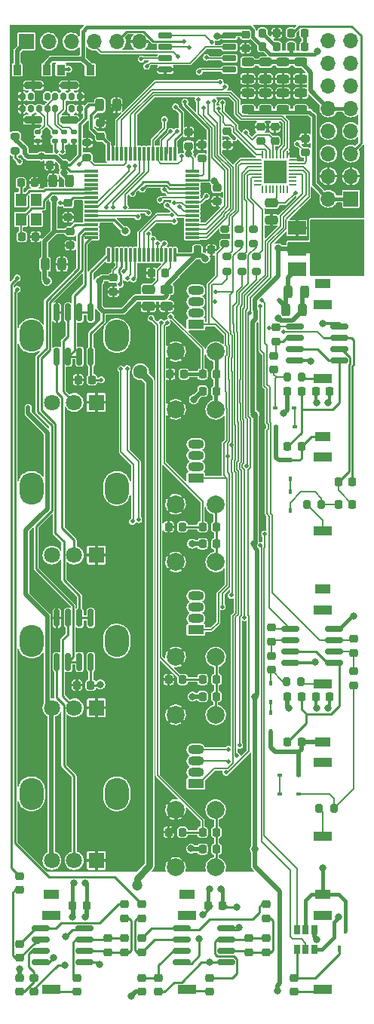
<source format=gbr>
G04 #@! TF.GenerationSoftware,KiCad,Pcbnew,6.0.6+dfsg-1*
G04 #@! TF.CreationDate,2022-08-11T10:33:21+02:00*
G04 #@! TF.ProjectId,demiurge,64656d69-7572-4676-952e-6b696361645f,F*
G04 #@! TF.SameCoordinates,Original*
G04 #@! TF.FileFunction,Copper,L1,Top*
G04 #@! TF.FilePolarity,Positive*
%FSLAX46Y46*%
G04 Gerber Fmt 4.6, Leading zero omitted, Abs format (unit mm)*
G04 Created by KiCad (PCBNEW 6.0.6+dfsg-1) date 2022-08-11 10:33:21*
%MOMM*%
%LPD*%
G01*
G04 APERTURE LIST*
G04 Aperture macros list*
%AMRoundRect*
0 Rectangle with rounded corners*
0 $1 Rounding radius*
0 $2 $3 $4 $5 $6 $7 $8 $9 X,Y pos of 4 corners*
0 Add a 4 corners polygon primitive as box body*
4,1,4,$2,$3,$4,$5,$6,$7,$8,$9,$2,$3,0*
0 Add four circle primitives for the rounded corners*
1,1,$1+$1,$2,$3*
1,1,$1+$1,$4,$5*
1,1,$1+$1,$6,$7*
1,1,$1+$1,$8,$9*
0 Add four rect primitives between the rounded corners*
20,1,$1+$1,$2,$3,$4,$5,0*
20,1,$1+$1,$4,$5,$6,$7,0*
20,1,$1+$1,$6,$7,$8,$9,0*
20,1,$1+$1,$8,$9,$2,$3,0*%
%AMFreePoly0*
4,1,14,0.314644,0.085355,0.385355,0.014644,0.400000,-0.020711,0.400000,-0.050000,0.385355,-0.085355,0.350000,-0.100000,-0.350000,-0.100000,-0.385355,-0.085355,-0.400000,-0.050000,-0.400000,0.050000,-0.385355,0.085355,-0.350000,0.100000,0.279289,0.100000,0.314644,0.085355,0.314644,0.085355,$1*%
%AMFreePoly1*
4,1,14,0.385355,0.085355,0.400000,0.050000,0.400000,0.020711,0.385355,-0.014645,0.314644,-0.085355,0.279289,-0.100000,-0.350000,-0.100000,-0.385355,-0.085355,-0.400000,-0.050000,-0.400000,0.050000,-0.385355,0.085355,-0.350000,0.100000,0.350000,0.100000,0.385355,0.085355,0.385355,0.085355,$1*%
%AMFreePoly2*
4,1,14,0.085355,0.385355,0.100000,0.350000,0.100000,-0.350000,0.085355,-0.385355,0.050000,-0.400000,-0.050000,-0.400000,-0.085355,-0.385355,-0.100000,-0.350000,-0.100000,0.279289,-0.085355,0.314644,-0.014645,0.385355,0.020711,0.400000,0.050000,0.400000,0.085355,0.385355,0.085355,0.385355,$1*%
%AMFreePoly3*
4,1,14,0.014644,0.385355,0.085355,0.314644,0.100000,0.279289,0.100000,-0.350000,0.085355,-0.385355,0.050000,-0.400000,-0.050000,-0.400000,-0.085355,-0.385355,-0.100000,-0.350000,-0.100000,0.350000,-0.085355,0.385355,-0.050000,0.400000,-0.020711,0.400000,0.014644,0.385355,0.014644,0.385355,$1*%
%AMFreePoly4*
4,1,14,0.385355,0.085355,0.400000,0.050000,0.400000,-0.050000,0.385355,-0.085355,0.350000,-0.100000,-0.279289,-0.100000,-0.314645,-0.085355,-0.385355,-0.014644,-0.400000,0.020711,-0.400000,0.050000,-0.385355,0.085355,-0.350000,0.100000,0.350000,0.100000,0.385355,0.085355,0.385355,0.085355,$1*%
%AMFreePoly5*
4,1,14,0.385355,0.085355,0.400000,0.050000,0.400000,-0.050000,0.385355,-0.085355,0.350000,-0.100000,-0.350000,-0.100000,-0.385355,-0.085355,-0.400000,-0.050000,-0.400000,-0.020711,-0.385355,0.014644,-0.314645,0.085355,-0.279289,0.100000,0.350000,0.100000,0.385355,0.085355,0.385355,0.085355,$1*%
%AMFreePoly6*
4,1,14,0.085355,0.385355,0.100000,0.350000,0.100000,-0.279289,0.085355,-0.314645,0.014644,-0.385355,-0.020711,-0.400000,-0.050000,-0.400000,-0.085355,-0.385355,-0.100000,-0.350000,-0.100000,0.350000,-0.085355,0.385355,-0.050000,0.400000,0.050000,0.400000,0.085355,0.385355,0.085355,0.385355,$1*%
%AMFreePoly7*
4,1,14,0.085355,0.385355,0.100000,0.350000,0.100000,-0.350000,0.085355,-0.385355,0.050000,-0.400000,0.020711,-0.400000,-0.014645,-0.385355,-0.085355,-0.314644,-0.100000,-0.279289,-0.100000,0.350000,-0.085355,0.385355,-0.050000,0.400000,0.050000,0.400000,0.085355,0.385355,0.085355,0.385355,$1*%
G04 Aperture macros list end*
G04 #@! TA.AperFunction,SMDPad,CuDef*
%ADD10RoundRect,0.218750X-0.256250X0.218750X-0.256250X-0.218750X0.256250X-0.218750X0.256250X0.218750X0*%
G04 #@! TD*
G04 #@! TA.AperFunction,SMDPad,CuDef*
%ADD11RoundRect,0.218750X0.218750X0.256250X-0.218750X0.256250X-0.218750X-0.256250X0.218750X-0.256250X0*%
G04 #@! TD*
G04 #@! TA.AperFunction,SMDPad,CuDef*
%ADD12RoundRect,0.218750X0.256250X-0.218750X0.256250X0.218750X-0.256250X0.218750X-0.256250X-0.218750X0*%
G04 #@! TD*
G04 #@! TA.AperFunction,SMDPad,CuDef*
%ADD13R,2.000000X1.500000*%
G04 #@! TD*
G04 #@! TA.AperFunction,SMDPad,CuDef*
%ADD14R,2.000000X3.800000*%
G04 #@! TD*
G04 #@! TA.AperFunction,SMDPad,CuDef*
%ADD15RoundRect,0.218750X-0.218750X-0.256250X0.218750X-0.256250X0.218750X0.256250X-0.218750X0.256250X0*%
G04 #@! TD*
G04 #@! TA.AperFunction,SMDPad,CuDef*
%ADD16RoundRect,0.150000X-0.825000X-0.150000X0.825000X-0.150000X0.825000X0.150000X-0.825000X0.150000X0*%
G04 #@! TD*
G04 #@! TA.AperFunction,SMDPad,CuDef*
%ADD17RoundRect,0.243750X-0.456250X0.243750X-0.456250X-0.243750X0.456250X-0.243750X0.456250X0.243750X0*%
G04 #@! TD*
G04 #@! TA.AperFunction,SMDPad,CuDef*
%ADD18RoundRect,0.243750X-0.243750X-0.456250X0.243750X-0.456250X0.243750X0.456250X-0.243750X0.456250X0*%
G04 #@! TD*
G04 #@! TA.AperFunction,SMDPad,CuDef*
%ADD19RoundRect,0.243750X0.243750X0.456250X-0.243750X0.456250X-0.243750X-0.456250X0.243750X-0.456250X0*%
G04 #@! TD*
G04 #@! TA.AperFunction,ComponentPad*
%ADD20R,1.700000X1.700000*%
G04 #@! TD*
G04 #@! TA.AperFunction,ComponentPad*
%ADD21O,1.700000X1.700000*%
G04 #@! TD*
G04 #@! TA.AperFunction,SMDPad,CuDef*
%ADD22R,0.650000X1.060000*%
G04 #@! TD*
G04 #@! TA.AperFunction,SMDPad,CuDef*
%ADD23RoundRect,0.150000X-0.150000X0.825000X-0.150000X-0.825000X0.150000X-0.825000X0.150000X0.825000X0*%
G04 #@! TD*
G04 #@! TA.AperFunction,SMDPad,CuDef*
%ADD24R,0.450000X0.700000*%
G04 #@! TD*
G04 #@! TA.AperFunction,SMDPad,CuDef*
%ADD25RoundRect,0.075000X-0.700000X-0.075000X0.700000X-0.075000X0.700000X0.075000X-0.700000X0.075000X0*%
G04 #@! TD*
G04 #@! TA.AperFunction,SMDPad,CuDef*
%ADD26RoundRect,0.075000X-0.075000X-0.700000X0.075000X-0.700000X0.075000X0.700000X-0.075000X0.700000X0*%
G04 #@! TD*
G04 #@! TA.AperFunction,SMDPad,CuDef*
%ADD27FreePoly0,0.000000*%
G04 #@! TD*
G04 #@! TA.AperFunction,SMDPad,CuDef*
%ADD28RoundRect,0.050000X-0.350000X-0.050000X0.350000X-0.050000X0.350000X0.050000X-0.350000X0.050000X0*%
G04 #@! TD*
G04 #@! TA.AperFunction,SMDPad,CuDef*
%ADD29FreePoly1,0.000000*%
G04 #@! TD*
G04 #@! TA.AperFunction,SMDPad,CuDef*
%ADD30FreePoly2,0.000000*%
G04 #@! TD*
G04 #@! TA.AperFunction,SMDPad,CuDef*
%ADD31RoundRect,0.050000X-0.050000X-0.350000X0.050000X-0.350000X0.050000X0.350000X-0.050000X0.350000X0*%
G04 #@! TD*
G04 #@! TA.AperFunction,SMDPad,CuDef*
%ADD32FreePoly3,0.000000*%
G04 #@! TD*
G04 #@! TA.AperFunction,SMDPad,CuDef*
%ADD33FreePoly4,0.000000*%
G04 #@! TD*
G04 #@! TA.AperFunction,SMDPad,CuDef*
%ADD34FreePoly5,0.000000*%
G04 #@! TD*
G04 #@! TA.AperFunction,SMDPad,CuDef*
%ADD35FreePoly6,0.000000*%
G04 #@! TD*
G04 #@! TA.AperFunction,SMDPad,CuDef*
%ADD36FreePoly7,0.000000*%
G04 #@! TD*
G04 #@! TA.AperFunction,ComponentPad*
%ADD37C,0.500000*%
G04 #@! TD*
G04 #@! TA.AperFunction,SMDPad,CuDef*
%ADD38R,2.650000X2.650000*%
G04 #@! TD*
G04 #@! TA.AperFunction,SMDPad,CuDef*
%ADD39R,0.900000X1.200000*%
G04 #@! TD*
G04 #@! TA.AperFunction,SMDPad,CuDef*
%ADD40RoundRect,0.147500X-0.172500X0.147500X-0.172500X-0.147500X0.172500X-0.147500X0.172500X0.147500X0*%
G04 #@! TD*
G04 #@! TA.AperFunction,SMDPad,CuDef*
%ADD41R,1.200000X1.400000*%
G04 #@! TD*
G04 #@! TA.AperFunction,SMDPad,CuDef*
%ADD42R,0.450000X0.600000*%
G04 #@! TD*
G04 #@! TA.AperFunction,SMDPad,CuDef*
%ADD43RoundRect,0.225000X0.250000X-0.225000X0.250000X0.225000X-0.250000X0.225000X-0.250000X-0.225000X0*%
G04 #@! TD*
G04 #@! TA.AperFunction,SMDPad,CuDef*
%ADD44RoundRect,0.225000X-0.250000X0.225000X-0.250000X-0.225000X0.250000X-0.225000X0.250000X0.225000X0*%
G04 #@! TD*
G04 #@! TA.AperFunction,SMDPad,CuDef*
%ADD45RoundRect,0.200000X0.275000X-0.200000X0.275000X0.200000X-0.275000X0.200000X-0.275000X-0.200000X0*%
G04 #@! TD*
G04 #@! TA.AperFunction,SMDPad,CuDef*
%ADD46RoundRect,0.200000X0.200000X0.275000X-0.200000X0.275000X-0.200000X-0.275000X0.200000X-0.275000X0*%
G04 #@! TD*
G04 #@! TA.AperFunction,SMDPad,CuDef*
%ADD47RoundRect,0.225000X0.225000X0.250000X-0.225000X0.250000X-0.225000X-0.250000X0.225000X-0.250000X0*%
G04 #@! TD*
G04 #@! TA.AperFunction,SMDPad,CuDef*
%ADD48RoundRect,0.150000X-0.650000X-0.150000X0.650000X-0.150000X0.650000X0.150000X-0.650000X0.150000X0*%
G04 #@! TD*
G04 #@! TA.AperFunction,SMDPad,CuDef*
%ADD49RoundRect,0.200000X-0.200000X-0.275000X0.200000X-0.275000X0.200000X0.275000X-0.200000X0.275000X0*%
G04 #@! TD*
G04 #@! TA.AperFunction,SMDPad,CuDef*
%ADD50R,0.600000X0.450000*%
G04 #@! TD*
G04 #@! TA.AperFunction,SMDPad,CuDef*
%ADD51RoundRect,0.200000X-0.275000X0.200000X-0.275000X-0.200000X0.275000X-0.200000X0.275000X0.200000X0*%
G04 #@! TD*
G04 #@! TA.AperFunction,SMDPad,CuDef*
%ADD52RoundRect,0.250000X0.475000X-0.250000X0.475000X0.250000X-0.475000X0.250000X-0.475000X-0.250000X0*%
G04 #@! TD*
G04 #@! TA.AperFunction,SMDPad,CuDef*
%ADD53RoundRect,0.250000X-0.475000X0.250000X-0.475000X-0.250000X0.475000X-0.250000X0.475000X0.250000X0*%
G04 #@! TD*
G04 #@! TA.AperFunction,ComponentPad*
%ADD54C,2.000000*%
G04 #@! TD*
G04 #@! TA.AperFunction,ComponentPad*
%ADD55R,1.800000X1.000000*%
G04 #@! TD*
G04 #@! TA.AperFunction,ComponentPad*
%ADD56R,2.000000X1.000000*%
G04 #@! TD*
G04 #@! TA.AperFunction,ComponentPad*
%ADD57O,2.720000X3.600000*%
G04 #@! TD*
G04 #@! TA.AperFunction,ComponentPad*
%ADD58R,1.800000X1.800000*%
G04 #@! TD*
G04 #@! TA.AperFunction,ComponentPad*
%ADD59C,1.800000*%
G04 #@! TD*
G04 #@! TA.AperFunction,ComponentPad*
%ADD60R,1.800000X1.070000*%
G04 #@! TD*
G04 #@! TA.AperFunction,ComponentPad*
%ADD61O,1.800000X1.070000*%
G04 #@! TD*
G04 #@! TA.AperFunction,ComponentPad*
%ADD62RoundRect,0.162500X-0.162500X-0.237500X0.162500X-0.237500X0.162500X0.237500X-0.162500X0.237500X0*%
G04 #@! TD*
G04 #@! TA.AperFunction,ComponentPad*
%ADD63RoundRect,0.200000X-0.800000X-0.200000X0.800000X-0.200000X0.800000X0.200000X-0.800000X0.200000X0*%
G04 #@! TD*
G04 #@! TA.AperFunction,ViaPad*
%ADD64C,0.800000*%
G04 #@! TD*
G04 #@! TA.AperFunction,ViaPad*
%ADD65C,0.460000*%
G04 #@! TD*
G04 #@! TA.AperFunction,ViaPad*
%ADD66C,1.200000*%
G04 #@! TD*
G04 #@! TA.AperFunction,ViaPad*
%ADD67C,1.600000*%
G04 #@! TD*
G04 #@! TA.AperFunction,ViaPad*
%ADD68C,0.600000*%
G04 #@! TD*
G04 #@! TA.AperFunction,Conductor*
%ADD69C,0.500000*%
G04 #@! TD*
G04 #@! TA.AperFunction,Conductor*
%ADD70C,0.152400*%
G04 #@! TD*
G04 #@! TA.AperFunction,Conductor*
%ADD71C,0.304800*%
G04 #@! TD*
G04 #@! TA.AperFunction,Conductor*
%ADD72C,0.228600*%
G04 #@! TD*
G04 #@! TA.AperFunction,Conductor*
%ADD73C,0.381000*%
G04 #@! TD*
G04 #@! TA.AperFunction,Conductor*
%ADD74C,0.350000*%
G04 #@! TD*
G04 #@! TA.AperFunction,Conductor*
%ADD75C,0.160000*%
G04 #@! TD*
G04 #@! TA.AperFunction,Conductor*
%ADD76C,0.400000*%
G04 #@! TD*
G04 #@! TA.AperFunction,Conductor*
%ADD77C,0.250000*%
G04 #@! TD*
G04 #@! TA.AperFunction,Conductor*
%ADD78C,0.457200*%
G04 #@! TD*
G04 #@! TA.AperFunction,Conductor*
%ADD79C,0.800000*%
G04 #@! TD*
G04 #@! TA.AperFunction,Conductor*
%ADD80C,0.200000*%
G04 #@! TD*
G04 APERTURE END LIST*
D10*
X83439000Y-74142500D03*
X83439000Y-75717500D03*
D11*
X96190000Y-90170000D03*
X94615000Y-90170000D03*
X96037500Y-107315000D03*
X94462500Y-107315000D03*
X96037500Y-141605000D03*
X94462500Y-141605000D03*
X99847500Y-107315000D03*
X98272500Y-107315000D03*
X99847500Y-109220000D03*
X98272500Y-109220000D03*
X99847500Y-124460000D03*
X98272500Y-124460000D03*
X99847500Y-126365000D03*
X98272500Y-126365000D03*
X109372500Y-98300000D03*
X107797500Y-98300000D03*
X99847500Y-141605000D03*
X98272500Y-141605000D03*
X99847500Y-143510000D03*
X98272500Y-143510000D03*
D10*
X106553000Y-84937500D03*
X106553000Y-86512500D03*
D12*
X91440000Y-151282500D03*
X91440000Y-149707500D03*
X91440000Y-159537500D03*
X91440000Y-157962500D03*
D10*
X93345000Y-157962500D03*
X93345000Y-159537500D03*
X91440000Y-153517500D03*
X91440000Y-155092500D03*
D13*
X108864000Y-73773000D03*
D14*
X115164000Y-76073000D03*
D13*
X108864000Y-76073000D03*
X108864000Y-78373000D03*
D11*
X109772500Y-51876000D03*
X108197500Y-51876000D03*
X106587500Y-51876000D03*
X105012500Y-51876000D03*
D15*
X105012500Y-53400000D03*
X106587500Y-53400000D03*
X108197500Y-53400000D03*
X109772500Y-53400000D03*
D16*
X108125000Y-118745000D03*
X108125000Y-120015000D03*
X108125000Y-121285000D03*
X108125000Y-122555000D03*
X113075000Y-122555000D03*
X113075000Y-121285000D03*
X113075000Y-120015000D03*
X113075000Y-118745000D03*
D17*
X94234000Y-80662500D03*
X94234000Y-82537500D03*
D11*
X112547500Y-92075000D03*
X110972500Y-92075000D03*
D18*
X107901500Y-80899000D03*
X109776500Y-80899000D03*
D17*
X109290000Y-55142500D03*
X109290000Y-57017500D03*
X107315000Y-58600100D03*
X107315000Y-60475100D03*
X107310000Y-55142500D03*
X107310000Y-57017500D03*
X109296200Y-58600100D03*
X109296200Y-60475100D03*
X103352600Y-58600100D03*
X103352600Y-60475100D03*
D15*
X97688300Y-76225400D03*
X99263300Y-76225400D03*
D12*
X87630000Y-155092500D03*
X87630000Y-153517500D03*
X77724000Y-148107500D03*
X77724000Y-146532500D03*
D10*
X77724000Y-154152500D03*
X77724000Y-155727500D03*
D12*
X105410000Y-151282500D03*
X105410000Y-149707500D03*
X89535000Y-151282500D03*
X89535000Y-149707500D03*
D11*
X109372500Y-92075000D03*
X107797500Y-92075000D03*
X115087500Y-104775000D03*
X113512500Y-104775000D03*
X115087500Y-102235000D03*
X113512500Y-102235000D03*
X109372500Y-126365000D03*
X107797500Y-126365000D03*
D10*
X106000000Y-121812500D03*
X106000000Y-123387500D03*
X115200000Y-123512500D03*
X115200000Y-125087500D03*
X106000000Y-118612500D03*
X106000000Y-120187500D03*
X115200000Y-119912500D03*
X115200000Y-121487500D03*
D11*
X99847500Y-92075000D03*
X98272500Y-92075000D03*
X112547500Y-126365000D03*
X110972500Y-126365000D03*
X82702500Y-66675000D03*
X81127500Y-66675000D03*
X99847500Y-90170000D03*
X98272500Y-90170000D03*
D10*
X106300000Y-88112500D03*
X106300000Y-89687500D03*
D16*
X95950000Y-152400000D03*
X95950000Y-153670000D03*
X95950000Y-154940000D03*
X95950000Y-156210000D03*
X100900000Y-156210000D03*
X100900000Y-154940000D03*
X100900000Y-153670000D03*
X100900000Y-152400000D03*
D17*
X105333800Y-58600100D03*
X105333800Y-60475100D03*
X105340000Y-55142500D03*
X105340000Y-57017500D03*
D10*
X105410000Y-153517500D03*
X105410000Y-155092500D03*
X89535000Y-153517500D03*
X89535000Y-155092500D03*
D11*
X100482500Y-149860000D03*
X98907500Y-149860000D03*
D16*
X80075000Y-152400000D03*
X80075000Y-153670000D03*
X80075000Y-154940000D03*
X80075000Y-156210000D03*
X85025000Y-156210000D03*
X85025000Y-154940000D03*
X85025000Y-153670000D03*
X85025000Y-152400000D03*
D18*
X107647500Y-82931000D03*
X109522500Y-82931000D03*
X80596500Y-77825600D03*
X82471500Y-77825600D03*
D11*
X96037500Y-124460000D03*
X94462500Y-124460000D03*
D18*
X86743300Y-59969400D03*
X88618300Y-59969400D03*
D19*
X83360500Y-68453000D03*
X81485500Y-68453000D03*
D20*
X114935000Y-70485000D03*
D21*
X112395000Y-70485000D03*
X114935000Y-67945000D03*
X112395000Y-67945000D03*
X114935000Y-65405000D03*
X112395000Y-65405000D03*
X114935000Y-62865000D03*
X112395000Y-62865000D03*
X114935000Y-60325000D03*
X112395000Y-60325000D03*
X114935000Y-57785000D03*
X112395000Y-57785000D03*
X114935000Y-55245000D03*
X112395000Y-55245000D03*
X114935000Y-52705000D03*
X112395000Y-52705000D03*
D12*
X84150000Y-159537500D03*
X84150000Y-157962500D03*
X99060000Y-159537500D03*
X99060000Y-157962500D03*
X103505000Y-155092500D03*
X103505000Y-153517500D03*
D16*
X108650000Y-84836000D03*
X108650000Y-86106000D03*
X108650000Y-87376000D03*
X108650000Y-88646000D03*
X113600000Y-88646000D03*
X113600000Y-87376000D03*
X113600000Y-86106000D03*
X113600000Y-84836000D03*
D17*
X103350000Y-55142500D03*
X103350000Y-57017500D03*
D11*
X109372500Y-131445000D03*
X107797500Y-131445000D03*
D22*
X110805000Y-152570000D03*
X109855000Y-152570000D03*
X108905000Y-152570000D03*
X108905000Y-154770000D03*
X109855000Y-154770000D03*
X110805000Y-154770000D03*
D23*
X85725000Y-117540000D03*
X84455000Y-117540000D03*
X83185000Y-117540000D03*
X81915000Y-117540000D03*
X81915000Y-122490000D03*
X83185000Y-122490000D03*
X84455000Y-122490000D03*
X85725000Y-122490000D03*
D11*
X85877500Y-90805000D03*
X84302500Y-90805000D03*
X85725000Y-125095000D03*
X84150000Y-125095000D03*
D10*
X77724000Y-157962500D03*
X77724000Y-159537500D03*
X79375000Y-157962500D03*
X79375000Y-159537500D03*
D20*
X78486000Y-52832000D03*
D21*
X81026000Y-52832000D03*
X83566000Y-52832000D03*
X86106000Y-52832000D03*
X88646000Y-52832000D03*
X91186000Y-52832000D03*
D12*
X108585000Y-159537500D03*
X108585000Y-157962500D03*
D24*
X114315000Y-152670000D03*
X113015000Y-152670000D03*
X113665000Y-154670000D03*
D11*
X85242500Y-149860000D03*
X83667500Y-149860000D03*
D25*
X85765000Y-67370000D03*
X85765000Y-67870000D03*
X85765000Y-68370000D03*
X85765000Y-68870000D03*
X85765000Y-69370000D03*
X85765000Y-69870000D03*
X85765000Y-70370000D03*
X85765000Y-70870000D03*
X85765000Y-71370000D03*
X85765000Y-71870000D03*
X85765000Y-72370000D03*
X85765000Y-72870000D03*
X85765000Y-73370000D03*
X85765000Y-73870000D03*
X85765000Y-74370000D03*
X85765000Y-74870000D03*
D26*
X87690000Y-76795000D03*
X88190000Y-76795000D03*
X88690000Y-76795000D03*
X89190000Y-76795000D03*
X89690000Y-76795000D03*
X90190000Y-76795000D03*
X90690000Y-76795000D03*
X91190000Y-76795000D03*
X91690000Y-76795000D03*
X92190000Y-76795000D03*
X92690000Y-76795000D03*
X93190000Y-76795000D03*
X93690000Y-76795000D03*
X94190000Y-76795000D03*
X94690000Y-76795000D03*
X95190000Y-76795000D03*
D25*
X97115000Y-74870000D03*
X97115000Y-74370000D03*
X97115000Y-73870000D03*
X97115000Y-73370000D03*
X97115000Y-72870000D03*
X97115000Y-72370000D03*
X97115000Y-71870000D03*
X97115000Y-71370000D03*
X97115000Y-70870000D03*
X97115000Y-70370000D03*
X97115000Y-69870000D03*
X97115000Y-69370000D03*
X97115000Y-68870000D03*
X97115000Y-68370000D03*
X97115000Y-67870000D03*
X97115000Y-67370000D03*
D26*
X95190000Y-65445000D03*
X94690000Y-65445000D03*
X94190000Y-65445000D03*
X93690000Y-65445000D03*
X93190000Y-65445000D03*
X92690000Y-65445000D03*
X92190000Y-65445000D03*
X91690000Y-65445000D03*
X91190000Y-65445000D03*
X90690000Y-65445000D03*
X90190000Y-65445000D03*
X89690000Y-65445000D03*
X89190000Y-65445000D03*
X88690000Y-65445000D03*
X88190000Y-65445000D03*
X87690000Y-65445000D03*
D27*
X104450000Y-66100000D03*
D28*
X104450000Y-66500000D03*
X104450000Y-66900000D03*
X104450000Y-67300000D03*
X104450000Y-67700000D03*
X104450000Y-68100000D03*
X104450000Y-68500000D03*
D29*
X104450000Y-68900000D03*
D30*
X105000000Y-69450000D03*
D31*
X105400000Y-69450000D03*
X105800000Y-69450000D03*
X106200000Y-69450000D03*
X106600000Y-69450000D03*
X107000000Y-69450000D03*
X107400000Y-69450000D03*
D32*
X107800000Y-69450000D03*
D33*
X108350000Y-68900000D03*
D28*
X108350000Y-68500000D03*
X108350000Y-68100000D03*
X108350000Y-67700000D03*
X108350000Y-67300000D03*
X108350000Y-66900000D03*
X108350000Y-66500000D03*
D34*
X108350000Y-66100000D03*
D35*
X107800000Y-65550000D03*
D31*
X107400000Y-65550000D03*
X107000000Y-65550000D03*
X106600000Y-65550000D03*
X106200000Y-65550000D03*
X105800000Y-65550000D03*
X105400000Y-65550000D03*
D36*
X105000000Y-65550000D03*
D37*
X105550000Y-66650000D03*
X107250000Y-68350000D03*
X105550000Y-68350000D03*
X105550000Y-67500000D03*
D38*
X106400000Y-67500000D03*
D37*
X106400000Y-68350000D03*
X106400000Y-66650000D03*
X107250000Y-66650000D03*
X106400000Y-67500000D03*
X107250000Y-67500000D03*
D23*
X85725000Y-83250000D03*
X84455000Y-83250000D03*
X83185000Y-83250000D03*
X81915000Y-83250000D03*
X81915000Y-88200000D03*
X83185000Y-88200000D03*
X84455000Y-88200000D03*
X85725000Y-88200000D03*
D10*
X88265000Y-79349500D03*
X88265000Y-80924500D03*
X83185000Y-70967500D03*
X83185000Y-72542500D03*
D39*
X85650000Y-56000000D03*
X82350000Y-56000000D03*
D40*
X82750000Y-63015000D03*
X82750000Y-63985000D03*
X81700000Y-63015000D03*
X81700000Y-63985000D03*
X83820000Y-63015000D03*
X83820000Y-63985000D03*
X79800000Y-63015000D03*
X79800000Y-63985000D03*
D15*
X77870089Y-68669011D03*
X79445089Y-68669011D03*
X77971689Y-74739611D03*
X79546689Y-74739611D03*
D41*
X77883789Y-70566211D03*
X77883789Y-72766211D03*
X79583789Y-72766211D03*
X79583789Y-70566211D03*
D42*
X108100000Y-99850000D03*
X108100000Y-101950000D03*
D43*
X98200000Y-65975000D03*
X98200000Y-64425000D03*
D44*
X104800000Y-62425000D03*
X104800000Y-63975000D03*
D45*
X102700000Y-78625000D03*
X102700000Y-76975000D03*
D46*
X113025000Y-138900000D03*
X111375000Y-138900000D03*
D47*
X94075000Y-78800000D03*
X92525000Y-78800000D03*
D42*
X105900000Y-130250000D03*
X105900000Y-128150000D03*
D46*
X111625000Y-104800000D03*
X109975000Y-104800000D03*
D43*
X109800000Y-65275000D03*
X109800000Y-63725000D03*
D48*
X94090000Y-52165000D03*
X94090000Y-53435000D03*
X94090000Y-54705000D03*
X94090000Y-55975000D03*
X101290000Y-55975000D03*
X101290000Y-54705000D03*
X101290000Y-53435000D03*
X101290000Y-52165000D03*
D49*
X107700000Y-124700000D03*
X109350000Y-124700000D03*
D50*
X109050000Y-137300000D03*
X106950000Y-137300000D03*
D51*
X85300000Y-64173600D03*
X85300000Y-65823600D03*
D44*
X101041200Y-62877400D03*
X101041200Y-64427400D03*
D45*
X100800000Y-75525000D03*
X100800000Y-73875000D03*
X102400000Y-75525000D03*
X102400000Y-73875000D03*
D43*
X106400000Y-63975000D03*
X106400000Y-62425000D03*
D52*
X106000000Y-72850000D03*
X106000000Y-70950000D03*
D43*
X86800000Y-63475000D03*
X86800000Y-61925000D03*
X96700000Y-64554400D03*
X96700000Y-63004400D03*
D45*
X104300000Y-78625000D03*
X104300000Y-76975000D03*
X101000000Y-78625000D03*
X101000000Y-76975000D03*
D50*
X106450000Y-94000000D03*
X108550000Y-94000000D03*
D49*
X107775000Y-90500000D03*
X109425000Y-90500000D03*
D45*
X77241400Y-65112400D03*
X77241400Y-63462400D03*
D42*
X105900000Y-124850000D03*
X105900000Y-126950000D03*
D44*
X103100000Y-52025000D03*
X103100000Y-53575000D03*
D45*
X104000000Y-75525000D03*
X104000000Y-73875000D03*
D42*
X108100000Y-105450000D03*
X108100000Y-103350000D03*
D44*
X99900000Y-69225000D03*
X99900000Y-70775000D03*
D39*
X80750000Y-56000000D03*
X77450000Y-56000000D03*
D50*
X106550000Y-96100000D03*
X108650000Y-96100000D03*
D53*
X92200000Y-80650000D03*
X92200000Y-82550000D03*
D50*
X109050000Y-135200000D03*
X106950000Y-135200000D03*
D54*
X95250000Y-104775000D03*
X95250000Y-111275000D03*
X99750000Y-104775000D03*
X99750000Y-111275000D03*
X95250000Y-121920000D03*
X95250000Y-128420000D03*
X99750000Y-121920000D03*
X99750000Y-128420000D03*
D55*
X111760000Y-148590000D03*
D56*
X111760000Y-159225000D03*
X111760000Y-150925000D03*
D55*
X111760000Y-80010000D03*
D56*
X111760000Y-90645000D03*
X111760000Y-82345000D03*
D54*
X95250000Y-139065000D03*
X95250000Y-145565000D03*
X99750000Y-145565000D03*
X99750000Y-139065000D03*
D55*
X96520000Y-148590000D03*
D56*
X96520000Y-159225000D03*
X96520000Y-150925000D03*
D57*
X88646000Y-85845000D03*
X79046000Y-85845000D03*
D58*
X86346000Y-93345000D03*
D59*
X83846000Y-93345000D03*
X81346000Y-93345000D03*
D57*
X88660000Y-137280000D03*
X79060000Y-137280000D03*
D58*
X86360000Y-144780000D03*
D59*
X83860000Y-144780000D03*
X81360000Y-144780000D03*
D55*
X111760000Y-131445000D03*
D56*
X111760000Y-142080000D03*
X111760000Y-133780000D03*
D55*
X111760000Y-114300000D03*
D56*
X111760000Y-124935000D03*
X111760000Y-116635000D03*
D55*
X111760000Y-97155000D03*
D56*
X111760000Y-107790000D03*
X111760000Y-99490000D03*
D57*
X79060000Y-102990000D03*
X88660000Y-102990000D03*
D58*
X86360000Y-110490000D03*
D59*
X83860000Y-110490000D03*
X81360000Y-110490000D03*
D57*
X79060000Y-120135000D03*
X88660000Y-120135000D03*
D58*
X86360000Y-127635000D03*
D59*
X83860000Y-127635000D03*
X81360000Y-127635000D03*
D54*
X95250000Y-87630000D03*
X95250000Y-94130000D03*
X99750000Y-87630000D03*
X99750000Y-94130000D03*
D55*
X81280000Y-148590000D03*
D56*
X81280000Y-159225000D03*
X81280000Y-150925000D03*
D60*
X97536000Y-84582000D03*
D61*
X97536000Y-83312000D03*
X97536000Y-82042000D03*
X97536000Y-80772000D03*
D60*
X97536000Y-101854000D03*
D61*
X97536000Y-100584000D03*
X97536000Y-99314000D03*
X97536000Y-98044000D03*
D60*
X97536000Y-136144000D03*
D61*
X97536000Y-134874000D03*
X97536000Y-133604000D03*
X97536000Y-132334000D03*
D60*
X97536000Y-118872000D03*
D61*
X97536000Y-117602000D03*
X97536000Y-116332000D03*
X97536000Y-115062000D03*
D62*
X78030000Y-60390000D03*
X78980000Y-60390000D03*
X79930000Y-60390000D03*
X80830000Y-60390000D03*
X81730000Y-60390000D03*
X83580000Y-60390000D03*
X84530000Y-60390000D03*
X84530000Y-58990000D03*
X83580000Y-58990000D03*
X82630000Y-58990000D03*
X81730000Y-58990000D03*
X80830000Y-58990000D03*
X78980000Y-58990000D03*
X78030000Y-58990000D03*
D63*
X83280000Y-57760000D03*
X83280000Y-61630000D03*
X79280000Y-57760000D03*
X79280000Y-61620000D03*
D64*
X112395000Y-75946000D03*
X107950000Y-127635000D03*
X99900000Y-52200000D03*
D65*
X78400000Y-110500000D03*
D64*
X111125000Y-74041000D03*
X111125000Y-75946000D03*
X111125000Y-77851000D03*
X80797400Y-79705200D03*
X104140000Y-143510000D03*
X111125000Y-153670000D03*
X107400000Y-94600000D03*
X81600000Y-70491389D03*
X96700000Y-65400000D03*
D65*
X108700000Y-69800000D03*
D64*
X113665000Y-74041000D03*
X80200000Y-65700000D03*
X112395000Y-77851000D03*
D65*
X101803200Y-63652400D03*
D64*
X106680000Y-159385000D03*
X97155000Y-126365000D03*
X113665000Y-75946000D03*
X112395000Y-74041000D03*
D65*
X86900000Y-90800000D03*
D64*
X90300000Y-160000000D03*
X106736702Y-76014196D03*
D65*
X78700000Y-93900000D03*
D64*
X82702400Y-67538600D03*
X99600000Y-68500000D03*
X96991937Y-143453400D03*
X104028100Y-109178450D03*
X97100000Y-109200000D03*
X86664800Y-79705200D03*
D65*
X103131204Y-63031204D03*
D64*
X97300000Y-93000000D03*
D65*
X108920501Y-64300000D03*
D64*
X104140000Y-126365000D03*
X104100000Y-94700000D03*
X77700000Y-157000000D03*
X98576603Y-77165997D03*
X86800000Y-125000000D03*
X113665000Y-77851000D03*
X113572090Y-151130000D03*
X111200000Y-53900000D03*
X85090000Y-151130000D03*
X82931000Y-153289000D03*
X102108000Y-149987000D03*
X112395000Y-93345000D03*
X85090000Y-147320000D03*
D65*
X110400000Y-56252500D03*
D64*
X102362000Y-152273000D03*
X112395000Y-127635000D03*
X111760000Y-84455000D03*
X100330000Y-147955000D03*
X115200000Y-117300000D03*
X83820000Y-147320000D03*
X83693000Y-151130000D03*
X99060000Y-147955000D03*
X110900000Y-122500000D03*
X111125000Y-127635000D03*
X110413800Y-88722200D03*
X97917000Y-153543000D03*
X81534000Y-155702000D03*
X111125000Y-93345000D03*
X98298000Y-150876000D03*
D66*
X90932000Y-147574000D03*
D64*
X86741008Y-156464000D03*
D67*
X91300000Y-89900000D03*
D64*
X99060000Y-156210000D03*
X89600000Y-74100000D03*
X82800000Y-156500000D03*
D65*
X105752000Y-84963000D03*
X95100000Y-73000000D03*
X94800000Y-72300000D03*
X107365800Y-85420200D03*
X91000000Y-72500000D03*
X104771900Y-82546976D03*
X104926137Y-81873989D03*
X92172614Y-72041900D03*
X106883200Y-81864200D03*
D64*
X91100000Y-130100000D03*
X88200000Y-88600000D03*
X86300000Y-129540000D03*
X89600000Y-144400000D03*
D65*
X100713404Y-65283226D03*
D64*
X87900000Y-62000000D03*
D65*
X98600000Y-71400000D03*
D64*
X88300000Y-82000000D03*
X78740000Y-100076000D03*
X91100000Y-137200000D03*
D65*
X83800000Y-64900000D03*
X107011243Y-71722473D03*
X107000000Y-63200000D03*
D64*
X82900000Y-138300000D03*
X88200000Y-91400000D03*
D65*
X106600000Y-51900000D03*
D64*
X85090000Y-138430000D03*
X90400000Y-108200000D03*
X102200000Y-142600000D03*
X81280000Y-112395000D03*
X86000000Y-77000000D03*
X83500000Y-77800000D03*
X80450000Y-68400000D03*
X81900000Y-115700000D03*
X82100000Y-75300000D03*
X90400000Y-110600000D03*
X84455000Y-112395000D03*
X78105000Y-140970000D03*
D65*
X102200000Y-64900000D03*
D64*
X92100000Y-63000000D03*
X100000000Y-85800000D03*
X84300000Y-72400000D03*
X85300000Y-63300000D03*
D65*
X103000000Y-127100000D03*
D64*
X102200000Y-144600000D03*
X95200000Y-125400000D03*
X97400000Y-105500000D03*
X89600000Y-142400000D03*
D65*
X103000000Y-125500000D03*
D64*
X93400000Y-144400000D03*
X78900000Y-81700000D03*
X102000000Y-57900000D03*
D65*
X103829257Y-63181404D03*
D64*
X105005309Y-96059402D03*
X97500000Y-110900000D03*
D65*
X87997113Y-75502887D03*
D68*
X104600000Y-88100000D03*
D64*
X91100000Y-113500000D03*
X93400000Y-142400000D03*
D65*
X98200000Y-63500000D03*
D64*
X106772644Y-83871776D03*
D65*
X108300000Y-64600000D03*
D64*
X111800000Y-145600000D03*
X95200000Y-108200000D03*
X91100000Y-144400000D03*
X88200000Y-93600000D03*
X78900000Y-77800000D03*
X81791540Y-85344000D03*
X92500000Y-87200000D03*
X91100000Y-142400000D03*
D65*
X108462401Y-62222419D03*
X101300000Y-60200000D03*
D64*
X93600000Y-137200000D03*
D65*
X94300000Y-84400000D03*
X93200000Y-75500000D03*
X93610846Y-84371999D03*
X92700000Y-75000000D03*
X92200000Y-74400000D03*
X92500000Y-83900000D03*
X89823926Y-89523926D03*
X105243028Y-108111679D03*
X91100001Y-106499999D03*
X90500000Y-79500000D03*
X90400000Y-106700000D03*
X104774859Y-109410230D03*
X89100000Y-89600000D03*
X89800000Y-79400000D03*
X94000000Y-75500000D03*
X94700000Y-83700000D03*
X99583922Y-59499627D03*
X99300000Y-52900000D03*
X98400000Y-60300000D03*
X96800000Y-53500000D03*
X97900000Y-56200000D03*
X97800000Y-59300000D03*
X98900000Y-59700000D03*
X98700000Y-54600000D03*
X77470000Y-80645000D03*
X89400000Y-78600000D03*
X77470000Y-79375000D03*
X89000000Y-80100000D03*
X95700000Y-71400000D03*
X95900000Y-65700000D03*
X94000000Y-61600000D03*
X94700000Y-62900000D03*
X95100000Y-70900000D03*
X95400000Y-62900000D03*
X81850000Y-65158100D03*
X90400000Y-69900000D03*
X91499998Y-69400000D03*
X82550000Y-65158100D03*
X94300000Y-71200000D03*
X83232318Y-55930800D03*
X82289863Y-70968050D03*
X77700000Y-66300000D03*
X96200000Y-52800000D03*
X96296200Y-59600000D03*
X95533800Y-54533800D03*
X95250000Y-60150000D03*
X100800000Y-57900000D03*
X100500000Y-59700000D03*
X93958100Y-69454821D03*
X93500000Y-70600000D03*
X90000000Y-66900000D03*
X91400000Y-54800000D03*
X84455000Y-66598800D03*
X90709738Y-66804869D03*
X92000000Y-55600000D03*
X89587283Y-71411900D03*
X88221854Y-71411900D03*
X87500000Y-71411900D03*
X100900000Y-134900000D03*
X103566702Y-83300000D03*
X99700000Y-82000000D03*
X100500000Y-116300000D03*
X101100000Y-99400000D03*
X99764272Y-80958100D03*
X101528997Y-98104301D03*
X101500000Y-115000000D03*
X103200002Y-100500002D03*
X103000000Y-117500000D03*
X101200000Y-133700000D03*
X102137599Y-133037599D03*
X101200000Y-132300000D03*
X102441900Y-131841900D03*
X100258100Y-57400000D03*
X100041900Y-60390416D03*
X98700000Y-70200000D03*
D69*
X77724000Y-157962500D02*
X77724000Y-157024000D01*
D70*
X106400000Y-63975000D02*
X105721400Y-63296400D01*
X106600000Y-69450000D02*
X106600000Y-70350000D01*
D71*
X85800000Y-62600000D02*
X86675000Y-63475000D01*
D72*
X85765000Y-67370000D02*
X83397500Y-67370000D01*
D69*
X96700000Y-64554400D02*
X96700000Y-65400000D01*
D70*
X103131204Y-63131204D02*
X103131204Y-63031204D01*
X88265000Y-79349500D02*
X88265000Y-78549039D01*
D69*
X98272500Y-109220000D02*
X97120000Y-109220000D01*
X80822400Y-127097400D02*
X80822400Y-117322400D01*
X99900000Y-69225000D02*
X99900000Y-68800000D01*
X104140000Y-145415000D02*
X104140000Y-143510000D01*
X104400000Y-109951744D02*
X104400000Y-126105000D01*
D73*
X101803200Y-63639400D02*
X101041200Y-62877400D01*
D72*
X85725000Y-88200000D02*
X85725000Y-90652500D01*
D71*
X83425000Y-66675000D02*
X84499100Y-65600900D01*
D70*
X97200000Y-65900000D02*
X96700000Y-65400000D01*
D69*
X78308200Y-64852957D02*
X78308200Y-65405000D01*
D70*
X108450000Y-66500000D02*
X109700000Y-66500000D01*
D69*
X107797500Y-94202500D02*
X107400000Y-94600000D01*
X81360000Y-127635000D02*
X80822400Y-127097400D01*
D72*
X87100000Y-84200000D02*
X87100000Y-83100000D01*
D69*
X81360000Y-144780000D02*
X81300000Y-144720000D01*
X103898100Y-84301900D02*
X103898100Y-94498100D01*
X106959400Y-148234400D02*
X104140000Y-145415000D01*
X80822400Y-96722400D02*
X80700000Y-96600000D01*
D72*
X85725000Y-90652500D02*
X85877500Y-90805000D01*
D69*
X106736702Y-76014196D02*
X106736702Y-79169781D01*
X86664800Y-82664800D02*
X86664800Y-79705200D01*
D71*
X85800000Y-61100000D02*
X85800000Y-62600000D01*
D69*
X90762500Y-159537500D02*
X90300000Y-160000000D01*
D70*
X97115000Y-67370000D02*
X97200000Y-67285000D01*
D73*
X99900000Y-52200000D02*
X101255000Y-52200000D01*
D69*
X77241400Y-63786157D02*
X78308200Y-64852957D01*
X95326200Y-78994000D02*
X95326200Y-79073800D01*
X106795506Y-76073000D02*
X106736702Y-76014196D01*
X106736702Y-79169781D02*
X104140000Y-81766483D01*
X80797400Y-79705200D02*
X80559080Y-79466880D01*
X81600000Y-74058500D02*
X81600000Y-70491389D01*
D71*
X87690000Y-64290000D02*
X87690000Y-65445000D01*
D74*
X81661000Y-74119500D02*
X83416000Y-74119500D01*
D69*
X94234000Y-80662500D02*
X94234000Y-81366000D01*
D72*
X85877500Y-90805000D02*
X86895000Y-90805000D01*
D73*
X83360500Y-68453000D02*
X82702500Y-67795000D01*
D71*
X85530600Y-59969400D02*
X86743300Y-59969400D01*
D70*
X88265000Y-78549039D02*
X88690000Y-78124039D01*
D73*
X101803200Y-63652400D02*
X101803200Y-63639400D01*
D69*
X95326200Y-78994000D02*
X97421700Y-76898500D01*
D71*
X86675000Y-63475000D02*
X86800000Y-63475000D01*
D72*
X85725000Y-125095000D02*
X86705000Y-125095000D01*
D69*
X104028100Y-109178450D02*
X104109999Y-109260349D01*
D70*
X109895501Y-65275000D02*
X108920501Y-64300000D01*
D71*
X82702500Y-66675000D02*
X83425000Y-66675000D01*
D69*
X80559080Y-79466880D02*
X80559080Y-75221420D01*
X87100000Y-83100000D02*
X86664800Y-82664800D01*
D70*
X106200000Y-64175000D02*
X106400000Y-63975000D01*
D69*
X81300000Y-144720000D02*
X81300000Y-127695000D01*
X104200000Y-94800000D02*
X104100000Y-94700000D01*
X78700000Y-94600000D02*
X78700000Y-93900000D01*
X89300000Y-83100000D02*
X87100000Y-83100000D01*
D72*
X78384400Y-65481200D02*
X78308200Y-65405000D01*
D69*
X94234000Y-81366000D02*
X94000000Y-81600000D01*
D75*
X106000000Y-70950000D02*
X107550000Y-70950000D01*
D69*
X80559080Y-75221420D02*
X81661000Y-74119500D01*
D73*
X103270000Y-51932400D02*
X101522600Y-51932400D01*
D69*
X77724000Y-157024000D02*
X77700000Y-157000000D01*
D71*
X86743300Y-59969400D02*
X86743300Y-60156700D01*
D72*
X85725000Y-85575000D02*
X87100000Y-84200000D01*
D71*
X85159800Y-60340200D02*
X85530600Y-59969400D01*
D69*
X107797500Y-127482500D02*
X107950000Y-127635000D01*
X97120000Y-109220000D02*
X97100000Y-109200000D01*
X104140000Y-82979656D02*
X104198602Y-83038258D01*
X104200000Y-109006550D02*
X104200000Y-94800000D01*
D70*
X106600000Y-70350000D02*
X106000000Y-70950000D01*
D69*
X88265000Y-79349500D02*
X87071300Y-79349500D01*
D72*
X85725000Y-122490000D02*
X85725000Y-125095000D01*
D69*
X79900000Y-106200000D02*
X80822400Y-105277600D01*
X108864000Y-76073000D02*
X106795506Y-76073000D01*
D73*
X101255000Y-52200000D02*
X101290000Y-52165000D01*
D69*
X104028100Y-109178450D02*
X104200000Y-109006550D01*
X104109999Y-109661743D02*
X104400000Y-109951744D01*
X104198602Y-83038258D02*
X104198602Y-84001398D01*
X81300000Y-127695000D02*
X81360000Y-127635000D01*
X95326200Y-79073800D02*
X94234000Y-80166000D01*
X104109999Y-109260349D02*
X104109999Y-109661743D01*
D70*
X103858513Y-63800000D02*
X103800000Y-63800000D01*
D72*
X83397500Y-67370000D02*
X82702500Y-66675000D01*
D71*
X84499100Y-65600900D02*
X84499100Y-62124795D01*
D69*
X97421700Y-76898500D02*
X98309106Y-76898500D01*
X80822400Y-117322400D02*
X78400000Y-114900000D01*
X97688400Y-76631800D02*
X97688400Y-76276200D01*
X104140000Y-81766483D02*
X104140000Y-82979656D01*
D72*
X85725000Y-88200000D02*
X85725000Y-85575000D01*
D70*
X106200000Y-65550000D02*
X106200000Y-64175000D01*
D71*
X84499100Y-62124795D02*
X85159800Y-61464095D01*
X85159800Y-61464095D02*
X85159800Y-60340200D01*
D69*
X104400000Y-126105000D02*
X104140000Y-126365000D01*
D70*
X83416000Y-74119500D02*
X83439000Y-74142500D01*
D69*
X115037000Y-75946000D02*
X115164000Y-76073000D01*
X94000000Y-81600000D02*
X90800000Y-81600000D01*
X97421700Y-76898500D02*
X97688400Y-76631800D01*
X78693200Y-65790000D02*
X78384400Y-65481200D01*
X81661000Y-74119500D02*
X81600000Y-74058500D01*
X106680000Y-159385000D02*
X106680000Y-158819315D01*
X106959400Y-158539915D02*
X106959400Y-148234400D01*
X97048537Y-143510000D02*
X96991937Y-143453400D01*
X80822400Y-105277600D02*
X80822400Y-96722400D01*
X87071300Y-79349500D02*
X86893400Y-79527400D01*
X110805000Y-153350000D02*
X111125000Y-153670000D01*
X98272500Y-143510000D02*
X97048537Y-143510000D01*
X107797500Y-126365000D02*
X107797500Y-127482500D01*
X86715600Y-79705200D02*
X86664800Y-79705200D01*
D71*
X86800000Y-63475000D02*
X86875000Y-63475000D01*
D69*
X86893400Y-79527400D02*
X86715600Y-79705200D01*
D72*
X86895000Y-90805000D02*
X86900000Y-90800000D01*
D69*
X98272500Y-92075000D02*
X98225000Y-92075000D01*
X90800000Y-81600000D02*
X89300000Y-83100000D01*
X110805000Y-152570000D02*
X110805000Y-153350000D01*
X91440000Y-159537500D02*
X90762500Y-159537500D01*
D72*
X83185000Y-74142500D02*
X83957500Y-73370000D01*
D69*
X82702500Y-66675000D02*
X81817500Y-65790000D01*
D71*
X86743300Y-60156700D02*
X85800000Y-61100000D01*
D73*
X82702500Y-67462300D02*
X82702500Y-66675000D01*
D71*
X97169600Y-76795000D02*
X97688400Y-76276200D01*
D69*
X81817500Y-65790000D02*
X78693200Y-65790000D01*
D71*
X95190000Y-76795000D02*
X97169600Y-76795000D01*
X86875000Y-63475000D02*
X87690000Y-64290000D01*
D69*
X94234000Y-80166000D02*
X94234000Y-80662500D01*
X78400000Y-114900000D02*
X78400000Y-110500000D01*
D72*
X83957500Y-73370000D02*
X85765000Y-73370000D01*
D69*
X98309106Y-76898500D02*
X98576603Y-77165997D01*
X78400000Y-107700000D02*
X79900000Y-106200000D01*
D70*
X109900000Y-66300000D02*
X109900000Y-65275000D01*
D73*
X82702500Y-67795000D02*
X82702500Y-67462300D01*
D69*
X99900000Y-68800000D02*
X99600000Y-68500000D01*
D70*
X88690000Y-78124039D02*
X88690000Y-76795000D01*
D75*
X107550000Y-70950000D02*
X108700000Y-69800000D01*
D70*
X103800000Y-63800000D02*
X103131204Y-63131204D01*
D69*
X103898100Y-94498100D02*
X104100000Y-94700000D01*
X77241400Y-63462400D02*
X77241400Y-63786157D01*
X98225000Y-92075000D02*
X97300000Y-93000000D01*
X98272500Y-126365000D02*
X97155000Y-126365000D01*
D73*
X101522600Y-51932400D02*
X101290000Y-52165000D01*
D70*
X97200000Y-67285000D02*
X97200000Y-65900000D01*
X109700000Y-66500000D02*
X109900000Y-66300000D01*
D69*
X78400000Y-110500000D02*
X78400000Y-107700000D01*
X104198602Y-84001398D02*
X103898100Y-84301900D01*
D70*
X109900000Y-65275000D02*
X109895501Y-65275000D01*
D69*
X104140000Y-126365000D02*
X104140000Y-143510000D01*
X106680000Y-158819315D02*
X106959400Y-158539915D01*
X107797500Y-92075000D02*
X107797500Y-94202500D01*
D70*
X104362113Y-63296400D02*
X103858513Y-63800000D01*
D69*
X80700000Y-96600000D02*
X78700000Y-94600000D01*
D72*
X86705000Y-125095000D02*
X86800000Y-125000000D01*
D70*
X105721400Y-63296400D02*
X104362113Y-63296400D01*
D76*
X85300422Y-51199578D02*
X102563824Y-51199578D01*
D69*
X80750000Y-55350000D02*
X81300000Y-54800000D01*
D76*
X103565888Y-51200000D02*
X103926920Y-51561032D01*
X105839420Y-54226920D02*
X108226920Y-54226920D01*
X105012500Y-53400000D02*
X105839420Y-54226920D01*
X108226920Y-54226920D02*
X110873080Y-54226920D01*
X108226920Y-54226920D02*
X108226920Y-53429420D01*
X84817911Y-51682089D02*
X85300422Y-51199578D01*
X84800000Y-54800000D02*
X84817911Y-54782089D01*
X102563824Y-51199578D02*
X102564246Y-51200000D01*
D73*
X113015000Y-152670000D02*
X113015000Y-151687090D01*
D69*
X80750000Y-56000000D02*
X80750000Y-55350000D01*
X85650000Y-55650000D02*
X85650000Y-56000000D01*
D76*
X103926920Y-52314420D02*
X105012500Y-53400000D01*
D69*
X84800000Y-54800000D02*
X85650000Y-55650000D01*
X81300000Y-54800000D02*
X84800000Y-54800000D01*
D73*
X111646000Y-154770000D02*
X110805000Y-154770000D01*
X113015000Y-153401000D02*
X111646000Y-154770000D01*
D76*
X102564246Y-51200000D02*
X103565888Y-51200000D01*
D73*
X113015000Y-152670000D02*
X113015000Y-153401000D01*
D76*
X110873080Y-54226920D02*
X111200000Y-53900000D01*
X103926920Y-51561032D02*
X103926920Y-52314420D01*
X84817911Y-54782089D02*
X84817911Y-51682089D01*
D73*
X113015000Y-151687090D02*
X113572090Y-151130000D01*
D72*
X116051701Y-64288299D02*
X114935000Y-65405000D01*
X114982718Y-51100000D02*
X116051701Y-52168983D01*
X116051701Y-52168983D02*
X116051701Y-64288299D01*
X109157500Y-51100000D02*
X114982718Y-51100000D01*
X108197500Y-52060000D02*
X109157500Y-51100000D01*
D77*
X100990500Y-149987000D02*
X100863500Y-149860000D01*
D73*
X85242500Y-149860000D02*
X85242500Y-147472500D01*
D69*
X105340000Y-55142500D02*
X103350000Y-55142500D01*
D73*
X85242500Y-150977500D02*
X85090000Y-151130000D01*
D77*
X85090000Y-151130000D02*
X85217000Y-149606000D01*
D71*
X112547500Y-93192500D02*
X112395000Y-93345000D01*
D78*
X114935000Y-60325000D02*
X112395000Y-60325000D01*
D69*
X112395000Y-60325000D02*
X110400000Y-58330000D01*
D73*
X100482500Y-149860000D02*
X100482500Y-148107500D01*
D77*
X102108000Y-152527000D02*
X102362000Y-152273000D01*
D73*
X115045000Y-117300000D02*
X115200000Y-117300000D01*
X85242500Y-149860000D02*
X85242500Y-150977500D01*
D69*
X105340000Y-55142500D02*
X107310000Y-55142500D01*
D77*
X85369500Y-150935090D02*
X85369500Y-149860000D01*
D73*
X100482500Y-148107500D02*
X100330000Y-147955000D01*
D69*
X110400000Y-58330000D02*
X110400000Y-56252500D01*
D77*
X84709000Y-152527000D02*
X83693000Y-152527000D01*
X85090000Y-151130000D02*
X85369500Y-150935090D01*
D73*
X85242500Y-147472500D02*
X85090000Y-147320000D01*
D71*
X112547500Y-127482500D02*
X112395000Y-127635000D01*
X111760000Y-84455000D02*
X113600000Y-84455000D01*
D73*
X113600000Y-118745000D02*
X115045000Y-117300000D01*
D77*
X100584000Y-152527000D02*
X102108000Y-152527000D01*
X102108000Y-149987000D02*
X100990500Y-149987000D01*
D71*
X112547500Y-126365000D02*
X112547500Y-127482500D01*
D69*
X107310000Y-55142500D02*
X109290000Y-55142500D01*
D77*
X83693000Y-152527000D02*
X82931000Y-153289000D01*
D71*
X112547500Y-92075000D02*
X112547500Y-93192500D01*
D69*
X110400000Y-56252500D02*
X109290000Y-55142500D01*
D77*
X97917000Y-155448000D02*
X97917000Y-153543000D01*
D73*
X98907500Y-149860000D02*
X98907500Y-148107500D01*
D77*
X98298000Y-150850500D02*
X99288500Y-149860000D01*
D78*
X112395000Y-70485000D02*
X114935000Y-70485000D01*
D71*
X110337600Y-88646000D02*
X110413800Y-88722200D01*
X110972500Y-92075000D02*
X110972500Y-93192500D01*
D78*
X109220000Y-60754500D02*
X103505000Y-60754500D01*
D77*
X97028000Y-156337000D02*
X97917000Y-155448000D01*
D78*
X110284500Y-60754500D02*
X110744000Y-61214000D01*
D73*
X83667500Y-149860000D02*
X83667500Y-147472500D01*
D77*
X79759000Y-156337000D02*
X80899000Y-156337000D01*
D71*
X110845000Y-122555000D02*
X110900000Y-122500000D01*
D78*
X109220000Y-60754500D02*
X110284500Y-60754500D01*
D77*
X95634000Y-156337000D02*
X97028000Y-156337000D01*
D73*
X83667500Y-151104500D02*
X83693000Y-151130000D01*
D71*
X110972500Y-126365000D02*
X110972500Y-127482500D01*
D73*
X112395000Y-70485000D02*
X110744000Y-68834000D01*
D71*
X108650000Y-88646000D02*
X110337600Y-88646000D01*
D77*
X80899000Y-156337000D02*
X81534000Y-155702000D01*
D71*
X110972500Y-93192500D02*
X111125000Y-93345000D01*
D73*
X83667500Y-147472500D02*
X83820000Y-147320000D01*
D71*
X110972500Y-127482500D02*
X111125000Y-127635000D01*
D77*
X83794500Y-150986090D02*
X83794500Y-149860000D01*
D73*
X110744000Y-68834000D02*
X110744000Y-61214000D01*
X98907500Y-148107500D02*
X99060000Y-147955000D01*
D77*
X83693000Y-151130000D02*
X83794500Y-150986090D01*
X98298000Y-150876000D02*
X98298000Y-150850500D01*
D73*
X83667500Y-149860000D02*
X83667500Y-151104500D01*
D71*
X108650000Y-122555000D02*
X110845000Y-122555000D01*
D69*
X105900000Y-132100000D02*
X106400000Y-132600000D01*
D79*
X90932000Y-146768000D02*
X92300000Y-145400000D01*
D72*
X98171000Y-156210000D02*
X95922701Y-158458299D01*
X93980000Y-159537500D02*
X93345000Y-159537500D01*
X85025000Y-156210000D02*
X86487008Y-156210000D01*
D79*
X92300000Y-90900000D02*
X91300000Y-89900000D01*
D69*
X109372500Y-132327500D02*
X109372500Y-131445000D01*
D79*
X92300000Y-145400000D02*
X92300000Y-90900000D01*
D72*
X109372500Y-98300000D02*
X109372500Y-99627500D01*
D69*
X106550000Y-96100000D02*
X106550000Y-99550000D01*
D71*
X85765000Y-72870000D02*
X88370000Y-72870000D01*
D69*
X106550000Y-99550000D02*
X106850000Y-99850000D01*
D72*
X100900000Y-156210000D02*
X98171000Y-156210000D01*
D79*
X90932000Y-147574000D02*
X90932000Y-146768000D01*
D77*
X79121000Y-159454315D02*
X82075315Y-156500000D01*
X79121000Y-159537500D02*
X79121000Y-159454315D01*
D69*
X109050000Y-135200000D02*
X109050000Y-132650000D01*
X109050000Y-132650000D02*
X109100000Y-132600000D01*
X109100000Y-132600000D02*
X109372500Y-132327500D01*
D72*
X109150000Y-99850000D02*
X108100000Y-99850000D01*
D71*
X88370000Y-72870000D02*
X89600000Y-74100000D01*
D72*
X110517500Y-97155000D02*
X111760000Y-97155000D01*
D69*
X106400000Y-132600000D02*
X109100000Y-132600000D01*
D72*
X86487008Y-156210000D02*
X86741008Y-156464000D01*
D77*
X82075315Y-156500000D02*
X82800000Y-156500000D01*
D69*
X109372500Y-131445000D02*
X111760000Y-131445000D01*
X106850000Y-99850000D02*
X108100000Y-99850000D01*
D72*
X95059201Y-158458299D02*
X93980000Y-159537500D01*
X109372500Y-98300000D02*
X110517500Y-97155000D01*
X109372500Y-99627500D02*
X109150000Y-99850000D01*
X95922701Y-158458299D02*
X95059201Y-158458299D01*
D69*
X105900000Y-130250000D02*
X105900000Y-132100000D01*
D70*
X111760000Y-107790000D02*
X111760000Y-106585000D01*
X111760000Y-106585000D02*
X109975000Y-104800000D01*
D72*
X108585000Y-159537500D02*
X111447500Y-159537500D01*
X111447500Y-159537500D02*
X111760000Y-159225000D01*
D70*
X108650000Y-84836000D02*
X106654500Y-84836000D01*
X106553000Y-84937500D02*
X106527500Y-84963000D01*
X91690000Y-76795000D02*
X91690000Y-74262148D01*
X91690000Y-74262148D02*
X92952148Y-73000000D01*
X106654500Y-84836000D02*
X106553000Y-84937500D01*
X92952148Y-73000000D02*
X95100000Y-73000000D01*
X106527500Y-84963000D02*
X105752000Y-84963000D01*
X93169654Y-72300000D02*
X94800000Y-72300000D01*
X91190000Y-74279654D02*
X93169654Y-72300000D01*
X91190000Y-76795000D02*
X91190000Y-74279654D01*
X111870000Y-86100000D02*
X111172220Y-85402220D01*
D72*
X114956000Y-86106000D02*
X111887000Y-86106000D01*
D70*
X107383780Y-85402220D02*
X107365800Y-85420200D01*
X111172220Y-85402220D02*
X107383780Y-85402220D01*
D72*
X115087500Y-102235000D02*
X115087500Y-89260247D01*
X115222721Y-89125026D02*
X115222721Y-86372721D01*
X115222721Y-86372721D02*
X114956000Y-86106000D01*
X115087500Y-89260247D02*
X115222721Y-89125026D01*
D70*
X105495699Y-105826045D02*
X105495699Y-96457280D01*
X106132500Y-118745000D02*
X106000000Y-118612500D01*
X91000000Y-72500000D02*
X90870000Y-72370000D01*
X108125000Y-118745000D02*
X106132500Y-118745000D01*
X105795699Y-116415699D02*
X105795699Y-106126046D01*
X105195699Y-87895699D02*
X104771900Y-87471900D01*
X104771900Y-87471900D02*
X104771900Y-82546976D01*
X108125000Y-118745000D02*
X105795699Y-116415699D01*
X105495699Y-91795699D02*
X105195699Y-91495699D01*
X105195699Y-91495699D02*
X105195699Y-87895699D01*
X90870000Y-72370000D02*
X85765000Y-72370000D01*
X105633409Y-95799234D02*
X105495699Y-95661524D01*
X105795699Y-106126046D02*
X105495699Y-105826045D01*
X105495699Y-95661524D02*
X105495699Y-91795699D01*
X105495699Y-96457280D02*
X105633409Y-96319570D01*
X105633409Y-96319570D02*
X105633409Y-95799234D01*
X105800000Y-95535478D02*
X105800000Y-91600000D01*
X92000714Y-71870000D02*
X92172614Y-72041900D01*
X115097500Y-120015000D02*
X115200000Y-119912500D01*
X113075000Y-120015000D02*
X111415000Y-120015000D01*
X105246712Y-82194564D02*
X104926137Y-81873989D01*
X105800000Y-91600000D02*
X105500000Y-91300000D01*
X105500000Y-91300000D02*
X105500000Y-86969654D01*
X113075000Y-120015000D02*
X115097500Y-120015000D01*
X111415000Y-120015000D02*
X106100000Y-114700000D01*
X85765000Y-71870000D02*
X92000714Y-71870000D01*
X105937710Y-105837710D02*
X105937710Y-95673189D01*
X105937710Y-95673189D02*
X105800000Y-95535478D01*
X105246712Y-86716366D02*
X105246712Y-82194564D01*
X106100000Y-106000000D02*
X105937710Y-105837710D01*
X105500000Y-86969654D02*
X105246712Y-86716366D01*
X106100000Y-114700000D02*
X106100000Y-106000000D01*
D72*
X85725000Y-78760000D02*
X87690000Y-76795000D01*
X84455000Y-83250000D02*
X85725000Y-83250000D01*
X85725000Y-83250000D02*
X85725000Y-78760000D01*
X83185000Y-88200000D02*
X84455000Y-88200000D01*
X83185000Y-88200000D02*
X83875640Y-87509360D01*
X83875640Y-87509360D02*
X83875640Y-81352020D01*
X83875640Y-81352020D02*
X85102023Y-80125637D01*
X85102023Y-80125637D02*
X85102023Y-75532977D01*
X85102023Y-75532977D02*
X85765000Y-74870000D01*
X84990000Y-74370000D02*
X84721012Y-74638988D01*
X84455000Y-117540000D02*
X85725000Y-117540000D01*
X80179299Y-88371381D02*
X80179299Y-94245355D01*
X84721012Y-74638988D02*
X84721012Y-78478988D01*
X82693299Y-113269469D02*
X84455000Y-115031170D01*
X84721012Y-78478988D02*
X81125340Y-82074660D01*
X80179299Y-94245355D02*
X81719102Y-95785158D01*
X81719102Y-108019102D02*
X82693299Y-108993299D01*
X85765000Y-74370000D02*
X84990000Y-74370000D01*
X81719102Y-95785158D02*
X81719102Y-108019102D01*
X81125340Y-82074660D02*
X81125340Y-87425340D01*
X81125340Y-87425340D02*
X80179299Y-88371381D01*
X84455000Y-115031170D02*
X84455000Y-117540000D01*
X82693299Y-108993299D02*
X82693299Y-113269469D01*
X84930000Y-73870000D02*
X85765000Y-73870000D01*
X84340001Y-74481170D02*
X84390000Y-74431171D01*
X84390000Y-74431171D02*
X84390000Y-74410000D01*
X84340001Y-78321875D02*
X84340001Y-74481170D01*
X83751710Y-121923290D02*
X83751710Y-116151710D01*
X79798289Y-88213562D02*
X80744829Y-87267022D01*
X83751710Y-116151710D02*
X79600000Y-112000000D01*
X79798289Y-94403174D02*
X79798289Y-88213562D01*
X84390000Y-74410000D02*
X84930000Y-73870000D01*
X83185000Y-122490000D02*
X83751710Y-121923290D01*
X80744829Y-81917047D02*
X84340001Y-78321875D01*
X80744829Y-87267022D02*
X80744829Y-81917047D01*
X81338601Y-105491417D02*
X81338601Y-95943486D01*
X79600000Y-107230018D02*
X81338601Y-105491417D01*
X81338601Y-95943486D02*
X79798289Y-94403174D01*
X79600000Y-112000000D02*
X79600000Y-107230018D01*
X83185000Y-122490000D02*
X84455000Y-122490000D01*
D69*
X107647500Y-82628500D02*
X106883200Y-81864200D01*
X107647500Y-82931000D02*
X107647500Y-82628500D01*
X107647500Y-82931000D02*
X107647500Y-81153000D01*
X107901500Y-80899000D02*
X107901500Y-79335500D01*
X107647500Y-81153000D02*
X107901500Y-80899000D01*
X107901500Y-79335500D02*
X108864000Y-78373000D01*
D73*
X113570000Y-148590000D02*
X111760000Y-148590000D01*
D69*
X109522500Y-81153000D02*
X109776500Y-80899000D01*
X109522500Y-82931000D02*
X109522500Y-81153000D01*
D73*
X114315000Y-152670000D02*
X114315000Y-149335000D01*
X109855000Y-149214000D02*
X110479000Y-148590000D01*
D69*
X86800000Y-61925000D02*
X86800000Y-61787700D01*
X105005309Y-96059402D02*
X105005309Y-92205309D01*
D70*
X108450000Y-66100000D02*
X109200000Y-66100000D01*
D69*
X86800000Y-61787700D02*
X88618300Y-59969400D01*
D73*
X111760000Y-148590000D02*
X111760000Y-145640000D01*
X95250000Y-140817500D02*
X94462500Y-141605000D01*
X114315000Y-149335000D02*
X113570000Y-148590000D01*
D69*
X79714100Y-68400000D02*
X80450000Y-68400000D01*
X105005309Y-92205309D02*
X104600000Y-91800000D01*
X109522500Y-83009500D02*
X108397920Y-84134080D01*
X107034948Y-84134080D02*
X106772644Y-83871776D01*
X104600000Y-91800000D02*
X104600000Y-88100000D01*
D73*
X94462500Y-144777500D02*
X95250000Y-145565000D01*
X110479000Y-148590000D02*
X111760000Y-148590000D01*
D70*
X108462401Y-64987599D02*
X108462401Y-62222419D01*
D69*
X109522500Y-82931000D02*
X109522500Y-83009500D01*
D73*
X111760000Y-145640000D02*
X111800000Y-145600000D01*
D80*
X98200000Y-64425000D02*
X98200000Y-63500000D01*
D73*
X94462500Y-141605000D02*
X94462500Y-144777500D01*
D69*
X79445089Y-68669011D02*
X79714100Y-68400000D01*
X108397920Y-84134080D02*
X107034948Y-84134080D01*
D70*
X107900000Y-65550000D02*
X108462401Y-64987599D01*
D73*
X95250000Y-139065000D02*
X95250000Y-140817500D01*
X109855000Y-152570000D02*
X109855000Y-149214000D01*
D70*
X93190000Y-75510000D02*
X93200000Y-75500000D01*
X93948890Y-84751110D02*
X94300000Y-84400000D01*
X98272500Y-107315000D02*
X98272500Y-104436982D01*
X93190000Y-76795000D02*
X93190000Y-75510000D01*
X98272500Y-104436982D02*
X93948890Y-100113372D01*
X93948890Y-100113372D02*
X93948890Y-84751110D01*
D72*
X96037500Y-107315000D02*
X98272500Y-107315000D01*
D70*
X93541900Y-121964400D02*
X93541900Y-84440945D01*
X93541900Y-84440945D02*
X93610846Y-84371999D01*
X92690000Y-76795000D02*
X92690000Y-75010000D01*
D72*
X96037500Y-124460000D02*
X98272500Y-124460000D01*
D70*
X96037500Y-124460000D02*
X93541900Y-121964400D01*
X92690000Y-75010000D02*
X92700000Y-75000000D01*
X92190000Y-76795000D02*
X92190000Y-74410000D01*
D72*
X96037500Y-141605000D02*
X98272500Y-141605000D01*
D70*
X93237599Y-84637599D02*
X92500000Y-83900000D01*
X93237599Y-135234269D02*
X93237599Y-84637599D01*
X98272500Y-141605000D02*
X98272500Y-140269170D01*
X92190000Y-74410000D02*
X92200000Y-74400000D01*
X98272500Y-140269170D02*
X93237599Y-135234269D01*
D72*
X111760000Y-90645000D02*
X109847500Y-90645000D01*
X109847500Y-90645000D02*
X109372500Y-90170000D01*
X99750000Y-128420000D02*
X99750000Y-126462500D01*
X99750000Y-126462500D02*
X99847500Y-126365000D01*
X99847500Y-126365000D02*
X99847500Y-124460000D01*
X99847500Y-124460000D02*
X99847500Y-122017500D01*
X99847500Y-122017500D02*
X99750000Y-121920000D01*
X99847500Y-143510000D02*
X99847500Y-145467500D01*
X99847500Y-145467500D02*
X99750000Y-145565000D01*
X99847500Y-141605000D02*
X99847500Y-139162500D01*
X99847500Y-143510000D02*
X99847500Y-141605000D01*
X99847500Y-139162500D02*
X99750000Y-139065000D01*
D73*
X99847500Y-92075000D02*
X99847500Y-90170000D01*
X99750000Y-92172500D02*
X99847500Y-92075000D01*
X99847500Y-87727500D02*
X99750000Y-87630000D01*
X99847500Y-90170000D02*
X99847500Y-87727500D01*
X99750000Y-94130000D02*
X99750000Y-92172500D01*
D70*
X106587500Y-53400000D02*
X106536500Y-53400000D01*
D76*
X106536500Y-53400000D02*
X105012500Y-51876000D01*
X109772500Y-51876000D02*
X109772500Y-53400000D01*
D72*
X99750000Y-107217500D02*
X99847500Y-107315000D01*
X99750000Y-104775000D02*
X99750000Y-107217500D01*
X99847500Y-109220000D02*
X99847500Y-111177500D01*
X99847500Y-111177500D02*
X99750000Y-111275000D01*
X99847500Y-107315000D02*
X99847500Y-109220000D01*
X81592500Y-159537500D02*
X81280000Y-159225000D01*
X84150000Y-159537500D02*
X81592500Y-159537500D01*
X98907500Y-159385000D02*
X96680000Y-159385000D01*
X96680000Y-159385000D02*
X96520000Y-159225000D01*
D70*
X108905000Y-145705000D02*
X105200000Y-142000000D01*
X90690000Y-79310000D02*
X90500000Y-79500000D01*
X108905000Y-152570000D02*
X108905000Y-145705000D01*
X91100000Y-100000000D02*
X91100000Y-106500000D01*
X105243028Y-109589913D02*
X105243028Y-108111679D01*
X89823926Y-89523926D02*
X89823926Y-98723926D01*
X89823926Y-98723926D02*
X91000000Y-99900000D01*
X91000000Y-99900000D02*
X91100000Y-100000000D01*
X105200000Y-109632941D02*
X105243028Y-109589913D01*
X105200000Y-142000000D02*
X105200000Y-109632941D01*
X90690000Y-76795000D02*
X90690000Y-79310000D01*
X108100000Y-145900000D02*
X104878101Y-142678101D01*
X89100000Y-89600000D02*
X89100000Y-98900000D01*
X108400000Y-153600000D02*
X108100000Y-153300000D01*
X108100000Y-153300000D02*
X108100000Y-145900000D01*
X90190000Y-76795000D02*
X90190000Y-79010000D01*
X109855000Y-154087600D02*
X109367400Y-153600000D01*
X90500000Y-100300000D02*
X90500000Y-106600000D01*
X90190000Y-79010000D02*
X89800000Y-79400000D01*
X104878101Y-109513472D02*
X104774859Y-109410230D01*
X109855000Y-154770000D02*
X109855000Y-154087600D01*
X104878101Y-142678101D02*
X104878101Y-109513472D01*
X109367400Y-153600000D02*
X108400000Y-153600000D01*
X89100000Y-98900000D02*
X90500000Y-100300000D01*
X90500000Y-106600000D02*
X90400000Y-106700000D01*
D72*
X82618290Y-92117290D02*
X82618290Y-86471220D01*
X83185000Y-85904510D02*
X83185000Y-83250000D01*
X83846000Y-93345000D02*
X82618290Y-92117290D01*
X82618290Y-86471220D02*
X83185000Y-85904510D01*
X82512701Y-92784983D02*
X81915000Y-92187282D01*
X83860000Y-108810000D02*
X82512701Y-107462701D01*
X83860000Y-110490000D02*
X83860000Y-108810000D01*
X81915000Y-92187282D02*
X81915000Y-88200000D01*
X82512701Y-107462701D02*
X82512701Y-92784983D01*
X82550000Y-120015000D02*
X83185000Y-119380000D01*
X83860000Y-127635000D02*
X82550000Y-126325000D01*
X83185000Y-119380000D02*
X83185000Y-117540000D01*
X82550000Y-126325000D02*
X82550000Y-120015000D01*
X82693300Y-127293300D02*
X82693300Y-134128300D01*
X83860000Y-144780000D02*
X83860000Y-135295000D01*
X82693300Y-134128300D02*
X83860000Y-135295000D01*
X81915000Y-126515000D02*
X82693300Y-127293300D01*
X81915000Y-122490000D02*
X81915000Y-126515000D01*
X106151710Y-151549210D02*
X106151710Y-154825790D01*
X106151710Y-154825790D02*
X105885000Y-155092500D01*
X100900000Y-154940000D02*
X103352500Y-154940000D01*
X105410000Y-151282500D02*
X105885000Y-151282500D01*
X105885000Y-155092500D02*
X105410000Y-155092500D01*
X103352500Y-154940000D02*
X103505000Y-155092500D01*
X105410000Y-155092500D02*
X103505000Y-155092500D01*
X105885000Y-151282500D02*
X106151710Y-151549210D01*
X89535000Y-155092500D02*
X87630000Y-155092500D01*
X90276710Y-151549210D02*
X90010000Y-151282500D01*
X85025000Y-154940000D02*
X87477500Y-154940000D01*
X90010000Y-151282500D02*
X89535000Y-151282500D01*
X89535000Y-155092500D02*
X90010000Y-155092500D01*
X87477500Y-154940000D02*
X87630000Y-155092500D01*
X90276710Y-154825790D02*
X90276710Y-151549210D01*
X90010000Y-155092500D02*
X90276710Y-154825790D01*
X102141710Y-155887390D02*
X101761030Y-155506710D01*
X100900000Y-153670000D02*
X103352500Y-153670000D01*
X99902390Y-155506710D02*
X99658290Y-155262610D01*
D77*
X101371500Y-157988000D02*
X99212500Y-157988000D01*
D72*
X99925000Y-153670000D02*
X100900000Y-153670000D01*
X101473000Y-157962500D02*
X101637500Y-157962500D01*
D77*
X99212500Y-157988000D02*
X99060000Y-157835500D01*
D72*
X99658290Y-153936710D02*
X99925000Y-153670000D01*
X102141710Y-157458290D02*
X102141710Y-155887390D01*
X99658290Y-155262610D02*
X99658290Y-153936710D01*
X101637500Y-157962500D02*
X102141710Y-157458290D01*
X103352500Y-153670000D02*
X103505000Y-153517500D01*
X101761030Y-155506710D02*
X99902390Y-155506710D01*
X103505000Y-153517500D02*
X105399290Y-153517500D01*
X83783290Y-153936710D02*
X83783290Y-157595790D01*
X87274500Y-153670000D02*
X87376000Y-153771500D01*
X85025000Y-153670000D02*
X87274500Y-153670000D01*
X85025000Y-153670000D02*
X84050000Y-153670000D01*
X84050000Y-153670000D02*
X83783290Y-153936710D01*
X87630000Y-153517500D02*
X89535000Y-153517500D01*
X83783290Y-157595790D02*
X84150000Y-157962500D01*
X112877500Y-94132500D02*
X109372500Y-94132500D01*
X109372500Y-92075000D02*
X109372500Y-94132500D01*
X113600000Y-93410000D02*
X112877500Y-94132500D01*
X111146000Y-87376000D02*
X112416000Y-88646000D01*
X109372500Y-94132500D02*
X109372500Y-96725000D01*
X112416000Y-88646000D02*
X113600000Y-88646000D01*
X113600000Y-88646000D02*
X113600000Y-93410000D01*
X109372500Y-96725000D02*
X107797500Y-98300000D01*
X108650000Y-87376000D02*
X111146000Y-87376000D01*
X113600000Y-122555000D02*
X112265000Y-122555000D01*
X109886701Y-128301701D02*
X112715017Y-128301701D01*
X110995000Y-121285000D02*
X108650000Y-121285000D01*
X113600000Y-127416718D02*
X113600000Y-122555000D01*
X109372500Y-126365000D02*
X109372500Y-127787500D01*
X109886701Y-128301701D02*
X109886701Y-129355799D01*
X109372500Y-127787500D02*
X109886701Y-128301701D01*
X109886701Y-129355799D02*
X107797500Y-131445000D01*
X112715017Y-128301701D02*
X113600000Y-127416718D01*
X112265000Y-122555000D02*
X110995000Y-121285000D01*
X108585000Y-157962500D02*
X110951100Y-157962500D01*
X108905000Y-154770000D02*
X108905000Y-157642500D01*
X110951100Y-157962500D02*
X113665000Y-155248600D01*
X108905000Y-157642500D02*
X108585000Y-157962500D01*
X113665000Y-155248600D02*
X113665000Y-154670000D01*
X107264100Y-86512500D02*
X107670600Y-86106000D01*
X107670600Y-86106000D02*
X108650000Y-86106000D01*
X106553000Y-86512500D02*
X107264100Y-86512500D01*
D70*
X106500000Y-88112500D02*
X106500000Y-86565500D01*
X106500000Y-86565500D02*
X106553000Y-86512500D01*
D72*
X113512500Y-102235000D02*
X114700000Y-101047500D01*
D70*
X115087500Y-104775000D02*
X113512500Y-103200000D01*
D72*
X114700000Y-101047500D02*
X114700000Y-89109623D01*
X113893623Y-87376000D02*
X113600000Y-87376000D01*
X114841220Y-88323597D02*
X113893623Y-87376000D01*
X114700000Y-89109623D02*
X114841220Y-88968403D01*
D70*
X113512500Y-103200000D02*
X113512500Y-102235000D01*
D72*
X114841220Y-88968403D02*
X114841220Y-88323597D01*
D70*
X105900000Y-120287500D02*
X106000000Y-120187500D01*
X106172500Y-120015000D02*
X106000000Y-120187500D01*
X106000000Y-120187500D02*
X106000000Y-121812500D01*
X108125000Y-120015000D02*
X106172500Y-120015000D01*
X115200000Y-121487500D02*
X115200000Y-123512500D01*
X114997500Y-121285000D02*
X115200000Y-121487500D01*
X113075000Y-121285000D02*
X114997500Y-121285000D01*
D72*
X93345000Y-156570000D02*
X94975000Y-154940000D01*
X93505000Y-157962500D02*
X91440000Y-157962500D01*
X93345000Y-157962500D02*
X93345000Y-156570000D01*
X94975000Y-154940000D02*
X95950000Y-154940000D01*
X77724000Y-159537500D02*
X78199000Y-159537500D01*
X78760590Y-155279410D02*
X78760590Y-156664040D01*
X79100000Y-154940000D02*
X78760590Y-155279410D01*
D77*
X79300000Y-155000000D02*
X78938000Y-155067000D01*
D72*
X80075000Y-154940000D02*
X79100000Y-154940000D01*
X79375000Y-158361500D02*
X79375000Y-157962500D01*
X79375000Y-157278450D02*
X79375000Y-157962500D01*
D77*
X78760590Y-155244410D02*
X78760590Y-156664040D01*
X78938000Y-155067000D02*
X78760590Y-155244410D01*
X80013000Y-155067000D02*
X79300000Y-155000000D01*
D72*
X79360000Y-154940000D02*
X79300000Y-155000000D01*
X78199000Y-159537500D02*
X79375000Y-158361500D01*
X80075000Y-154940000D02*
X79360000Y-154940000D01*
X78760590Y-156664040D02*
X79375000Y-157278450D01*
D70*
X93690000Y-76795000D02*
X93690000Y-75810000D01*
X98272500Y-90170000D02*
X98272500Y-87272500D01*
X98272500Y-87272500D02*
X94700000Y-83700000D01*
D73*
X98272500Y-90170000D02*
X96190000Y-90170000D01*
D70*
X93690000Y-75810000D02*
X94000000Y-75500000D01*
X94090000Y-52165000D02*
X98565000Y-52165000D01*
X98565000Y-52165000D02*
X99300000Y-52900000D01*
X97115000Y-74870000D02*
X98688200Y-74870000D01*
X99583800Y-59499749D02*
X99583922Y-59499627D01*
X100991398Y-72337910D02*
X101712903Y-71616405D01*
X98688200Y-74870000D02*
X100991398Y-72566802D01*
X100255304Y-65473685D02*
X100255304Y-61315997D01*
X99583800Y-60644493D02*
X99583800Y-59499749D01*
X101712903Y-71616405D02*
X101712903Y-66931284D01*
X100255304Y-61315997D02*
X99583800Y-60644493D01*
X101712903Y-66931284D02*
X100255304Y-65473685D01*
X100991398Y-72566802D02*
X100991398Y-72337910D01*
X96735000Y-53435000D02*
X96800000Y-53500000D01*
X101104301Y-67183374D02*
X99646702Y-65725775D01*
X98723000Y-73870000D02*
X100382796Y-72210204D01*
X98400000Y-61140057D02*
X98400000Y-60300000D01*
X100382796Y-72085820D02*
X101104301Y-71364315D01*
X100382796Y-72210204D02*
X100382796Y-72085820D01*
X101104301Y-71364315D02*
X101104301Y-67183374D01*
X94090000Y-53435000D02*
X96735000Y-53435000D01*
X97115000Y-73870000D02*
X98723000Y-73870000D01*
X99646702Y-65725775D02*
X99646702Y-62386759D01*
X99646702Y-62386759D02*
X98400000Y-61140057D01*
X98668270Y-73370000D02*
X100800000Y-71238270D01*
X99342401Y-65851820D02*
X99342401Y-62512804D01*
X100800000Y-71238270D02*
X100800000Y-67309419D01*
X97800000Y-60970403D02*
X97800000Y-59300000D01*
X101290000Y-55975000D02*
X98125000Y-55975000D01*
X100800000Y-67309419D02*
X99342401Y-65851820D01*
X98125000Y-55975000D02*
X97900000Y-56200000D01*
X97115000Y-73370000D02*
X98668270Y-73370000D01*
X99342401Y-62512804D02*
X97800000Y-60970403D01*
X101408602Y-67057329D02*
X99951003Y-65599730D01*
X97115000Y-74370000D02*
X98756400Y-74370000D01*
X101408602Y-71490360D02*
X101408602Y-67057329D01*
X99951003Y-61964017D02*
X98900000Y-60913014D01*
X99951003Y-65599730D02*
X99951003Y-61964017D01*
X100687097Y-72439303D02*
X100687097Y-72211865D01*
X100687097Y-72211865D02*
X101408602Y-71490360D01*
X98756400Y-74370000D02*
X100687097Y-72439303D01*
X98805000Y-54705000D02*
X98700000Y-54600000D01*
X98900000Y-60913014D02*
X98900000Y-59700000D01*
X101290000Y-54705000D02*
X98805000Y-54705000D01*
X93203600Y-79646400D02*
X92200000Y-80650000D01*
X94190000Y-77568513D02*
X93203600Y-78554913D01*
X93203600Y-78554913D02*
X93203600Y-79646400D01*
X94190000Y-76795000D02*
X94190000Y-77568513D01*
X107225340Y-61214988D02*
X107800000Y-61789648D01*
X102725164Y-61214988D02*
X107225340Y-61214988D01*
X107800000Y-61789648D02*
X107800000Y-64756000D01*
X107800000Y-64756000D02*
X107400000Y-65156000D01*
X90190000Y-65445000D02*
X90190000Y-61038720D01*
X90190000Y-61038720D02*
X92691122Y-58537598D01*
X92691122Y-58537598D02*
X101417944Y-58537598D01*
X102304301Y-60794125D02*
X102725164Y-61214988D01*
X101417944Y-58537598D02*
X102304301Y-59423955D01*
X102304301Y-59423955D02*
X102304301Y-60794125D01*
X107400000Y-65156000D02*
X107400000Y-65550000D01*
X107000000Y-65550000D02*
X107000000Y-64980800D01*
X107490400Y-61910394D02*
X107490400Y-64490400D01*
X90690000Y-60969080D02*
X92817181Y-58841899D01*
X101291899Y-58841899D02*
X102000000Y-59550000D01*
X107000000Y-64980800D02*
X107490400Y-64490400D01*
X90690000Y-65445000D02*
X90690000Y-60969080D01*
X102599105Y-61519289D02*
X107099295Y-61519289D01*
X92817181Y-58841899D02*
X101291899Y-58841899D01*
X102000000Y-59550000D02*
X102000000Y-60920184D01*
X102000000Y-60920184D02*
X102599105Y-61519289D01*
X107099295Y-61519289D02*
X107490400Y-61910394D01*
D72*
X80993299Y-146653299D02*
X77200000Y-142860000D01*
X77200000Y-142860000D02*
X77200000Y-80915000D01*
X89690000Y-78310000D02*
X89400000Y-78600000D01*
X91440000Y-149707500D02*
X88385799Y-146653299D01*
X89690000Y-76795000D02*
X89690000Y-78310000D01*
X77200000Y-80915000D02*
X77470000Y-80645000D01*
X88385799Y-146653299D02*
X80993299Y-146653299D01*
X89190000Y-76795000D02*
X89190000Y-78108267D01*
X76803298Y-145611798D02*
X76803298Y-80041702D01*
X89190000Y-78108267D02*
X88903800Y-78394467D01*
X89103800Y-79005533D02*
X89103800Y-79996200D01*
X88903800Y-78394467D02*
X88903800Y-78805533D01*
X77724000Y-146532500D02*
X76803298Y-145611798D01*
X88903800Y-78805533D02*
X89103800Y-79005533D01*
X76803298Y-80041702D02*
X77470000Y-79375000D01*
X89103800Y-79996200D02*
X89000000Y-80100000D01*
D70*
X97115000Y-71870000D02*
X96170000Y-71870000D01*
X96170000Y-71870000D02*
X95700000Y-71400000D01*
X95498185Y-66558676D02*
X95900000Y-66156861D01*
X93190000Y-66148676D02*
X93600000Y-66558676D01*
X95900000Y-66156861D02*
X95900000Y-65700000D01*
X93600000Y-66558676D02*
X95498185Y-66558676D01*
X93190000Y-65445000D02*
X93190000Y-66148676D01*
X94000000Y-62565600D02*
X94000000Y-61600000D01*
X92690000Y-65445000D02*
X92690000Y-63875600D01*
X92690000Y-63875600D02*
X94000000Y-62565600D01*
X93690000Y-65445000D02*
X93690000Y-63910000D01*
X93690000Y-63910000D02*
X94700000Y-62900000D01*
X96410645Y-71370000D02*
X95940645Y-70900000D01*
X95940645Y-70900000D02*
X95100000Y-70900000D01*
X97115000Y-71370000D02*
X96410645Y-71370000D01*
X94300000Y-65335000D02*
X94300000Y-64000000D01*
X94300000Y-64000000D02*
X95400000Y-62900000D01*
X94190000Y-65445000D02*
X94300000Y-65335000D01*
D72*
X80450000Y-69600000D02*
X78850000Y-69600000D01*
X77883789Y-70566211D02*
X77883789Y-68682711D01*
X85765000Y-69370000D02*
X85715780Y-69419220D01*
X77883789Y-68682711D02*
X77870089Y-68669011D01*
X78850000Y-69600000D02*
X77883789Y-70566211D01*
X80630780Y-69419220D02*
X80450000Y-69600000D01*
X85715780Y-69419220D02*
X80630780Y-69419220D01*
X81274812Y-69825188D02*
X80450000Y-70650000D01*
X85720188Y-69825188D02*
X81274812Y-69825188D01*
X79117578Y-71532422D02*
X77883789Y-72766211D01*
X80450000Y-71532422D02*
X79117578Y-71532422D01*
X80450000Y-70650000D02*
X80450000Y-71532422D01*
D70*
X77971689Y-74739611D02*
X77883789Y-74651711D01*
D72*
X85765000Y-69870000D02*
X85720188Y-69825188D01*
D70*
X77883789Y-74651711D02*
X77883789Y-72766211D01*
D72*
X81700000Y-65008100D02*
X81850000Y-65158100D01*
X81700000Y-63985000D02*
X81700000Y-65008100D01*
X90400000Y-69798265D02*
X90400000Y-69900000D01*
X94613122Y-68870000D02*
X94321242Y-68578120D01*
X91620145Y-68578120D02*
X90400000Y-69798265D01*
X97115000Y-68870000D02*
X94613122Y-68870000D01*
X94321242Y-68578120D02*
X91620145Y-68578120D01*
X91941377Y-68958621D02*
X91499998Y-69400000D01*
X82750000Y-63985000D02*
X82550000Y-64185000D01*
X97115000Y-69370000D02*
X94575012Y-69370000D01*
X94575012Y-69370000D02*
X94163633Y-68958621D01*
X82550000Y-64185000D02*
X82550000Y-65158100D01*
X94163633Y-68958621D02*
X91941377Y-68958621D01*
D70*
X95258100Y-72110248D02*
X94347852Y-71200000D01*
X97115000Y-72370000D02*
X95470000Y-72370000D01*
X94347852Y-71200000D02*
X94300000Y-71200000D01*
X95470000Y-72370000D02*
X95258100Y-72158100D01*
X95258100Y-72158100D02*
X95258100Y-72110248D01*
D72*
X80075000Y-152400000D02*
X81800000Y-152400000D01*
X82366710Y-151833290D02*
X86666710Y-151833290D01*
X79476500Y-152400000D02*
X77724000Y-154152500D01*
X88792500Y-149707500D02*
X89535000Y-149707500D01*
X80075000Y-152400000D02*
X79476500Y-152400000D01*
X86666710Y-151833290D02*
X88792500Y-149707500D01*
X81800000Y-152400000D02*
X82366710Y-151833290D01*
D71*
X82419200Y-55930800D02*
X82350000Y-56000000D01*
X83232318Y-55930800D02*
X82419200Y-55930800D01*
D70*
X81730000Y-60390000D02*
X81730000Y-61995000D01*
X81730000Y-61995000D02*
X81747569Y-62012569D01*
X81747569Y-62012569D02*
X81747570Y-62133383D01*
X82629187Y-63015000D02*
X82750000Y-63015000D01*
X81747570Y-62133383D02*
X82629187Y-63015000D01*
X80830000Y-59943116D02*
X81730000Y-59043116D01*
X80830000Y-60390000D02*
X80830000Y-59943116D01*
X81700000Y-63015000D02*
X80830000Y-62145000D01*
X80830000Y-62145000D02*
X80830000Y-60390000D01*
X81730000Y-59043116D02*
X81730000Y-58990000D01*
X82630000Y-58990000D02*
X82630000Y-60443116D01*
X83296390Y-62491390D02*
X83820000Y-63015000D01*
X82535937Y-62491390D02*
X83296390Y-62491390D01*
X82051880Y-62007333D02*
X82535937Y-62491390D01*
X82051880Y-61021236D02*
X82051880Y-62007333D01*
X82630000Y-60443116D02*
X82051880Y-61021236D01*
X79800000Y-63015000D02*
X80508610Y-62306390D01*
X80508610Y-61242462D02*
X79930000Y-60663852D01*
X79930000Y-60663852D02*
X79930000Y-60390000D01*
X80508610Y-62306390D02*
X80508610Y-61242462D01*
D72*
X83185000Y-70967500D02*
X82290413Y-70967500D01*
X83782500Y-70370000D02*
X85765000Y-70370000D01*
X83185000Y-70967500D02*
X83782500Y-70370000D01*
X82290413Y-70967500D02*
X82289863Y-70968050D01*
X77241400Y-65112400D02*
X77241400Y-65841400D01*
X77241400Y-65841400D02*
X77700000Y-66300000D01*
X99000000Y-68370000D02*
X99000000Y-62654631D01*
X97115000Y-68370000D02*
X99000000Y-68370000D01*
X92732562Y-52800000D02*
X96200000Y-52800000D01*
X96296200Y-59950831D02*
X96296200Y-59600000D01*
X91648351Y-51715789D02*
X92732562Y-52800000D01*
X99000000Y-62654631D02*
X96296200Y-59950831D01*
X88646000Y-52832000D02*
X89762211Y-51715789D01*
X89762211Y-51715789D02*
X91648351Y-51715789D01*
D70*
X95000000Y-54000000D02*
X95533800Y-54533800D01*
X86874000Y-54000000D02*
X95000000Y-54000000D01*
D72*
X95190000Y-63811735D02*
X95896201Y-63105534D01*
X95190000Y-65445000D02*
X95190000Y-63811735D01*
D70*
X86106000Y-53232000D02*
X86874000Y-54000000D01*
D72*
X95896201Y-60796201D02*
X95250000Y-60150000D01*
X95896201Y-63105534D02*
X95896201Y-60796201D01*
D70*
X86106000Y-52832000D02*
X86106000Y-53232000D01*
X102049101Y-62248396D02*
X100500000Y-60699295D01*
X89190000Y-65445000D02*
X89190000Y-61608360D01*
X100466721Y-58233279D02*
X100800000Y-57900000D01*
X92565081Y-58233279D02*
X100466721Y-58233279D01*
X105400000Y-65056000D02*
X105265400Y-64921400D01*
X89190000Y-61608360D02*
X92565081Y-58233279D01*
X105265400Y-64921400D02*
X104221400Y-64921400D01*
X100500000Y-60699295D02*
X100500000Y-59700000D01*
X105400000Y-65550000D02*
X105400000Y-65056000D01*
X104221400Y-64921400D02*
X102049101Y-62749101D01*
X102049101Y-62749101D02*
X102049101Y-62248396D01*
X94373279Y-69870000D02*
X93958100Y-69454821D01*
X97115000Y-69870000D02*
X94373279Y-69870000D01*
X97115000Y-70370000D02*
X93730000Y-70370000D01*
X93730000Y-70370000D02*
X93500000Y-70600000D01*
X86468676Y-70870000D02*
X90000000Y-67338676D01*
X91495000Y-54705000D02*
X91400000Y-54800000D01*
X85765000Y-70870000D02*
X86468676Y-70870000D01*
X90000000Y-67338676D02*
X90000000Y-66900000D01*
X94090000Y-54705000D02*
X91495000Y-54705000D01*
X89408000Y-66700400D02*
X86093800Y-66700400D01*
X84455000Y-66585600D02*
X85217000Y-65823600D01*
X86093800Y-66700400D02*
X85217000Y-65823600D01*
X89690000Y-66418400D02*
X89408000Y-66700400D01*
X84455000Y-66598800D02*
X84455000Y-66585600D01*
X89690000Y-65445000D02*
X89690000Y-66418400D01*
X92000000Y-55600000D02*
X92366880Y-55233120D01*
X86538922Y-71370000D02*
X90709738Y-67199184D01*
X92366880Y-55233120D02*
X96866880Y-55233120D01*
X85765000Y-71370000D02*
X86538922Y-71370000D01*
X90709738Y-67199184D02*
X90709738Y-66804869D01*
X96866880Y-55233120D02*
X98665000Y-53435000D01*
X98665000Y-53435000D02*
X101290000Y-53435000D01*
X89587283Y-70012717D02*
X89587283Y-71411900D01*
X92190000Y-67410000D02*
X89587283Y-70012717D01*
X92190000Y-65445000D02*
X92190000Y-67410000D01*
X88221854Y-70947786D02*
X88221854Y-71411900D01*
X91690000Y-67479640D02*
X88221854Y-70947786D01*
X91690000Y-65445000D02*
X91690000Y-67479640D01*
X109350000Y-124700000D02*
X109585000Y-124935000D01*
X109585000Y-124935000D02*
X111760000Y-124935000D01*
X111760000Y-139285000D02*
X111375000Y-138900000D01*
X111760000Y-142080000D02*
X111760000Y-139285000D01*
D69*
X77450000Y-56000000D02*
X77450000Y-53868000D01*
X77450000Y-53868000D02*
X78486000Y-52832000D01*
D72*
X91440000Y-155092500D02*
X90965000Y-155092500D01*
X90965000Y-155092500D02*
X90698290Y-154825790D01*
X91440000Y-155092500D02*
X92862500Y-153670000D01*
X90965000Y-151282500D02*
X91440000Y-151282500D01*
X90698290Y-154825790D02*
X90698290Y-151549210D01*
X92862500Y-153670000D02*
X95950000Y-153670000D01*
X90698290Y-151549210D02*
X90965000Y-151282500D01*
X76982290Y-155460790D02*
X77249000Y-155727500D01*
X79480680Y-153970000D02*
X77724000Y-155726680D01*
X77249000Y-148107500D02*
X76982290Y-148374210D01*
X76982290Y-148374210D02*
X76982290Y-155460790D01*
X77945000Y-148107500D02*
X77470000Y-148107500D01*
X77249000Y-155727500D02*
X77724000Y-155727500D01*
X77724000Y-155726680D02*
X77724000Y-155727500D01*
X80075000Y-153670000D02*
X79775000Y-153970000D01*
X77724000Y-148107500D02*
X77249000Y-148107500D01*
X79775000Y-153970000D02*
X79480680Y-153970000D01*
D77*
X97917000Y-152527000D02*
X99060000Y-151384000D01*
D72*
X91440000Y-153517500D02*
X92557500Y-152400000D01*
D77*
X103860500Y-151384000D02*
X104648000Y-150596500D01*
D72*
X104648000Y-150596500D02*
X104648000Y-149994500D01*
X92557500Y-152400000D02*
X95950000Y-152400000D01*
D77*
X99060000Y-151384000D02*
X103860500Y-151384000D01*
X95634000Y-152527000D02*
X97917000Y-152527000D01*
D72*
X104648000Y-149994500D02*
X104935000Y-149707500D01*
X104935000Y-149707500D02*
X105410000Y-149707500D01*
D70*
X91190000Y-65445000D02*
X91190000Y-67549280D01*
X91190000Y-67549280D02*
X87500000Y-71239280D01*
X87500000Y-71239280D02*
X87500000Y-71411900D01*
X94690000Y-76795000D02*
X94690000Y-78185000D01*
X94690000Y-78185000D02*
X94075000Y-78800000D01*
D80*
X98400000Y-66175000D02*
X98200000Y-65975000D01*
X98230000Y-67870000D02*
X98400000Y-67700000D01*
X97115000Y-67870000D02*
X98230000Y-67870000D01*
X98400000Y-67700000D02*
X98400000Y-66175000D01*
D70*
X105800000Y-64975000D02*
X104800000Y-63975000D01*
X105800000Y-65550000D02*
X105800000Y-64975000D01*
X100978494Y-87739428D02*
X100974194Y-87743728D01*
X100869891Y-85700237D02*
X100869892Y-86951969D01*
X98995699Y-84568301D02*
X98982000Y-84582000D01*
X100969892Y-93982315D02*
X100978494Y-93990918D01*
X98995699Y-82395699D02*
X98995699Y-84568301D01*
X99751654Y-84582000D02*
X100869891Y-85700237D01*
X100041900Y-114827754D02*
X100041900Y-118058100D01*
X99910248Y-76614752D02*
X99910248Y-79159405D01*
X100978494Y-93990918D02*
X100978494Y-97576606D01*
X100974194Y-87743728D02*
X100974193Y-88043729D01*
X100974193Y-88043729D02*
X100874194Y-88143728D01*
X98982000Y-84582000D02*
X97536000Y-84582000D01*
X98995699Y-80073954D02*
X98995699Y-82395699D01*
X100874194Y-92121984D02*
X100969893Y-92217683D01*
X99910248Y-79159405D02*
X98995699Y-80073954D01*
X100869892Y-86951969D02*
X100978494Y-87060572D01*
X99228000Y-118872000D02*
X97536000Y-118872000D01*
X100987097Y-101887097D02*
X100987097Y-113882557D01*
X100954000Y-101854000D02*
X100987097Y-101887097D01*
X100641900Y-101541900D02*
X100987097Y-101887097D01*
X101000000Y-75525000D02*
X99910248Y-76614752D01*
X100978494Y-97576606D02*
X100641900Y-97913200D01*
X100987097Y-113882557D02*
X100041900Y-114827754D01*
X98982000Y-84582000D02*
X99751654Y-84582000D01*
X100874194Y-88143728D02*
X100874194Y-92121984D01*
X97536000Y-101854000D02*
X100954000Y-101854000D01*
X100978494Y-87060572D02*
X100978494Y-87739428D01*
X100969893Y-92217683D02*
X100969892Y-93982315D01*
X100641900Y-97913200D02*
X100641900Y-101541900D01*
X100041900Y-118058100D02*
X99228000Y-118872000D01*
X103400000Y-117252148D02*
X103400000Y-100947856D01*
X107635400Y-72818644D02*
X107635400Y-73825294D01*
X107635400Y-73825294D02*
X105916503Y-75544190D01*
X110208602Y-67547908D02*
X110208602Y-70245442D01*
X105916503Y-79313843D02*
X103612903Y-81617443D01*
X110208602Y-70245442D02*
X107635400Y-72818644D01*
X105916503Y-75544190D02*
X105916503Y-79313843D01*
X103419999Y-94908267D02*
X103419999Y-83446703D01*
X103458100Y-132524394D02*
X103458100Y-117310248D01*
X109560693Y-66900000D02*
X110208602Y-67547908D01*
X101082494Y-134900000D02*
X103458100Y-132524394D01*
X108450000Y-66900000D02*
X109560693Y-66900000D01*
X103612903Y-83253799D02*
X103566702Y-83300000D01*
X103419999Y-83446703D02*
X103566702Y-83300000D01*
X103400000Y-100947856D02*
X103658102Y-100689754D01*
X103612903Y-81617443D02*
X103612903Y-83253799D01*
X103458100Y-117310248D02*
X103400000Y-117252148D01*
X100900000Y-134900000D02*
X101082494Y-134900000D01*
X103658102Y-100689754D02*
X103658102Y-95146370D01*
X103658102Y-95146370D02*
X103419999Y-94908267D01*
X99300000Y-80200000D02*
X99300000Y-81951612D01*
X99348388Y-82000000D02*
X99300000Y-81951612D01*
X101274193Y-90856270D02*
X101274193Y-93856270D01*
X101070897Y-97914549D02*
X101070897Y-99370897D01*
X101100000Y-101199585D02*
X101296198Y-101395783D01*
X101282795Y-86934526D02*
X101282795Y-87865473D01*
X99400000Y-80100000D02*
X99300000Y-80200000D01*
X101278495Y-87869774D02*
X101278495Y-88169773D01*
X101274193Y-93856270D02*
X101282795Y-93864872D01*
X99700000Y-82000000D02*
X99348388Y-82000000D01*
X99300000Y-83699294D02*
X101174193Y-85573487D01*
X101000000Y-78625000D02*
X101000000Y-79500000D01*
X101282795Y-93864872D02*
X101282795Y-97702651D01*
X101100000Y-99400000D02*
X101100000Y-101199585D01*
X101296198Y-114003802D02*
X100500000Y-114800000D01*
X100400000Y-80100000D02*
X99400000Y-80100000D01*
X101000000Y-79500000D02*
X100400000Y-80100000D01*
X101174193Y-86825924D02*
X101282795Y-86934526D01*
X99300000Y-81951612D02*
X99300000Y-83699294D01*
X101296198Y-101395783D02*
X101296198Y-114003802D01*
X101174193Y-85573487D02*
X101174193Y-86825924D01*
X101282795Y-97702651D02*
X101070897Y-97914549D01*
X101070897Y-99370897D02*
X101100000Y-99400000D01*
X101178495Y-88269773D02*
X101178495Y-90760572D01*
X101278495Y-88169773D02*
X101178495Y-88269773D01*
X101178495Y-90760572D02*
X101274193Y-90856270D01*
X101282795Y-87865473D02*
X101278495Y-87869774D01*
X100500000Y-114800000D02*
X100500000Y-116300000D01*
X101482796Y-89804181D02*
X101482796Y-88395819D01*
X101587097Y-86808482D02*
X101582796Y-86804180D01*
X101482796Y-88395819D02*
X101582796Y-88295820D01*
X101600499Y-114899501D02*
X101600499Y-101269737D01*
X101734887Y-80934887D02*
X101734887Y-76858981D01*
X101587097Y-93738828D02*
X101578495Y-93730226D01*
X101524683Y-100310263D02*
X101524683Y-99806082D01*
X101711674Y-80958100D02*
X101734887Y-80934887D01*
X101587097Y-99743668D02*
X101587097Y-93738828D01*
X101582796Y-86804180D02*
X101582796Y-86234527D01*
X101578495Y-93730226D02*
X101578495Y-89899881D01*
X101387097Y-81282677D02*
X101734887Y-80934887D01*
X101478495Y-85369534D02*
X101387097Y-85278136D01*
X101524687Y-100310276D02*
X101524687Y-100310268D01*
X101578495Y-86230225D02*
X101578495Y-85730227D01*
X101387097Y-85278136D02*
X101387097Y-81282677D01*
X101587097Y-87991519D02*
X101587097Y-86808482D01*
X99764272Y-80958100D02*
X101711674Y-80958100D01*
X101524691Y-100310281D02*
X101524687Y-100310276D01*
X101600499Y-101269737D02*
X101524696Y-101193934D01*
X101478494Y-85630225D02*
X101478495Y-85369534D01*
X101524696Y-101193934D02*
X101524696Y-100562362D01*
X101524687Y-100310268D02*
X101524683Y-100310263D01*
X101582796Y-88295820D02*
X101582796Y-87995819D01*
X101524691Y-100562356D02*
X101524691Y-100310281D01*
X101524696Y-100562362D02*
X101524691Y-100562356D01*
X101582796Y-87995819D02*
X101587097Y-87991519D01*
X101578495Y-85730227D02*
X101478494Y-85630225D01*
X101734887Y-76858981D02*
X102700000Y-75893868D01*
X101500000Y-115000000D02*
X101600499Y-114899501D01*
X102700000Y-75893868D02*
X102700000Y-75525000D01*
X101578495Y-89899881D02*
X101482796Y-89804181D01*
X101524683Y-99806082D02*
X101587097Y-99743668D01*
X101582796Y-86234527D02*
X101578495Y-86230225D01*
X103200002Y-100282497D02*
X103200002Y-100500002D01*
X109904301Y-67673954D02*
X109530347Y-67300000D01*
X104909101Y-79852298D02*
X104909101Y-79851592D01*
X104909101Y-79851592D02*
X105612202Y-79148491D01*
X103108602Y-83021744D02*
X103308602Y-82821745D01*
X107331099Y-73699248D02*
X107331099Y-72538555D01*
X103271005Y-100211376D02*
X103271004Y-100211495D01*
X103308602Y-82821745D02*
X103308602Y-81452796D01*
X103271008Y-100211373D02*
X103271005Y-100211376D01*
X103108602Y-95027217D02*
X103108602Y-83021744D01*
X103308602Y-81452796D02*
X104909101Y-79852298D01*
X109530347Y-67300000D02*
X108450000Y-67300000D01*
X103271008Y-95189623D02*
X103108602Y-95027217D01*
X105612202Y-75418145D02*
X107331099Y-73699248D01*
X103271005Y-97410370D02*
X103271008Y-97410374D01*
X103271008Y-97410374D02*
X103271008Y-95189623D01*
X107331099Y-72538555D02*
X109904301Y-69965353D01*
X109904301Y-69965353D02*
X109904301Y-67673954D01*
X103271004Y-100211495D02*
X103200002Y-100282497D01*
X105612202Y-79148491D02*
X105612202Y-75418145D01*
X103271008Y-97410374D02*
X103271008Y-100211373D01*
X102804301Y-90865353D02*
X102795699Y-90873955D01*
X104604800Y-79725547D02*
X104604800Y-79726252D01*
X109500000Y-67700000D02*
X109500000Y-69939308D01*
X102804301Y-95234647D02*
X102900000Y-95330346D01*
X102795699Y-93226045D02*
X102804301Y-93234647D01*
X102900000Y-95330346D02*
X102900000Y-100152151D01*
X103004301Y-81326750D02*
X103004301Y-82695699D01*
X109500000Y-69939308D02*
X107026798Y-72412509D01*
X103000000Y-100947852D02*
X103000000Y-117500000D01*
X102741900Y-100689752D02*
X103000000Y-100947852D01*
X102741900Y-100310251D02*
X102741900Y-100689752D01*
X102804301Y-93234647D02*
X102804301Y-95234647D01*
X102900000Y-100152151D02*
X102741900Y-100310251D01*
X108450000Y-67700000D02*
X109500000Y-67700000D01*
X107026798Y-72412509D02*
X107026798Y-73573202D01*
X107026798Y-73573202D02*
X105307901Y-75292100D01*
X105307901Y-75292100D02*
X105307901Y-79022445D01*
X103004301Y-82695699D02*
X102804301Y-82895699D01*
X105307901Y-79022445D02*
X104604800Y-79725547D01*
X104604800Y-79726252D02*
X103004301Y-81326750D01*
X102804301Y-82895699D02*
X102804301Y-90865353D01*
X102795699Y-90873955D02*
X102795699Y-93226045D01*
X101828992Y-100436311D02*
X101828997Y-100436317D01*
X101782796Y-85504181D02*
X101882796Y-85604182D01*
X101882796Y-93604180D02*
X101891398Y-93612783D01*
X101828988Y-100184223D02*
X101828988Y-100184231D01*
X102091398Y-82108602D02*
X101691398Y-82508602D01*
X101828984Y-100184218D02*
X101828988Y-100184223D01*
X101882796Y-86104180D02*
X101891398Y-86112783D01*
X101679499Y-117311957D02*
X101679499Y-133872649D01*
X101110248Y-134441900D02*
X99603100Y-134441900D01*
X101900000Y-99860995D02*
X101900000Y-99861111D01*
X101991398Y-101230290D02*
X101991398Y-117000058D01*
X101891398Y-86112783D02*
X101891398Y-89587218D01*
X101782796Y-84543488D02*
X101782796Y-85504181D01*
X101691398Y-82508602D02*
X101691398Y-84452090D01*
X102091398Y-80908602D02*
X102091398Y-82108602D01*
X102700000Y-80300000D02*
X102091398Y-80908602D01*
X101891398Y-95791398D02*
X101987097Y-95887097D01*
X101828997Y-100436317D02*
X101828997Y-101067890D01*
X101679499Y-133872649D02*
X101110248Y-134441900D01*
X101828997Y-101067890D02*
X101991398Y-101230290D01*
X101991398Y-117000058D02*
X101679499Y-117311957D01*
X99603100Y-134441900D02*
X97901000Y-136144000D01*
X101987097Y-95887097D02*
X101987097Y-99773898D01*
X97901000Y-136144000D02*
X97536000Y-136144000D01*
X101828984Y-99932128D02*
X101828984Y-100184218D01*
X101987097Y-99773898D02*
X101900000Y-99860995D01*
X101882796Y-89595820D02*
X101882796Y-93604180D01*
X101891398Y-89587218D02*
X101882796Y-89595820D01*
X101828992Y-100184235D02*
X101828992Y-100436311D01*
X101891398Y-93612783D02*
X101891398Y-95791398D01*
X101691398Y-84452090D02*
X101782796Y-84543488D01*
X101828988Y-100184231D02*
X101828992Y-100184235D01*
X102700000Y-78625000D02*
X102700000Y-80300000D01*
X101900000Y-99861111D02*
X101828984Y-99932128D01*
X101882796Y-85604182D02*
X101882796Y-86104180D01*
X104300000Y-75893868D02*
X103403600Y-76790268D01*
X103403600Y-76790268D02*
X103403600Y-80026746D01*
X101104000Y-133604000D02*
X101200000Y-133700000D01*
X102195699Y-93486738D02*
X102195699Y-95486738D01*
X102133293Y-100058176D02*
X102133293Y-100058182D01*
X102395699Y-81034647D02*
X102395699Y-82273955D01*
X101983800Y-132883800D02*
X102137599Y-133037599D01*
X102133293Y-100178845D02*
X102133293Y-100310266D01*
X101983800Y-117438002D02*
X101983800Y-132883800D01*
X102295699Y-117126103D02*
X101983800Y-117438002D01*
X102295699Y-101104244D02*
X102295699Y-117126103D01*
X103403600Y-80026746D02*
X102395699Y-81034647D01*
X102395699Y-82273955D02*
X102087097Y-82582557D01*
X102087097Y-82582557D02*
X102087097Y-85378136D01*
X102291398Y-99900060D02*
X102133298Y-100058160D01*
X102133293Y-100310266D02*
X102133297Y-100310270D01*
X102133296Y-100058173D02*
X102133293Y-100058176D01*
X102187097Y-85478136D02*
X102187097Y-85978135D01*
X102133289Y-100058186D02*
X102133293Y-100178845D01*
X102291398Y-95582437D02*
X102291398Y-99900060D01*
X102187097Y-89721865D02*
X102187097Y-93478135D01*
X102133298Y-100941843D02*
X102295699Y-101104244D01*
X102133297Y-100310270D02*
X102133298Y-100941843D01*
X102187097Y-85978135D02*
X102195699Y-85986738D01*
X102133293Y-100058182D02*
X102133289Y-100058186D01*
X102195699Y-89713263D02*
X102187097Y-89721865D01*
X102087097Y-85378136D02*
X102187097Y-85478136D01*
X102187097Y-93478135D02*
X102195699Y-93486738D01*
X97536000Y-133604000D02*
X101104000Y-133604000D01*
X104300000Y-75525000D02*
X104300000Y-75893868D01*
X102195699Y-85986738D02*
X102195699Y-89713263D01*
X102133298Y-100058160D02*
X102133296Y-100058173D01*
X102195699Y-95486738D02*
X102291398Y-95582437D01*
X102441900Y-117410248D02*
X102441900Y-131841900D01*
X102437599Y-100815797D02*
X102600000Y-100978199D01*
X102500000Y-90739308D02*
X102491398Y-90747910D01*
X102600000Y-117252148D02*
X102441900Y-117410248D01*
X97536000Y-132334000D02*
X101166000Y-132334000D01*
X102595699Y-100026106D02*
X102437599Y-100184206D01*
X102600000Y-100978199D02*
X102600000Y-117252148D01*
X104300000Y-79600000D02*
X102700000Y-81200000D01*
X102595699Y-95456392D02*
X102595699Y-100026106D01*
X102700000Y-82400000D02*
X102500000Y-82600000D01*
X102500000Y-82600000D02*
X102500000Y-90739308D01*
X104300000Y-78625000D02*
X104300000Y-79600000D01*
X102491398Y-93352090D02*
X102500000Y-93360693D01*
X102437599Y-100184206D02*
X102437599Y-100815797D01*
X102700000Y-81200000D02*
X102700000Y-82400000D01*
X101166000Y-132334000D02*
X101200000Y-132300000D01*
X102500000Y-95360693D02*
X102595699Y-95456392D01*
X102500000Y-93360693D02*
X102500000Y-95360693D01*
X102491398Y-90747910D02*
X102491398Y-93352090D01*
X104550000Y-66100000D02*
X102569654Y-66100000D01*
X102017204Y-66652450D02*
X102017204Y-71742451D01*
X101295699Y-73379301D02*
X100800000Y-73875000D01*
X102569654Y-66100000D02*
X102017204Y-66652450D01*
X102017204Y-71742451D02*
X101295699Y-72463955D01*
X101295699Y-72463955D02*
X101295699Y-73379301D01*
X102600000Y-66500000D02*
X102321506Y-66778494D01*
X101621505Y-76353495D02*
X101000000Y-76975000D01*
X102321506Y-66778494D02*
X102321505Y-71868496D01*
X101621505Y-72568496D02*
X101621505Y-76353495D01*
X104550000Y-66500000D02*
X102600000Y-66500000D01*
X102321505Y-71868496D02*
X101621505Y-72568496D01*
X102687097Y-73587903D02*
X102400000Y-73875000D01*
X104550000Y-66900000D02*
X103400000Y-66900000D01*
X103400000Y-66900000D02*
X102687097Y-67612903D01*
X102687097Y-67612903D02*
X102687097Y-73587903D01*
X103200000Y-70760692D02*
X103200000Y-76475000D01*
X103200000Y-76475000D02*
X102700000Y-76975000D01*
X104550000Y-67300000D02*
X103469654Y-67300000D01*
X102991398Y-70552090D02*
X103200000Y-70760692D01*
X102991398Y-67778256D02*
X102991398Y-70552090D01*
X103469654Y-67300000D02*
X102991398Y-67778256D01*
X103500000Y-67700000D02*
X103295699Y-67904301D01*
X103295699Y-67904301D02*
X103295699Y-70426045D01*
X103295699Y-70426045D02*
X104000000Y-71130346D01*
X104000000Y-71130346D02*
X104000000Y-73875000D01*
X104550000Y-67700000D02*
X103500000Y-67700000D01*
X105003600Y-76271400D02*
X104300000Y-76975000D01*
X103800000Y-68100000D02*
X103700000Y-68200000D01*
X103700000Y-68200000D02*
X103700000Y-70400000D01*
X103700000Y-70400000D02*
X105003600Y-71703600D01*
X105003600Y-71703600D02*
X105003600Y-76271400D01*
X104550000Y-68100000D02*
X103800000Y-68100000D01*
X100041900Y-60390416D02*
X100041900Y-60671541D01*
X92968000Y-57400000D02*
X100258100Y-57400000D01*
X88690000Y-61678000D02*
X92968000Y-57400000D01*
X104349359Y-65550000D02*
X105000000Y-65550000D01*
X101479087Y-62198800D02*
X101744800Y-62464513D01*
X101744800Y-62464513D02*
X101744800Y-62945441D01*
X101744800Y-62945441D02*
X104349359Y-65550000D01*
X100560104Y-61189745D02*
X100560104Y-61890451D01*
X100041900Y-60671541D02*
X100560104Y-61189745D01*
X100560104Y-61890451D02*
X100868454Y-62198800D01*
X88690000Y-65445000D02*
X88690000Y-61678000D01*
X100868454Y-62198800D02*
X101479087Y-62198800D01*
X97115000Y-70870000D02*
X98030000Y-70870000D01*
X98030000Y-70870000D02*
X98700000Y-70200000D01*
X107775000Y-90500000D02*
X106600000Y-90500000D01*
X106600000Y-90500000D02*
X106300000Y-90200000D01*
X106450000Y-94000000D02*
X106450000Y-90650000D01*
X106300000Y-90200000D02*
X106300000Y-89687500D01*
X106450000Y-90650000D02*
X106600000Y-90500000D01*
X108650000Y-94100000D02*
X108550000Y-94000000D01*
X108650000Y-96100000D02*
X108650000Y-94100000D01*
X108100000Y-105450000D02*
X108100000Y-104600000D01*
X108100000Y-104600000D02*
X109300000Y-103400000D01*
X113487500Y-104800000D02*
X113512500Y-104775000D01*
X110900000Y-103400000D02*
X111625000Y-104125000D01*
X111625000Y-104800000D02*
X113487500Y-104800000D01*
X109300000Y-103400000D02*
X110900000Y-103400000D01*
X111625000Y-104125000D02*
X111625000Y-104800000D01*
X108100000Y-103350000D02*
X108100000Y-101950000D01*
X105900000Y-123487500D02*
X106000000Y-123387500D01*
X105900000Y-124850000D02*
X105900000Y-123487500D01*
X107700000Y-124700000D02*
X107312500Y-124700000D01*
X107312500Y-124700000D02*
X106000000Y-123387500D01*
X105900000Y-128150000D02*
X105900000Y-126950000D01*
X113025000Y-137825000D02*
X113025000Y-138900000D01*
X115200000Y-136725000D02*
X115200000Y-125087500D01*
X112500000Y-137300000D02*
X113025000Y-137825000D01*
X109050000Y-137300000D02*
X112500000Y-137300000D01*
X113025000Y-138900000D02*
X115200000Y-136725000D01*
X106950000Y-137300000D02*
X106950000Y-135200000D01*
G04 #@! TA.AperFunction,Conductor*
G36*
X116406238Y-72788593D02*
G01*
X116431958Y-72833142D01*
X116433100Y-72846200D01*
X116433100Y-79045800D01*
X116415507Y-79094138D01*
X116370958Y-79119858D01*
X116357900Y-79121000D01*
X110438200Y-79121000D01*
X110389862Y-79103407D01*
X110364142Y-79058858D01*
X110363000Y-79045800D01*
X110363000Y-76581000D01*
X107898200Y-76581000D01*
X107849862Y-76563407D01*
X107824142Y-76518858D01*
X107823000Y-76505800D01*
X107823000Y-75386200D01*
X107840593Y-75337862D01*
X107885142Y-75312142D01*
X107898200Y-75311000D01*
X110363000Y-75311000D01*
X110363000Y-72846200D01*
X110380593Y-72797862D01*
X110425142Y-72772142D01*
X110438200Y-72771000D01*
X116357900Y-72771000D01*
X116406238Y-72788593D01*
G37*
G04 #@! TD.AperFunction*
G04 #@! TA.AperFunction,Conductor*
G36*
X95457817Y-72600026D02*
G01*
X95474452Y-72602661D01*
X95474454Y-72602661D01*
X95482259Y-72603897D01*
X95489891Y-72601852D01*
X95489892Y-72601852D01*
X95490600Y-72601662D01*
X95510063Y-72599100D01*
X96133654Y-72599100D01*
X96181992Y-72616693D01*
X96207712Y-72661242D01*
X96203287Y-72701642D01*
X96200323Y-72706078D01*
X96187100Y-72772553D01*
X96187101Y-72967446D01*
X96187822Y-72971069D01*
X96187822Y-72971073D01*
X96190529Y-72984681D01*
X96200323Y-73033922D01*
X96204440Y-73040083D01*
X96204440Y-73040084D01*
X96229922Y-73078222D01*
X96242148Y-73128188D01*
X96229922Y-73161778D01*
X96208718Y-73193514D01*
X96200323Y-73206078D01*
X96198879Y-73213340D01*
X96198878Y-73213341D01*
X96195155Y-73232058D01*
X96187100Y-73272553D01*
X96187101Y-73467446D01*
X96187822Y-73471069D01*
X96187822Y-73471073D01*
X96191263Y-73488371D01*
X96200323Y-73533922D01*
X96204440Y-73540083D01*
X96204440Y-73540084D01*
X96229922Y-73578222D01*
X96242148Y-73628188D01*
X96229922Y-73661778D01*
X96219512Y-73677359D01*
X96200323Y-73706078D01*
X96187100Y-73772553D01*
X96187101Y-73967446D01*
X96200323Y-74033922D01*
X96204440Y-74040083D01*
X96204440Y-74040084D01*
X96229922Y-74078222D01*
X96242148Y-74128188D01*
X96229922Y-74161778D01*
X96211673Y-74189091D01*
X96200323Y-74206078D01*
X96198879Y-74213340D01*
X96198878Y-74213341D01*
X96188797Y-74264023D01*
X96187100Y-74272553D01*
X96187101Y-74467446D01*
X96187822Y-74471069D01*
X96187822Y-74471073D01*
X96191479Y-74489458D01*
X96200323Y-74533922D01*
X96204440Y-74540083D01*
X96204440Y-74540084D01*
X96229922Y-74578222D01*
X96242148Y-74628188D01*
X96229922Y-74661778D01*
X96204440Y-74699916D01*
X96200323Y-74706078D01*
X96198879Y-74713340D01*
X96198878Y-74713341D01*
X96193695Y-74739398D01*
X96187100Y-74772553D01*
X96187101Y-74967446D01*
X96187822Y-74971069D01*
X96187822Y-74971073D01*
X96191630Y-74990218D01*
X96200323Y-75033922D01*
X96237201Y-75089114D01*
X96244694Y-75100328D01*
X96250693Y-75109307D01*
X96256847Y-75113419D01*
X96278071Y-75127600D01*
X96326078Y-75159677D01*
X96333340Y-75161121D01*
X96333341Y-75161122D01*
X96388923Y-75172178D01*
X96392553Y-75172900D01*
X97114902Y-75172900D01*
X97837446Y-75172899D01*
X97841069Y-75172178D01*
X97841073Y-75172178D01*
X97869147Y-75166594D01*
X97903922Y-75159677D01*
X97911159Y-75154842D01*
X97967440Y-75117236D01*
X97975617Y-75111773D01*
X98017395Y-75099100D01*
X98680240Y-75099100D01*
X98684177Y-75099203D01*
X98724839Y-75101334D01*
X98747950Y-75092463D01*
X98759242Y-75089118D01*
X98783465Y-75083969D01*
X98789858Y-75079324D01*
X98789860Y-75079323D01*
X98790452Y-75078893D01*
X98807702Y-75069527D01*
X98808384Y-75069265D01*
X98808385Y-75069264D01*
X98815764Y-75066432D01*
X98833260Y-75048936D01*
X98842232Y-75041272D01*
X98855865Y-75031367D01*
X98862258Y-75026722D01*
X98866576Y-75019243D01*
X98878527Y-75003669D01*
X100043726Y-73838471D01*
X100090346Y-73816731D01*
X100140033Y-73830045D01*
X100169538Y-73872182D01*
X100172100Y-73891645D01*
X100172100Y-74108452D01*
X100172500Y-74111168D01*
X100172500Y-74111171D01*
X100181160Y-74169998D01*
X100182310Y-74177812D01*
X100199754Y-74213341D01*
X100229993Y-74274929D01*
X100234089Y-74283272D01*
X100238484Y-74287660D01*
X100238486Y-74287662D01*
X100260678Y-74309815D01*
X100317236Y-74366274D01*
X100322818Y-74369003D01*
X100322820Y-74369004D01*
X100417540Y-74415305D01*
X100417542Y-74415306D01*
X100422786Y-74417869D01*
X100428563Y-74418712D01*
X100428564Y-74418712D01*
X100441271Y-74420566D01*
X100491548Y-74427900D01*
X101108452Y-74427900D01*
X101111168Y-74427500D01*
X101111171Y-74427500D01*
X101172033Y-74418541D01*
X101172035Y-74418540D01*
X101177812Y-74417690D01*
X101283272Y-74365911D01*
X101284588Y-74368592D01*
X101322948Y-74357868D01*
X101369801Y-74379101D01*
X101392044Y-74425484D01*
X101392405Y-74432848D01*
X101392405Y-74967176D01*
X101374812Y-75015514D01*
X101330263Y-75041234D01*
X101283155Y-75032927D01*
X101282764Y-75033726D01*
X101279986Y-75032368D01*
X101278836Y-75031806D01*
X101278833Y-75031804D01*
X101182460Y-74984695D01*
X101182458Y-74984694D01*
X101177214Y-74982131D01*
X101171437Y-74981288D01*
X101171436Y-74981288D01*
X101158729Y-74979434D01*
X101108452Y-74972100D01*
X100491548Y-74972100D01*
X100488832Y-74972500D01*
X100488829Y-74972500D01*
X100427967Y-74981459D01*
X100427965Y-74981460D01*
X100422188Y-74982310D01*
X100376618Y-75004684D01*
X100322304Y-75031351D01*
X100322303Y-75031352D01*
X100316728Y-75034089D01*
X100312340Y-75038484D01*
X100312338Y-75038486D01*
X100284441Y-75066432D01*
X100233726Y-75117236D01*
X100230997Y-75122818D01*
X100230996Y-75122820D01*
X100184695Y-75217540D01*
X100182131Y-75222786D01*
X100172100Y-75291548D01*
X100172100Y-75758452D01*
X100172500Y-75761168D01*
X100172500Y-75761171D01*
X100180881Y-75818102D01*
X100182310Y-75827812D01*
X100210113Y-75884439D01*
X100221462Y-75907554D01*
X100226973Y-75958698D01*
X100207134Y-75993870D01*
X99845227Y-76355776D01*
X99798609Y-76377514D01*
X99792055Y-76377800D01*
X99428959Y-76377800D01*
X99418802Y-76381497D01*
X99415700Y-76386869D01*
X99415700Y-76839540D01*
X99419397Y-76849697D01*
X99424769Y-76852799D01*
X99514480Y-76852799D01*
X99519950Y-76852398D01*
X99590179Y-76842061D01*
X99590387Y-76843472D01*
X99635016Y-76845607D01*
X99672796Y-76880518D01*
X99681148Y-76914962D01*
X99681148Y-79033361D01*
X99663555Y-79081699D01*
X99659122Y-79086535D01*
X99245656Y-79500000D01*
X98839332Y-79906324D01*
X98836477Y-79909034D01*
X98806213Y-79936284D01*
X98796143Y-79958901D01*
X98790521Y-79969255D01*
X98777038Y-79990018D01*
X98775802Y-79997825D01*
X98775688Y-79998542D01*
X98770112Y-80017367D01*
X98766599Y-80025257D01*
X98766599Y-80050008D01*
X98765673Y-80061772D01*
X98763285Y-80076852D01*
X98761802Y-80086212D01*
X98763847Y-80093844D01*
X98763847Y-80093845D01*
X98764037Y-80094553D01*
X98766599Y-80114016D01*
X98766599Y-84277700D01*
X98749006Y-84326038D01*
X98704457Y-84351758D01*
X98691399Y-84352900D01*
X98664099Y-84352900D01*
X98615761Y-84335307D01*
X98590041Y-84290758D01*
X98588899Y-84277700D01*
X98588899Y-84031944D01*
X98580028Y-83987342D01*
X98546234Y-83936766D01*
X98532917Y-83927868D01*
X98501817Y-83907087D01*
X98501816Y-83907086D01*
X98495658Y-83902972D01*
X98488394Y-83901527D01*
X98454833Y-83894851D01*
X98410856Y-83868165D01*
X98394322Y-83819455D01*
X98413357Y-83771071D01*
X98467000Y-83710863D01*
X98470017Y-83707477D01*
X98547926Y-83560332D01*
X98576998Y-83444592D01*
X98587383Y-83403251D01*
X98587383Y-83403247D01*
X98588488Y-83398850D01*
X98588532Y-83390556D01*
X98589336Y-83236892D01*
X98589360Y-83232354D01*
X98550491Y-83070456D01*
X98474127Y-82922503D01*
X98471149Y-82919089D01*
X98471146Y-82919085D01*
X98380198Y-82814830D01*
X98364675Y-82797036D01*
X98289921Y-82744498D01*
X98281290Y-82738432D01*
X98251859Y-82696243D01*
X98256431Y-82645007D01*
X98281936Y-82614933D01*
X98355521Y-82564359D01*
X98355523Y-82564358D01*
X98359257Y-82561791D01*
X98362736Y-82557887D01*
X98443921Y-82466766D01*
X98470017Y-82437477D01*
X98547926Y-82290332D01*
X98576655Y-82175959D01*
X98587383Y-82133251D01*
X98587383Y-82133247D01*
X98588488Y-82128850D01*
X98588520Y-82122863D01*
X98589055Y-82020506D01*
X98589360Y-81962354D01*
X98550491Y-81800456D01*
X98474127Y-81652503D01*
X98471149Y-81649089D01*
X98471146Y-81649085D01*
X98367654Y-81530451D01*
X98364675Y-81527036D01*
X98289921Y-81474498D01*
X98281290Y-81468432D01*
X98251859Y-81426243D01*
X98256431Y-81375007D01*
X98281936Y-81344933D01*
X98355521Y-81294359D01*
X98355523Y-81294358D01*
X98359257Y-81291791D01*
X98366601Y-81283549D01*
X98419718Y-81223931D01*
X98470017Y-81167477D01*
X98527636Y-81058654D01*
X98545805Y-81024338D01*
X98547926Y-81020332D01*
X98570929Y-80928754D01*
X98587383Y-80863251D01*
X98587383Y-80863247D01*
X98588488Y-80858850D01*
X98588550Y-80847108D01*
X98589336Y-80696892D01*
X98589360Y-80692354D01*
X98550491Y-80530456D01*
X98474127Y-80382503D01*
X98471149Y-80379089D01*
X98471146Y-80379085D01*
X98367654Y-80260451D01*
X98364675Y-80257036D01*
X98266413Y-80187976D01*
X98232165Y-80163906D01*
X98232162Y-80163905D01*
X98228455Y-80161299D01*
X98215639Y-80156302D01*
X98161489Y-80135190D01*
X98073330Y-80100818D01*
X97946342Y-80084100D01*
X97129254Y-80084100D01*
X97054521Y-80093144D01*
X97010209Y-80098506D01*
X97010207Y-80098507D01*
X97005708Y-80099051D01*
X97001471Y-80100652D01*
X96854194Y-80156302D01*
X96854191Y-80156303D01*
X96849958Y-80157903D01*
X96846226Y-80160468D01*
X96846224Y-80160469D01*
X96716479Y-80249641D01*
X96712743Y-80252209D01*
X96709727Y-80255594D01*
X96709726Y-80255595D01*
X96670584Y-80299527D01*
X96601983Y-80376523D01*
X96524074Y-80523668D01*
X96505215Y-80598746D01*
X96486484Y-80673320D01*
X96483512Y-80685150D01*
X96483488Y-80689684D01*
X96483488Y-80689686D01*
X96483423Y-80702138D01*
X96482640Y-80851646D01*
X96521509Y-81013544D01*
X96597873Y-81161497D01*
X96600851Y-81164911D01*
X96600854Y-81164915D01*
X96679797Y-81255408D01*
X96707325Y-81286964D01*
X96782079Y-81339502D01*
X96790710Y-81345568D01*
X96820141Y-81387757D01*
X96815569Y-81438993D01*
X96790064Y-81469067D01*
X96724105Y-81514400D01*
X96712743Y-81522209D01*
X96709727Y-81525594D01*
X96709726Y-81525595D01*
X96691935Y-81545563D01*
X96601983Y-81646523D01*
X96524074Y-81793668D01*
X96514962Y-81829944D01*
X96488297Y-81936101D01*
X96483512Y-81955150D01*
X96483488Y-81959684D01*
X96483488Y-81959686D01*
X96483416Y-81973453D01*
X96482640Y-82121646D01*
X96521509Y-82283544D01*
X96597873Y-82431497D01*
X96600851Y-82434911D01*
X96600854Y-82434915D01*
X96655812Y-82497914D01*
X96707325Y-82556964D01*
X96782079Y-82609502D01*
X96790710Y-82615568D01*
X96820141Y-82657757D01*
X96815569Y-82708993D01*
X96790064Y-82739067D01*
X96716479Y-82789641D01*
X96712743Y-82792209D01*
X96709727Y-82795594D01*
X96709726Y-82795595D01*
X96692129Y-82815346D01*
X96601983Y-82916523D01*
X96524074Y-83063668D01*
X96508564Y-83125416D01*
X96489343Y-83201938D01*
X96483512Y-83225150D01*
X96483488Y-83229684D01*
X96483488Y-83229686D01*
X96483393Y-83247873D01*
X96482640Y-83391646D01*
X96521509Y-83553544D01*
X96597873Y-83701497D01*
X96659096Y-83771678D01*
X96677613Y-83819667D01*
X96660951Y-83868333D01*
X96617097Y-83894866D01*
X96604714Y-83897329D01*
X96576342Y-83902972D01*
X96525766Y-83936766D01*
X96521652Y-83942923D01*
X96502195Y-83972043D01*
X96491972Y-83987342D01*
X96483100Y-84031943D01*
X96483101Y-84580384D01*
X96483101Y-84977557D01*
X96465508Y-85025895D01*
X96420959Y-85051615D01*
X96370301Y-85042682D01*
X96354727Y-85030731D01*
X95778997Y-84455000D01*
X95106061Y-83782064D01*
X95084321Y-83735444D01*
X95084960Y-83717129D01*
X95085749Y-83712146D01*
X95087673Y-83700000D01*
X95068699Y-83580202D01*
X95024256Y-83492979D01*
X95016323Y-83477409D01*
X95016322Y-83477408D01*
X95013634Y-83472132D01*
X94927868Y-83386366D01*
X94916476Y-83380561D01*
X94825071Y-83333988D01*
X94825072Y-83333988D01*
X94819798Y-83331301D01*
X94753709Y-83320834D01*
X94708720Y-83295896D01*
X94690285Y-83247873D01*
X94707032Y-83199235D01*
X94753711Y-83172286D01*
X94808347Y-83163633D01*
X94819465Y-83160021D01*
X94920727Y-83108426D01*
X94930194Y-83101547D01*
X95010547Y-83021194D01*
X95017426Y-83011727D01*
X95069020Y-82910467D01*
X95072633Y-82899346D01*
X95085938Y-82815345D01*
X95086400Y-82809473D01*
X95086400Y-82703159D01*
X95082703Y-82693002D01*
X95077331Y-82689900D01*
X94399659Y-82689900D01*
X94389502Y-82693597D01*
X94386400Y-82698969D01*
X94386400Y-83164140D01*
X94390097Y-83174297D01*
X94395469Y-83177399D01*
X94596395Y-83177399D01*
X94644733Y-83194992D01*
X94670453Y-83239541D01*
X94661520Y-83290199D01*
X94622115Y-83323264D01*
X94608158Y-83326873D01*
X94580202Y-83331301D01*
X94574928Y-83333988D01*
X94574929Y-83333988D01*
X94483525Y-83380561D01*
X94472132Y-83386366D01*
X94386366Y-83472132D01*
X94383678Y-83477408D01*
X94383677Y-83477409D01*
X94375744Y-83492979D01*
X94331301Y-83580202D01*
X94312327Y-83700000D01*
X94313253Y-83705844D01*
X94313253Y-83705847D01*
X94314251Y-83712146D01*
X94331301Y-83819798D01*
X94337412Y-83831791D01*
X94374160Y-83903913D01*
X94380429Y-83954969D01*
X94352413Y-83998110D01*
X94307156Y-84013253D01*
X94305847Y-84013253D01*
X94300000Y-84012327D01*
X94294153Y-84013253D01*
X94289746Y-84013951D01*
X94180202Y-84031301D01*
X94122569Y-84060667D01*
X94091568Y-84076463D01*
X94072132Y-84086366D01*
X94022595Y-84135903D01*
X93975979Y-84157641D01*
X93926292Y-84144328D01*
X93916250Y-84135901D01*
X93838714Y-84058365D01*
X93833247Y-84055579D01*
X93779740Y-84028316D01*
X93730644Y-84003300D01*
X93670745Y-83993813D01*
X93616693Y-83985252D01*
X93610846Y-83984326D01*
X93604999Y-83985252D01*
X93550947Y-83993813D01*
X93491048Y-84003300D01*
X93441952Y-84028316D01*
X93388446Y-84055579D01*
X93382978Y-84058365D01*
X93297212Y-84144131D01*
X93294523Y-84149408D01*
X93294521Y-84149411D01*
X93266875Y-84203668D01*
X93229254Y-84238749D01*
X93177885Y-84241441D01*
X93146697Y-84222701D01*
X93053634Y-84129637D01*
X92906060Y-83982063D01*
X92884321Y-83935443D01*
X92884961Y-83917127D01*
X92886747Y-83905849D01*
X92886747Y-83905847D01*
X92887673Y-83900000D01*
X92882658Y-83868333D01*
X92869625Y-83786049D01*
X92868699Y-83780202D01*
X92830811Y-83705844D01*
X92816323Y-83677409D01*
X92816322Y-83677408D01*
X92813634Y-83672132D01*
X92727868Y-83586366D01*
X92711646Y-83578100D01*
X92654795Y-83549133D01*
X92619798Y-83531301D01*
X92559899Y-83521814D01*
X92505847Y-83513253D01*
X92500000Y-83512327D01*
X92494153Y-83513253D01*
X92440101Y-83521814D01*
X92380202Y-83531301D01*
X92345205Y-83549133D01*
X92288355Y-83578100D01*
X92272132Y-83586366D01*
X92186366Y-83672132D01*
X92183678Y-83677408D01*
X92183677Y-83677409D01*
X92169189Y-83705844D01*
X92131301Y-83780202D01*
X92130375Y-83786049D01*
X92117343Y-83868333D01*
X92112327Y-83900000D01*
X92113253Y-83905847D01*
X92117941Y-83935443D01*
X92131301Y-84019798D01*
X92139648Y-84036179D01*
X92183461Y-84122166D01*
X92186366Y-84127868D01*
X92272132Y-84213634D01*
X92277408Y-84216322D01*
X92277409Y-84216323D01*
X92319550Y-84237795D01*
X92380202Y-84268699D01*
X92440101Y-84278186D01*
X92482871Y-84284960D01*
X92500000Y-84287673D01*
X92517127Y-84284960D01*
X92567620Y-84294774D01*
X92582064Y-84306060D01*
X92986473Y-84710469D01*
X93008213Y-84757089D01*
X93008499Y-84763643D01*
X93008499Y-135226309D01*
X93008396Y-135230245D01*
X93006265Y-135270908D01*
X93015136Y-135294019D01*
X93018481Y-135305311D01*
X93023630Y-135329534D01*
X93028275Y-135335927D01*
X93028276Y-135335929D01*
X93028706Y-135336521D01*
X93038072Y-135353771D01*
X93041167Y-135361833D01*
X93058663Y-135379329D01*
X93066327Y-135388301D01*
X93080877Y-135408327D01*
X93087722Y-135412279D01*
X93088356Y-135412645D01*
X93103930Y-135424596D01*
X95473258Y-137793924D01*
X95494998Y-137840544D01*
X95481684Y-137890231D01*
X95439547Y-137919736D01*
X95405414Y-137920853D01*
X95374360Y-137914676D01*
X95367529Y-137913958D01*
X95162639Y-137911276D01*
X95155801Y-137911814D01*
X94953851Y-137946515D01*
X94947229Y-137948290D01*
X94754988Y-138019212D01*
X94748790Y-138022169D01*
X94572699Y-138126931D01*
X94567141Y-138130969D01*
X94558119Y-138138881D01*
X94552920Y-138148358D01*
X94553922Y-138153396D01*
X96156845Y-139756319D01*
X96166644Y-139760888D01*
X96171246Y-139759655D01*
X96201587Y-139723174D01*
X96205477Y-139717514D01*
X96305597Y-139538736D01*
X96308388Y-139532468D01*
X96374250Y-139338445D01*
X96375855Y-139331760D01*
X96405434Y-139127755D01*
X96405809Y-139123359D01*
X96407279Y-139067217D01*
X96407135Y-139062798D01*
X96392272Y-138901052D01*
X96405369Y-138851307D01*
X96447377Y-138821619D01*
X96498640Y-138825879D01*
X96520331Y-138840997D01*
X98021374Y-140342040D01*
X98043114Y-140388660D01*
X98043400Y-140395214D01*
X98043400Y-140908498D01*
X98025807Y-140956836D01*
X97979151Y-140982896D01*
X97945476Y-140987853D01*
X97940232Y-140990428D01*
X97940231Y-140990428D01*
X97839988Y-141039645D01*
X97839987Y-141039646D01*
X97834412Y-141042383D01*
X97830025Y-141046777D01*
X97830023Y-141046779D01*
X97829612Y-141047191D01*
X97747000Y-141129948D01*
X97744271Y-141135532D01*
X97744269Y-141135534D01*
X97706496Y-141212811D01*
X97692665Y-141241106D01*
X97691823Y-141246880D01*
X97687945Y-141273457D01*
X97663557Y-141318748D01*
X97613533Y-141337800D01*
X96696414Y-141337800D01*
X96648076Y-141320207D01*
X96622016Y-141273552D01*
X96617998Y-141246258D01*
X96617147Y-141240476D01*
X96562617Y-141129412D01*
X96558223Y-141125025D01*
X96558221Y-141125023D01*
X96479453Y-141046393D01*
X96479452Y-141046392D01*
X96475052Y-141042000D01*
X96469468Y-141039271D01*
X96469466Y-141039269D01*
X96392189Y-141001496D01*
X96363894Y-140987665D01*
X96324986Y-140981989D01*
X96294179Y-140977494D01*
X96294174Y-140977494D01*
X96291476Y-140977100D01*
X95783524Y-140977100D01*
X95780808Y-140977500D01*
X95780805Y-140977500D01*
X95744408Y-140982858D01*
X95710476Y-140987853D01*
X95705232Y-140990428D01*
X95705231Y-140990428D01*
X95604988Y-141039645D01*
X95604987Y-141039646D01*
X95599412Y-141042383D01*
X95595025Y-141046777D01*
X95595023Y-141046779D01*
X95594612Y-141047191D01*
X95512000Y-141129948D01*
X95509271Y-141135532D01*
X95509269Y-141135534D01*
X95471496Y-141212811D01*
X95457665Y-141241106D01*
X95451989Y-141280014D01*
X95447497Y-141310805D01*
X95447100Y-141313524D01*
X95447100Y-141896476D01*
X95457853Y-141969524D01*
X95512383Y-142080588D01*
X95516777Y-142084975D01*
X95516779Y-142084977D01*
X95595547Y-142163607D01*
X95599948Y-142168000D01*
X95605532Y-142170729D01*
X95605534Y-142170731D01*
X95682811Y-142208504D01*
X95711106Y-142222335D01*
X95750014Y-142228011D01*
X95780821Y-142232506D01*
X95780826Y-142232506D01*
X95783524Y-142232900D01*
X96291476Y-142232900D01*
X96294192Y-142232500D01*
X96294195Y-142232500D01*
X96335862Y-142226366D01*
X96364524Y-142222147D01*
X96369769Y-142219572D01*
X96470012Y-142170355D01*
X96470013Y-142170354D01*
X96475588Y-142167617D01*
X96479975Y-142163223D01*
X96479977Y-142163221D01*
X96558607Y-142084453D01*
X96558608Y-142084452D01*
X96563000Y-142080052D01*
X96565729Y-142074468D01*
X96565731Y-142074466D01*
X96614463Y-141974769D01*
X96617335Y-141968894D01*
X96622055Y-141936543D01*
X96646443Y-141891252D01*
X96696467Y-141872200D01*
X97613586Y-141872200D01*
X97661924Y-141889793D01*
X97687984Y-141936448D01*
X97692853Y-141969524D01*
X97747383Y-142080588D01*
X97751777Y-142084975D01*
X97751779Y-142084977D01*
X97830547Y-142163607D01*
X97834948Y-142168000D01*
X97840532Y-142170729D01*
X97840534Y-142170731D01*
X97917811Y-142208504D01*
X97946106Y-142222335D01*
X97985014Y-142228011D01*
X98015821Y-142232506D01*
X98015826Y-142232506D01*
X98018524Y-142232900D01*
X98526476Y-142232900D01*
X98529192Y-142232500D01*
X98529195Y-142232500D01*
X98570862Y-142226366D01*
X98599524Y-142222147D01*
X98604769Y-142219572D01*
X98705012Y-142170355D01*
X98705013Y-142170354D01*
X98710588Y-142167617D01*
X98714975Y-142163223D01*
X98714977Y-142163221D01*
X98793607Y-142084453D01*
X98793608Y-142084452D01*
X98798000Y-142080052D01*
X98800729Y-142074468D01*
X98800731Y-142074466D01*
X98849463Y-141974769D01*
X98852335Y-141968894D01*
X98858011Y-141929986D01*
X98862506Y-141899179D01*
X98862506Y-141899174D01*
X98862900Y-141896476D01*
X98862900Y-141313524D01*
X98852147Y-141240476D01*
X98797617Y-141129412D01*
X98793223Y-141125025D01*
X98793221Y-141125023D01*
X98714453Y-141046393D01*
X98714452Y-141046392D01*
X98710052Y-141042000D01*
X98704468Y-141039271D01*
X98704466Y-141039269D01*
X98627189Y-141001496D01*
X98598894Y-140987665D01*
X98565944Y-140982858D01*
X98520653Y-140958471D01*
X98501600Y-140908446D01*
X98501600Y-140277130D01*
X98501703Y-140273195D01*
X98503420Y-140240423D01*
X98503834Y-140232530D01*
X98494967Y-140209431D01*
X98491614Y-140198113D01*
X98490072Y-140190855D01*
X98486469Y-140173905D01*
X98481402Y-140166931D01*
X98481393Y-140166918D01*
X98472027Y-140149668D01*
X98471765Y-140148986D01*
X98471764Y-140148985D01*
X98468932Y-140141606D01*
X98451436Y-140124110D01*
X98443772Y-140115138D01*
X98433867Y-140101505D01*
X98429222Y-140095112D01*
X98421743Y-140090794D01*
X98406169Y-140078843D01*
X93488725Y-135161398D01*
X93466985Y-135114778D01*
X93466699Y-135108224D01*
X93466699Y-129337643D01*
X94553113Y-129337643D01*
X94554013Y-129341003D01*
X94554116Y-129341104D01*
X94694906Y-129435176D01*
X94700930Y-129438447D01*
X94889197Y-129519333D01*
X94895723Y-129521453D01*
X95095574Y-129566675D01*
X95102384Y-129567571D01*
X95307126Y-129575616D01*
X95313980Y-129575257D01*
X95516760Y-129545855D01*
X95523445Y-129544250D01*
X95717468Y-129478388D01*
X95723736Y-129475597D01*
X95902514Y-129375477D01*
X95908174Y-129371587D01*
X95940501Y-129344701D01*
X95945947Y-129335363D01*
X95945140Y-129330666D01*
X95259377Y-128644903D01*
X95249578Y-128640334D01*
X95243587Y-128641939D01*
X94557682Y-129327844D01*
X94553113Y-129337643D01*
X93466699Y-129337643D01*
X93466699Y-128393141D01*
X94093285Y-128393141D01*
X94106687Y-128597608D01*
X94107761Y-128604388D01*
X94158197Y-128802984D01*
X94160491Y-128809461D01*
X94246274Y-128995538D01*
X94249704Y-129001479D01*
X94326230Y-129109762D01*
X94335112Y-129115923D01*
X94338899Y-129115575D01*
X95025097Y-128429377D01*
X95029272Y-128420422D01*
X95470334Y-128420422D01*
X95471939Y-128426413D01*
X96156845Y-129111319D01*
X96166644Y-129115888D01*
X96171246Y-129114655D01*
X96201587Y-129078174D01*
X96205477Y-129072514D01*
X96305597Y-128893736D01*
X96308388Y-128887468D01*
X96374250Y-128693445D01*
X96375855Y-128686760D01*
X96405434Y-128482755D01*
X96405809Y-128478359D01*
X96407279Y-128422217D01*
X96407135Y-128417798D01*
X96404552Y-128389691D01*
X98592558Y-128389691D01*
X98592783Y-128393125D01*
X98592783Y-128393128D01*
X98594572Y-128420422D01*
X98606416Y-128601126D01*
X98658573Y-128806495D01*
X98747282Y-128998919D01*
X98869572Y-129171956D01*
X99021348Y-129319810D01*
X99024208Y-129321721D01*
X99194666Y-129435618D01*
X99194671Y-129435621D01*
X99197527Y-129437529D01*
X99200689Y-129438888D01*
X99200690Y-129438888D01*
X99389039Y-129519809D01*
X99389044Y-129519811D01*
X99392208Y-129521170D01*
X99395564Y-129521929D01*
X99395569Y-129521931D01*
X99595512Y-129567174D01*
X99595515Y-129567174D01*
X99598872Y-129567934D01*
X99710956Y-129572337D01*
X99807153Y-129576117D01*
X99807156Y-129576117D01*
X99810597Y-129576252D01*
X99814002Y-129575758D01*
X99814007Y-129575758D01*
X99964627Y-129553919D01*
X100020292Y-129545848D01*
X100097001Y-129519809D01*
X100217673Y-129478847D01*
X100217676Y-129478845D01*
X100220936Y-129477739D01*
X100405807Y-129374205D01*
X100568716Y-129238716D01*
X100704205Y-129075807D01*
X100807739Y-128890936D01*
X100808917Y-128887468D01*
X100874738Y-128693562D01*
X100875848Y-128690292D01*
X100906252Y-128480597D01*
X100907839Y-128420000D01*
X100907033Y-128411220D01*
X100891452Y-128241661D01*
X100888451Y-128209001D01*
X100883846Y-128192671D01*
X100831871Y-128008384D01*
X100830936Y-128005068D01*
X100818644Y-127980141D01*
X100747040Y-127834944D01*
X100737220Y-127815031D01*
X100610442Y-127645254D01*
X100454848Y-127501425D01*
X100429709Y-127485563D01*
X100346667Y-127433168D01*
X100275648Y-127388358D01*
X100150405Y-127338391D01*
X100082053Y-127311121D01*
X100082050Y-127311120D01*
X100078844Y-127309841D01*
X100075459Y-127309168D01*
X100072155Y-127308189D01*
X100072644Y-127306537D01*
X100033744Y-127282923D01*
X100017200Y-127235864D01*
X100017200Y-127068100D01*
X100034793Y-127019762D01*
X100079342Y-126994042D01*
X100092400Y-126992900D01*
X100101476Y-126992900D01*
X100104192Y-126992500D01*
X100104195Y-126992500D01*
X100152799Y-126985345D01*
X100174524Y-126982147D01*
X100179769Y-126979572D01*
X100280012Y-126930355D01*
X100280013Y-126930354D01*
X100285588Y-126927617D01*
X100289975Y-126923223D01*
X100289977Y-126923221D01*
X100368607Y-126844453D01*
X100368608Y-126844452D01*
X100373000Y-126840052D01*
X100375729Y-126834468D01*
X100375731Y-126834466D01*
X100424773Y-126734135D01*
X100427335Y-126728894D01*
X100433598Y-126685962D01*
X100437506Y-126659179D01*
X100437506Y-126659174D01*
X100437900Y-126656476D01*
X100437900Y-126073524D01*
X100427147Y-126000476D01*
X100414430Y-125974574D01*
X100375355Y-125894988D01*
X100375354Y-125894987D01*
X100372617Y-125889412D01*
X100368223Y-125885025D01*
X100368221Y-125885023D01*
X100289453Y-125806393D01*
X100289452Y-125806392D01*
X100285052Y-125802000D01*
X100279468Y-125799271D01*
X100279466Y-125799269D01*
X100207046Y-125763870D01*
X100173894Y-125747665D01*
X100168113Y-125746822D01*
X100167697Y-125746693D01*
X100126709Y-125715612D01*
X100114700Y-125674845D01*
X100114700Y-125150170D01*
X100132293Y-125101832D01*
X100167587Y-125078357D01*
X100168742Y-125077998D01*
X100174524Y-125077147D01*
X100279246Y-125025731D01*
X100280012Y-125025355D01*
X100280013Y-125025354D01*
X100285588Y-125022617D01*
X100289975Y-125018223D01*
X100289977Y-125018221D01*
X100368607Y-124939453D01*
X100368608Y-124939452D01*
X100373000Y-124935052D01*
X100375729Y-124929468D01*
X100375731Y-124929466D01*
X100424463Y-124829769D01*
X100427335Y-124823894D01*
X100436587Y-124760476D01*
X100437506Y-124754179D01*
X100437506Y-124754174D01*
X100437900Y-124751476D01*
X100437900Y-124168524D01*
X100427147Y-124095476D01*
X100398928Y-124038000D01*
X100375355Y-123989988D01*
X100375354Y-123989987D01*
X100372617Y-123984412D01*
X100368223Y-123980025D01*
X100368221Y-123980023D01*
X100289453Y-123901393D01*
X100289452Y-123901392D01*
X100285052Y-123897000D01*
X100279468Y-123894271D01*
X100279466Y-123894269D01*
X100207046Y-123858870D01*
X100173894Y-123842665D01*
X100168113Y-123841822D01*
X100167697Y-123841693D01*
X100126709Y-123810612D01*
X100114700Y-123769845D01*
X100114700Y-123067688D01*
X100132293Y-123019350D01*
X100165727Y-122996480D01*
X100194396Y-122986748D01*
X100217673Y-122978847D01*
X100217676Y-122978845D01*
X100220936Y-122977739D01*
X100405807Y-122874205D01*
X100568716Y-122738716D01*
X100704205Y-122575807D01*
X100807739Y-122390936D01*
X100808917Y-122387468D01*
X100874738Y-122193562D01*
X100875848Y-122190292D01*
X100906252Y-121980597D01*
X100907839Y-121920000D01*
X100906978Y-121910623D01*
X100899560Y-121829900D01*
X100888451Y-121709001D01*
X100830936Y-121505068D01*
X100821275Y-121485476D01*
X100772636Y-121386847D01*
X100737220Y-121315031D01*
X100610442Y-121145254D01*
X100454848Y-121001425D01*
X100429709Y-120985563D01*
X100372544Y-120949495D01*
X100275648Y-120888358D01*
X100105822Y-120820604D01*
X100082053Y-120811121D01*
X100082050Y-120811120D01*
X100078844Y-120809841D01*
X100075463Y-120809168D01*
X100075458Y-120809167D01*
X99874410Y-120769177D01*
X99874411Y-120769177D01*
X99871027Y-120768504D01*
X99735939Y-120766735D01*
X99662599Y-120765775D01*
X99662598Y-120765775D01*
X99659157Y-120765730D01*
X99655765Y-120766313D01*
X99655763Y-120766313D01*
X99453721Y-120801030D01*
X99453719Y-120801030D01*
X99450329Y-120801613D01*
X99251537Y-120874952D01*
X99069439Y-120983289D01*
X99066846Y-120985563D01*
X98919625Y-121114672D01*
X98910133Y-121122996D01*
X98907999Y-121125702D01*
X98907997Y-121125705D01*
X98789972Y-121275421D01*
X98778955Y-121289396D01*
X98777352Y-121292444D01*
X98777350Y-121292446D01*
X98715110Y-121410744D01*
X98680296Y-121476914D01*
X98679276Y-121480199D01*
X98635177Y-121622224D01*
X98617463Y-121679272D01*
X98592558Y-121889691D01*
X98592783Y-121893125D01*
X98592783Y-121893128D01*
X98594911Y-121925588D01*
X98606416Y-122101126D01*
X98658573Y-122306495D01*
X98747282Y-122498919D01*
X98869572Y-122671956D01*
X98872040Y-122674360D01*
X98998036Y-122797100D01*
X99021348Y-122819810D01*
X99024208Y-122821721D01*
X99194666Y-122935618D01*
X99194671Y-122935621D01*
X99197527Y-122937529D01*
X99200689Y-122938888D01*
X99200690Y-122938888D01*
X99389039Y-123019809D01*
X99389044Y-123019811D01*
X99392208Y-123021170D01*
X99395564Y-123021929D01*
X99395569Y-123021931D01*
X99469540Y-123038669D01*
X99521697Y-123050471D01*
X99564960Y-123078299D01*
X99580300Y-123123817D01*
X99580300Y-123769830D01*
X99562707Y-123818168D01*
X99527413Y-123841643D01*
X99526258Y-123842002D01*
X99520476Y-123842853D01*
X99514242Y-123845914D01*
X99414988Y-123894645D01*
X99414987Y-123894646D01*
X99409412Y-123897383D01*
X99405025Y-123901777D01*
X99405023Y-123901779D01*
X99326916Y-123980023D01*
X99322000Y-123984948D01*
X99319271Y-123990532D01*
X99319269Y-123990534D01*
X99296255Y-124037617D01*
X99267665Y-124096106D01*
X99262177Y-124133726D01*
X99257497Y-124165805D01*
X99257100Y-124168524D01*
X99257100Y-124751476D01*
X99257500Y-124754192D01*
X99257500Y-124754195D01*
X99262984Y-124791448D01*
X99267853Y-124824524D01*
X99322383Y-124935588D01*
X99326777Y-124939975D01*
X99326779Y-124939977D01*
X99405547Y-125018607D01*
X99409948Y-125023000D01*
X99415532Y-125025729D01*
X99415534Y-125025731D01*
X99487954Y-125061130D01*
X99521106Y-125077335D01*
X99526887Y-125078178D01*
X99527303Y-125078307D01*
X99568291Y-125109388D01*
X99580300Y-125150155D01*
X99580300Y-125674830D01*
X99562707Y-125723168D01*
X99527413Y-125746643D01*
X99526258Y-125747002D01*
X99520476Y-125747853D01*
X99464723Y-125775226D01*
X99414988Y-125799645D01*
X99414987Y-125799646D01*
X99409412Y-125802383D01*
X99405025Y-125806777D01*
X99405023Y-125806779D01*
X99383623Y-125828217D01*
X99322000Y-125889948D01*
X99319271Y-125895532D01*
X99319269Y-125895534D01*
X99286731Y-125962100D01*
X99267665Y-126001106D01*
X99266823Y-126006880D01*
X99257497Y-126070805D01*
X99257100Y-126073524D01*
X99257100Y-126656476D01*
X99257500Y-126659192D01*
X99257500Y-126659195D01*
X99257828Y-126661421D01*
X99267853Y-126729524D01*
X99270428Y-126734768D01*
X99270428Y-126734769D01*
X99295333Y-126785493D01*
X99322383Y-126840588D01*
X99326777Y-126844975D01*
X99326779Y-126844977D01*
X99405547Y-126923607D01*
X99409948Y-126928000D01*
X99415537Y-126930732D01*
X99440625Y-126942996D01*
X99476325Y-126980030D01*
X99482800Y-127010556D01*
X99482800Y-127237222D01*
X99465207Y-127285560D01*
X99433628Y-127307774D01*
X99391330Y-127323379D01*
X99251537Y-127374952D01*
X99069439Y-127483289D01*
X99066846Y-127485563D01*
X98997574Y-127546313D01*
X98910133Y-127622996D01*
X98907999Y-127625702D01*
X98907997Y-127625705D01*
X98786886Y-127779336D01*
X98778955Y-127789396D01*
X98777352Y-127792444D01*
X98777350Y-127792446D01*
X98761632Y-127822321D01*
X98680296Y-127976914D01*
X98679276Y-127980199D01*
X98636502Y-128117957D01*
X98617463Y-128179272D01*
X98592558Y-128389691D01*
X96404552Y-128389691D01*
X96388272Y-128212525D01*
X96387021Y-128205773D01*
X96331402Y-128008564D01*
X96328943Y-128002157D01*
X96238315Y-127818380D01*
X96234734Y-127812537D01*
X96173521Y-127730561D01*
X96164483Y-127724636D01*
X96160408Y-127725118D01*
X95474903Y-128410623D01*
X95470334Y-128420422D01*
X95029272Y-128420422D01*
X95029666Y-128419578D01*
X95028061Y-128413587D01*
X94343753Y-127729279D01*
X94333954Y-127724710D01*
X94329684Y-127725854D01*
X94281508Y-127786964D01*
X94277771Y-127792719D01*
X94182363Y-127974059D01*
X94179740Y-127980391D01*
X94118975Y-128176087D01*
X94117549Y-128182797D01*
X94093465Y-128386285D01*
X94093285Y-128393141D01*
X93466699Y-128393141D01*
X93466699Y-127503358D01*
X94552920Y-127503358D01*
X94553922Y-127508396D01*
X95240623Y-128195097D01*
X95250422Y-128199666D01*
X95256413Y-128198061D01*
X95944006Y-127510468D01*
X95948575Y-127500669D01*
X95947812Y-127497821D01*
X95947051Y-127497096D01*
X95778332Y-127390643D01*
X95772218Y-127387528D01*
X95581910Y-127311602D01*
X95575315Y-127309648D01*
X95374358Y-127269676D01*
X95367529Y-127268958D01*
X95162639Y-127266276D01*
X95155801Y-127266814D01*
X94953851Y-127301515D01*
X94947229Y-127303290D01*
X94754988Y-127374212D01*
X94748790Y-127377169D01*
X94572699Y-127481931D01*
X94567141Y-127485969D01*
X94558119Y-127493881D01*
X94552920Y-127503358D01*
X93466699Y-127503358D01*
X93466699Y-126365000D01*
X96597329Y-126365000D01*
X96616331Y-126509336D01*
X96618216Y-126513888D01*
X96618217Y-126513890D01*
X96641194Y-126569359D01*
X96672043Y-126643835D01*
X96675039Y-126647739D01*
X96675041Y-126647743D01*
X96752100Y-126748168D01*
X96760667Y-126759333D01*
X96876164Y-126847957D01*
X96936042Y-126872759D01*
X97006110Y-126901783D01*
X97006112Y-126901784D01*
X97010664Y-126903669D01*
X97155000Y-126922671D01*
X97299336Y-126903669D01*
X97303888Y-126901784D01*
X97303890Y-126901783D01*
X97373958Y-126872759D01*
X97433836Y-126847957D01*
X97517916Y-126783440D01*
X97563695Y-126767900D01*
X97664841Y-126767900D01*
X97713179Y-126785493D01*
X97732343Y-126809957D01*
X97744643Y-126835009D01*
X97744645Y-126835012D01*
X97747383Y-126840588D01*
X97751777Y-126844975D01*
X97751779Y-126844977D01*
X97830547Y-126923607D01*
X97834948Y-126928000D01*
X97840532Y-126930729D01*
X97840534Y-126930731D01*
X97917811Y-126968504D01*
X97946106Y-126982335D01*
X97985014Y-126988011D01*
X98015821Y-126992506D01*
X98015826Y-126992506D01*
X98018524Y-126992900D01*
X98526476Y-126992900D01*
X98529192Y-126992500D01*
X98529195Y-126992500D01*
X98577799Y-126985345D01*
X98599524Y-126982147D01*
X98604769Y-126979572D01*
X98705012Y-126930355D01*
X98705013Y-126930354D01*
X98710588Y-126927617D01*
X98714975Y-126923223D01*
X98714977Y-126923221D01*
X98793607Y-126844453D01*
X98793608Y-126844452D01*
X98798000Y-126840052D01*
X98800729Y-126834468D01*
X98800731Y-126834466D01*
X98849773Y-126734135D01*
X98852335Y-126728894D01*
X98858598Y-126685962D01*
X98862506Y-126659179D01*
X98862506Y-126659174D01*
X98862900Y-126656476D01*
X98862900Y-126073524D01*
X98852147Y-126000476D01*
X98839430Y-125974574D01*
X98800355Y-125894988D01*
X98800354Y-125894987D01*
X98797617Y-125889412D01*
X98793223Y-125885025D01*
X98793221Y-125885023D01*
X98714453Y-125806393D01*
X98714452Y-125806392D01*
X98710052Y-125802000D01*
X98704468Y-125799271D01*
X98704466Y-125799269D01*
X98627189Y-125761496D01*
X98598894Y-125747665D01*
X98559986Y-125741989D01*
X98529179Y-125737494D01*
X98529174Y-125737494D01*
X98526476Y-125737100D01*
X98018524Y-125737100D01*
X98015808Y-125737500D01*
X98015805Y-125737500D01*
X97974138Y-125743634D01*
X97945476Y-125747853D01*
X97940232Y-125750428D01*
X97940231Y-125750428D01*
X97839988Y-125799645D01*
X97839987Y-125799646D01*
X97834412Y-125802383D01*
X97830025Y-125806777D01*
X97830023Y-125806779D01*
X97810506Y-125826331D01*
X97747000Y-125889948D01*
X97732347Y-125919925D01*
X97695314Y-125955625D01*
X97664787Y-125962100D01*
X97563695Y-125962100D01*
X97517916Y-125946560D01*
X97437743Y-125885041D01*
X97433836Y-125882043D01*
X97373958Y-125857241D01*
X97303890Y-125828217D01*
X97303888Y-125828216D01*
X97299336Y-125826331D01*
X97155000Y-125807329D01*
X97010664Y-125826331D01*
X97006112Y-125828216D01*
X97006110Y-125828217D01*
X96965678Y-125844965D01*
X96876165Y-125882043D01*
X96872261Y-125885039D01*
X96872257Y-125885041D01*
X96792084Y-125946560D01*
X96760667Y-125970667D01*
X96757669Y-125974574D01*
X96675041Y-126082257D01*
X96675039Y-126082261D01*
X96672043Y-126086165D01*
X96616331Y-126220664D01*
X96597329Y-126365000D01*
X93466699Y-126365000D01*
X93466699Y-124748680D01*
X93872601Y-124748680D01*
X93873002Y-124754150D01*
X93882488Y-124818598D01*
X93885914Y-124829623D01*
X93935057Y-124929715D01*
X93942191Y-124939681D01*
X94020844Y-125018197D01*
X94030826Y-125025317D01*
X94131005Y-125074286D01*
X94142029Y-125077693D01*
X94205866Y-125087005D01*
X94211302Y-125087400D01*
X94296841Y-125087400D01*
X94306998Y-125083703D01*
X94310100Y-125078331D01*
X94310100Y-125074140D01*
X94614900Y-125074140D01*
X94618597Y-125084297D01*
X94623969Y-125087399D01*
X94713680Y-125087399D01*
X94719150Y-125086998D01*
X94783598Y-125077512D01*
X94794623Y-125074086D01*
X94894715Y-125024943D01*
X94904681Y-125017809D01*
X94983197Y-124939156D01*
X94990317Y-124929174D01*
X95039286Y-124828995D01*
X95042693Y-124817971D01*
X95052005Y-124754134D01*
X95052400Y-124748698D01*
X95052400Y-124625659D01*
X95048703Y-124615502D01*
X95043331Y-124612400D01*
X94628159Y-124612400D01*
X94618002Y-124616097D01*
X94614900Y-124621469D01*
X94614900Y-125074140D01*
X94310100Y-125074140D01*
X94310100Y-124625659D01*
X94306403Y-124615502D01*
X94301031Y-124612400D01*
X93885860Y-124612400D01*
X93875703Y-124616097D01*
X93872601Y-124621469D01*
X93872601Y-124748680D01*
X93466699Y-124748680D01*
X93466699Y-124294341D01*
X93872600Y-124294341D01*
X93876297Y-124304498D01*
X93881669Y-124307600D01*
X94296841Y-124307600D01*
X94306998Y-124303903D01*
X94310100Y-124298531D01*
X94310100Y-124294341D01*
X94614900Y-124294341D01*
X94618597Y-124304498D01*
X94623969Y-124307600D01*
X95039140Y-124307600D01*
X95049297Y-124303903D01*
X95052399Y-124298531D01*
X95052399Y-124171320D01*
X95051998Y-124165850D01*
X95042512Y-124101402D01*
X95039086Y-124090377D01*
X94989943Y-123990285D01*
X94982809Y-123980319D01*
X94904156Y-123901803D01*
X94894174Y-123894683D01*
X94793995Y-123845714D01*
X94782971Y-123842307D01*
X94719134Y-123832995D01*
X94713698Y-123832600D01*
X94628159Y-123832600D01*
X94618002Y-123836297D01*
X94614900Y-123841669D01*
X94614900Y-124294341D01*
X94310100Y-124294341D01*
X94310100Y-123845860D01*
X94306403Y-123835703D01*
X94301031Y-123832601D01*
X94211320Y-123832601D01*
X94205850Y-123833002D01*
X94141402Y-123842488D01*
X94130377Y-123845914D01*
X94030285Y-123895057D01*
X94020319Y-123902191D01*
X93941803Y-123980844D01*
X93934683Y-123990826D01*
X93885714Y-124091005D01*
X93882307Y-124102029D01*
X93872995Y-124165866D01*
X93872600Y-124171302D01*
X93872600Y-124294341D01*
X93466699Y-124294341D01*
X93466699Y-122394743D01*
X93484292Y-122346405D01*
X93528841Y-122320685D01*
X93579499Y-122329618D01*
X93595073Y-122341569D01*
X95425074Y-124171570D01*
X95446814Y-124218190D01*
X95447100Y-124224744D01*
X95447100Y-124751476D01*
X95447500Y-124754192D01*
X95447500Y-124754195D01*
X95452984Y-124791448D01*
X95457853Y-124824524D01*
X95512383Y-124935588D01*
X95516777Y-124939975D01*
X95516779Y-124939977D01*
X95595547Y-125018607D01*
X95599948Y-125023000D01*
X95605532Y-125025729D01*
X95605534Y-125025731D01*
X95682811Y-125063504D01*
X95711106Y-125077335D01*
X95750014Y-125083011D01*
X95780821Y-125087506D01*
X95780826Y-125087506D01*
X95783524Y-125087900D01*
X96291476Y-125087900D01*
X96294192Y-125087500D01*
X96294195Y-125087500D01*
X96335862Y-125081366D01*
X96364524Y-125077147D01*
X96369769Y-125074572D01*
X96470012Y-125025355D01*
X96470013Y-125025354D01*
X96475588Y-125022617D01*
X96479975Y-125018223D01*
X96479977Y-125018221D01*
X96558607Y-124939453D01*
X96558608Y-124939452D01*
X96563000Y-124935052D01*
X96565729Y-124929468D01*
X96565731Y-124929466D01*
X96614463Y-124829769D01*
X96617335Y-124823894D01*
X96622055Y-124791543D01*
X96646443Y-124746252D01*
X96696467Y-124727200D01*
X97613586Y-124727200D01*
X97661924Y-124744793D01*
X97687984Y-124791448D01*
X97692853Y-124824524D01*
X97747383Y-124935588D01*
X97751777Y-124939975D01*
X97751779Y-124939977D01*
X97830547Y-125018607D01*
X97834948Y-125023000D01*
X97840532Y-125025729D01*
X97840534Y-125025731D01*
X97917811Y-125063504D01*
X97946106Y-125077335D01*
X97985014Y-125083011D01*
X98015821Y-125087506D01*
X98015826Y-125087506D01*
X98018524Y-125087900D01*
X98526476Y-125087900D01*
X98529192Y-125087500D01*
X98529195Y-125087500D01*
X98570862Y-125081366D01*
X98599524Y-125077147D01*
X98604769Y-125074572D01*
X98705012Y-125025355D01*
X98705013Y-125025354D01*
X98710588Y-125022617D01*
X98714975Y-125018223D01*
X98714977Y-125018221D01*
X98793607Y-124939453D01*
X98793608Y-124939452D01*
X98798000Y-124935052D01*
X98800729Y-124929468D01*
X98800731Y-124929466D01*
X98849463Y-124829769D01*
X98852335Y-124823894D01*
X98861587Y-124760476D01*
X98862506Y-124754179D01*
X98862506Y-124754174D01*
X98862900Y-124751476D01*
X98862900Y-124168524D01*
X98852147Y-124095476D01*
X98823928Y-124038000D01*
X98800355Y-123989988D01*
X98800354Y-123989987D01*
X98797617Y-123984412D01*
X98793223Y-123980025D01*
X98793221Y-123980023D01*
X98714453Y-123901393D01*
X98714452Y-123901392D01*
X98710052Y-123897000D01*
X98704468Y-123894271D01*
X98704466Y-123894269D01*
X98627189Y-123856496D01*
X98598894Y-123842665D01*
X98559986Y-123836989D01*
X98529179Y-123832494D01*
X98529174Y-123832494D01*
X98526476Y-123832100D01*
X98018524Y-123832100D01*
X98015808Y-123832500D01*
X98015805Y-123832500D01*
X97975000Y-123838507D01*
X97945476Y-123842853D01*
X97940232Y-123845428D01*
X97940231Y-123845428D01*
X97839988Y-123894645D01*
X97839987Y-123894646D01*
X97834412Y-123897383D01*
X97830025Y-123901777D01*
X97830023Y-123901779D01*
X97751916Y-123980023D01*
X97747000Y-123984948D01*
X97744271Y-123990532D01*
X97744269Y-123990534D01*
X97721255Y-124037617D01*
X97692665Y-124096106D01*
X97691823Y-124101880D01*
X97687945Y-124128457D01*
X97663557Y-124173748D01*
X97613533Y-124192800D01*
X96696414Y-124192800D01*
X96648076Y-124175207D01*
X96622016Y-124128552D01*
X96617998Y-124101258D01*
X96617147Y-124095476D01*
X96588928Y-124038000D01*
X96565355Y-123989988D01*
X96565354Y-123989987D01*
X96562617Y-123984412D01*
X96558223Y-123980025D01*
X96558221Y-123980023D01*
X96479453Y-123901393D01*
X96479452Y-123901392D01*
X96475052Y-123897000D01*
X96469468Y-123894271D01*
X96469466Y-123894269D01*
X96392189Y-123856496D01*
X96363894Y-123842665D01*
X96324986Y-123836989D01*
X96294179Y-123832494D01*
X96294174Y-123832494D01*
X96291476Y-123832100D01*
X95783524Y-123832100D01*
X95780812Y-123832499D01*
X95780802Y-123832500D01*
X95777393Y-123833002D01*
X95727009Y-123822632D01*
X95713273Y-123811777D01*
X95099474Y-123197978D01*
X95077734Y-123151358D01*
X95091048Y-123101671D01*
X95133185Y-123072166D01*
X95155600Y-123069662D01*
X95307126Y-123075616D01*
X95313980Y-123075257D01*
X95516760Y-123045855D01*
X95523445Y-123044250D01*
X95717468Y-122978388D01*
X95723736Y-122975597D01*
X95902514Y-122875477D01*
X95908174Y-122871587D01*
X95940501Y-122844701D01*
X95945947Y-122835363D01*
X95945140Y-122830666D01*
X95034896Y-121920422D01*
X95470334Y-121920422D01*
X95471939Y-121926413D01*
X96156845Y-122611319D01*
X96166644Y-122615888D01*
X96171246Y-122614655D01*
X96201587Y-122578174D01*
X96205477Y-122572514D01*
X96305597Y-122393736D01*
X96308388Y-122387468D01*
X96374250Y-122193445D01*
X96375855Y-122186760D01*
X96405434Y-121982755D01*
X96405809Y-121978359D01*
X96407279Y-121922217D01*
X96407135Y-121917798D01*
X96388272Y-121712525D01*
X96387021Y-121705773D01*
X96331402Y-121508564D01*
X96328943Y-121502157D01*
X96238315Y-121318380D01*
X96234734Y-121312537D01*
X96173521Y-121230561D01*
X96164483Y-121224636D01*
X96160408Y-121225118D01*
X95474903Y-121910623D01*
X95470334Y-121920422D01*
X95034896Y-121920422D01*
X94343753Y-121229279D01*
X94333954Y-121224710D01*
X94329684Y-121225854D01*
X94281508Y-121286964D01*
X94277771Y-121292719D01*
X94182363Y-121474059D01*
X94179740Y-121480391D01*
X94118975Y-121676087D01*
X94117549Y-121682797D01*
X94093465Y-121886285D01*
X94093285Y-121893141D01*
X94101165Y-122013363D01*
X94086771Y-122062748D01*
X94044000Y-122091326D01*
X93992866Y-122085726D01*
X93972952Y-122071455D01*
X93793026Y-121891529D01*
X93771286Y-121844909D01*
X93771000Y-121838355D01*
X93771000Y-121003358D01*
X94552920Y-121003358D01*
X94553922Y-121008396D01*
X95240623Y-121695097D01*
X95250422Y-121699666D01*
X95256413Y-121698061D01*
X95944006Y-121010468D01*
X95948575Y-121000669D01*
X95947812Y-120997821D01*
X95947051Y-120997096D01*
X95778332Y-120890643D01*
X95772218Y-120887528D01*
X95581910Y-120811602D01*
X95575315Y-120809648D01*
X95374358Y-120769676D01*
X95367529Y-120768958D01*
X95162639Y-120766276D01*
X95155801Y-120766814D01*
X94953851Y-120801515D01*
X94947229Y-120803290D01*
X94754988Y-120874212D01*
X94748790Y-120877169D01*
X94572699Y-120981931D01*
X94567141Y-120985969D01*
X94558119Y-120993881D01*
X94552920Y-121003358D01*
X93771000Y-121003358D01*
X93771000Y-112192643D01*
X94553113Y-112192643D01*
X94554013Y-112196003D01*
X94554116Y-112196104D01*
X94694906Y-112290176D01*
X94700930Y-112293447D01*
X94889197Y-112374333D01*
X94895723Y-112376453D01*
X95095574Y-112421675D01*
X95102384Y-112422571D01*
X95307126Y-112430616D01*
X95313980Y-112430257D01*
X95516760Y-112400855D01*
X95523445Y-112399250D01*
X95717468Y-112333388D01*
X95723736Y-112330597D01*
X95902514Y-112230477D01*
X95908174Y-112226587D01*
X95940501Y-112199701D01*
X95945947Y-112190363D01*
X95945140Y-112185666D01*
X95259377Y-111499903D01*
X95249578Y-111495334D01*
X95243587Y-111496939D01*
X94557682Y-112182844D01*
X94553113Y-112192643D01*
X93771000Y-112192643D01*
X93771000Y-111248141D01*
X94093285Y-111248141D01*
X94106687Y-111452608D01*
X94107761Y-111459388D01*
X94158197Y-111657984D01*
X94160491Y-111664461D01*
X94246274Y-111850538D01*
X94249704Y-111856479D01*
X94326230Y-111964762D01*
X94335112Y-111970923D01*
X94338899Y-111970575D01*
X95025097Y-111284377D01*
X95029272Y-111275422D01*
X95470334Y-111275422D01*
X95471939Y-111281413D01*
X96156845Y-111966319D01*
X96166644Y-111970888D01*
X96171246Y-111969655D01*
X96201587Y-111933174D01*
X96205477Y-111927514D01*
X96305597Y-111748736D01*
X96308388Y-111742468D01*
X96374250Y-111548445D01*
X96375855Y-111541760D01*
X96405434Y-111337755D01*
X96405809Y-111333359D01*
X96407279Y-111277217D01*
X96407135Y-111272798D01*
X96388272Y-111067525D01*
X96387021Y-111060773D01*
X96331402Y-110863564D01*
X96328943Y-110857157D01*
X96238315Y-110673380D01*
X96234734Y-110667537D01*
X96173521Y-110585561D01*
X96164483Y-110579636D01*
X96160408Y-110580118D01*
X95474903Y-111265623D01*
X95470334Y-111275422D01*
X95029272Y-111275422D01*
X95029666Y-111274578D01*
X95028061Y-111268587D01*
X94343753Y-110584279D01*
X94333954Y-110579710D01*
X94329684Y-110580854D01*
X94281508Y-110641964D01*
X94277771Y-110647719D01*
X94182363Y-110829059D01*
X94179740Y-110835391D01*
X94118975Y-111031087D01*
X94117549Y-111037797D01*
X94093465Y-111241285D01*
X94093285Y-111248141D01*
X93771000Y-111248141D01*
X93771000Y-110358358D01*
X94552920Y-110358358D01*
X94553922Y-110363396D01*
X95240623Y-111050097D01*
X95250422Y-111054666D01*
X95256413Y-111053061D01*
X95944006Y-110365468D01*
X95948575Y-110355669D01*
X95947812Y-110352821D01*
X95947051Y-110352096D01*
X95778332Y-110245643D01*
X95772218Y-110242528D01*
X95581910Y-110166602D01*
X95575315Y-110164648D01*
X95374358Y-110124676D01*
X95367529Y-110123958D01*
X95162639Y-110121276D01*
X95155801Y-110121814D01*
X94953851Y-110156515D01*
X94947229Y-110158290D01*
X94754988Y-110229212D01*
X94748790Y-110232169D01*
X94572699Y-110336931D01*
X94567141Y-110340969D01*
X94558119Y-110348881D01*
X94552920Y-110358358D01*
X93771000Y-110358358D01*
X93771000Y-109200000D01*
X96542329Y-109200000D01*
X96561331Y-109344336D01*
X96617043Y-109478835D01*
X96620039Y-109482739D01*
X96620041Y-109482743D01*
X96689131Y-109572783D01*
X96705667Y-109594333D01*
X96709574Y-109597331D01*
X96732903Y-109615232D01*
X96821164Y-109682957D01*
X96850364Y-109695052D01*
X96951110Y-109736783D01*
X96951112Y-109736784D01*
X96955664Y-109738669D01*
X97100000Y-109757671D01*
X97244336Y-109738669D01*
X97248888Y-109736784D01*
X97248890Y-109736783D01*
X97349636Y-109695052D01*
X97378836Y-109682957D01*
X97436852Y-109638440D01*
X97482631Y-109622900D01*
X97664841Y-109622900D01*
X97713179Y-109640493D01*
X97732343Y-109664957D01*
X97744643Y-109690009D01*
X97744645Y-109690012D01*
X97747383Y-109695588D01*
X97751777Y-109699975D01*
X97751779Y-109699977D01*
X97830547Y-109778607D01*
X97834948Y-109783000D01*
X97840532Y-109785729D01*
X97840534Y-109785731D01*
X97917811Y-109823504D01*
X97946106Y-109837335D01*
X97985014Y-109843011D01*
X98015821Y-109847506D01*
X98015826Y-109847506D01*
X98018524Y-109847900D01*
X98526476Y-109847900D01*
X98529192Y-109847500D01*
X98529195Y-109847500D01*
X98570862Y-109841366D01*
X98599524Y-109837147D01*
X98604769Y-109834572D01*
X98705012Y-109785355D01*
X98705013Y-109785354D01*
X98710588Y-109782617D01*
X98714975Y-109778223D01*
X98714977Y-109778221D01*
X98793607Y-109699453D01*
X98793608Y-109699452D01*
X98798000Y-109695052D01*
X98800729Y-109689468D01*
X98800731Y-109689466D01*
X98849773Y-109589135D01*
X98852335Y-109583894D01*
X98862434Y-109514673D01*
X98862506Y-109514179D01*
X98862506Y-109514174D01*
X98862900Y-109511476D01*
X98862900Y-108928524D01*
X98862487Y-108925714D01*
X98852998Y-108861258D01*
X98852147Y-108855476D01*
X98849572Y-108850231D01*
X98800355Y-108749988D01*
X98800354Y-108749987D01*
X98797617Y-108744412D01*
X98793223Y-108740025D01*
X98793221Y-108740023D01*
X98714453Y-108661393D01*
X98714452Y-108661392D01*
X98710052Y-108657000D01*
X98704468Y-108654271D01*
X98704466Y-108654269D01*
X98620536Y-108613244D01*
X98598894Y-108602665D01*
X98559986Y-108596989D01*
X98529179Y-108592494D01*
X98529174Y-108592494D01*
X98526476Y-108592100D01*
X98018524Y-108592100D01*
X98015808Y-108592500D01*
X98015805Y-108592500D01*
X97974138Y-108598634D01*
X97945476Y-108602853D01*
X97940232Y-108605428D01*
X97940231Y-108605428D01*
X97839988Y-108654645D01*
X97839987Y-108654646D01*
X97834412Y-108657383D01*
X97830025Y-108661777D01*
X97830023Y-108661779D01*
X97792283Y-108699586D01*
X97747000Y-108744948D01*
X97732347Y-108774925D01*
X97695314Y-108810625D01*
X97664787Y-108817100D01*
X97534760Y-108817100D01*
X97488981Y-108801560D01*
X97382743Y-108720041D01*
X97378836Y-108717043D01*
X97316303Y-108691141D01*
X97248890Y-108663217D01*
X97248888Y-108663216D01*
X97244336Y-108661331D01*
X97100000Y-108642329D01*
X96955664Y-108661331D01*
X96951112Y-108663216D01*
X96951110Y-108663217D01*
X96921025Y-108675679D01*
X96821165Y-108717043D01*
X96817261Y-108720039D01*
X96817257Y-108720041D01*
X96726262Y-108789864D01*
X96705667Y-108805667D01*
X96702669Y-108809574D01*
X96620041Y-108917257D01*
X96620039Y-108917261D01*
X96617043Y-108921165D01*
X96604343Y-108951826D01*
X96567569Y-109040605D01*
X96561331Y-109055664D01*
X96542329Y-109200000D01*
X93771000Y-109200000D01*
X93771000Y-107774365D01*
X93788593Y-107726027D01*
X93833142Y-107700307D01*
X93883800Y-107709240D01*
X93913703Y-107741222D01*
X93935059Y-107784718D01*
X93942191Y-107794681D01*
X94020844Y-107873197D01*
X94030826Y-107880317D01*
X94131005Y-107929286D01*
X94142029Y-107932693D01*
X94205866Y-107942005D01*
X94211302Y-107942400D01*
X94296841Y-107942400D01*
X94306998Y-107938703D01*
X94310100Y-107933331D01*
X94310100Y-107929140D01*
X94614900Y-107929140D01*
X94618597Y-107939297D01*
X94623969Y-107942399D01*
X94713680Y-107942399D01*
X94719150Y-107941998D01*
X94783598Y-107932512D01*
X94794623Y-107929086D01*
X94894715Y-107879943D01*
X94904681Y-107872809D01*
X94983197Y-107794156D01*
X94990317Y-107784174D01*
X95039286Y-107683995D01*
X95042693Y-107672971D01*
X95052005Y-107609134D01*
X95052400Y-107603698D01*
X95052400Y-107480659D01*
X95048703Y-107470502D01*
X95043331Y-107467400D01*
X94628159Y-107467400D01*
X94618002Y-107471097D01*
X94614900Y-107476469D01*
X94614900Y-107929140D01*
X94310100Y-107929140D01*
X94310100Y-107149341D01*
X94614900Y-107149341D01*
X94618597Y-107159498D01*
X94623969Y-107162600D01*
X95039140Y-107162600D01*
X95049297Y-107158903D01*
X95052399Y-107153531D01*
X95052399Y-107026320D01*
X95051998Y-107020850D01*
X95042512Y-106956402D01*
X95039086Y-106945377D01*
X94989943Y-106845285D01*
X94982809Y-106835319D01*
X94904156Y-106756803D01*
X94894174Y-106749683D01*
X94793995Y-106700714D01*
X94782971Y-106697307D01*
X94719134Y-106687995D01*
X94713698Y-106687600D01*
X94628159Y-106687600D01*
X94618002Y-106691297D01*
X94614900Y-106696669D01*
X94614900Y-107149341D01*
X94310100Y-107149341D01*
X94310100Y-106700860D01*
X94306403Y-106690703D01*
X94301031Y-106687601D01*
X94211320Y-106687601D01*
X94205850Y-106688002D01*
X94141402Y-106697488D01*
X94130377Y-106700914D01*
X94030285Y-106750057D01*
X94020319Y-106757191D01*
X93941803Y-106835844D01*
X93934683Y-106845826D01*
X93913760Y-106888630D01*
X93876726Y-106924330D01*
X93825409Y-106927874D01*
X93783819Y-106897602D01*
X93771000Y-106855605D01*
X93771000Y-105692643D01*
X94553113Y-105692643D01*
X94554013Y-105696003D01*
X94554116Y-105696104D01*
X94694906Y-105790176D01*
X94700930Y-105793447D01*
X94889197Y-105874333D01*
X94895723Y-105876453D01*
X95095574Y-105921675D01*
X95102384Y-105922571D01*
X95307126Y-105930616D01*
X95313980Y-105930257D01*
X95516760Y-105900855D01*
X95523445Y-105899250D01*
X95717468Y-105833388D01*
X95723736Y-105830597D01*
X95902514Y-105730477D01*
X95908174Y-105726587D01*
X95940501Y-105699701D01*
X95945947Y-105690363D01*
X95945140Y-105685666D01*
X95259377Y-104999903D01*
X95249578Y-104995334D01*
X95243587Y-104996939D01*
X94557682Y-105682844D01*
X94553113Y-105692643D01*
X93771000Y-105692643D01*
X93771000Y-104748141D01*
X94093285Y-104748141D01*
X94106687Y-104952608D01*
X94107761Y-104959388D01*
X94158197Y-105157984D01*
X94160491Y-105164461D01*
X94246274Y-105350538D01*
X94249704Y-105356479D01*
X94326230Y-105464762D01*
X94335112Y-105470923D01*
X94338899Y-105470575D01*
X95025097Y-104784377D01*
X95029272Y-104775422D01*
X95470334Y-104775422D01*
X95471939Y-104781413D01*
X96156845Y-105466319D01*
X96166644Y-105470888D01*
X96171246Y-105469655D01*
X96201587Y-105433174D01*
X96205477Y-105427514D01*
X96305597Y-105248736D01*
X96308388Y-105242468D01*
X96374250Y-105048445D01*
X96375855Y-105041760D01*
X96405434Y-104837755D01*
X96405809Y-104833359D01*
X96407279Y-104777217D01*
X96407135Y-104772798D01*
X96388272Y-104567525D01*
X96387021Y-104560773D01*
X96331402Y-104363564D01*
X96328943Y-104357157D01*
X96238315Y-104173380D01*
X96234734Y-104167537D01*
X96173521Y-104085561D01*
X96164483Y-104079636D01*
X96160408Y-104080118D01*
X95474903Y-104765623D01*
X95470334Y-104775422D01*
X95029272Y-104775422D01*
X95029666Y-104774578D01*
X95028061Y-104768587D01*
X94343753Y-104084279D01*
X94333954Y-104079710D01*
X94329684Y-104080854D01*
X94281508Y-104141964D01*
X94277771Y-104147719D01*
X94182363Y-104329059D01*
X94179740Y-104335391D01*
X94118975Y-104531087D01*
X94117549Y-104537797D01*
X94093465Y-104741285D01*
X94093285Y-104748141D01*
X93771000Y-104748141D01*
X93771000Y-103858358D01*
X94552920Y-103858358D01*
X94553922Y-103863396D01*
X95240623Y-104550097D01*
X95250422Y-104554666D01*
X95256413Y-104553061D01*
X95944006Y-103865468D01*
X95948575Y-103855669D01*
X95947812Y-103852821D01*
X95947051Y-103852096D01*
X95778332Y-103745643D01*
X95772218Y-103742528D01*
X95581910Y-103666602D01*
X95575315Y-103664648D01*
X95374358Y-103624676D01*
X95367529Y-103623958D01*
X95162639Y-103621276D01*
X95155801Y-103621814D01*
X94953851Y-103656515D01*
X94947229Y-103658290D01*
X94754988Y-103729212D01*
X94748790Y-103732169D01*
X94572699Y-103836931D01*
X94567141Y-103840969D01*
X94558119Y-103848881D01*
X94552920Y-103858358D01*
X93771000Y-103858358D01*
X93771000Y-100441026D01*
X93788593Y-100392688D01*
X93833142Y-100366968D01*
X93883800Y-100375901D01*
X93899374Y-100387852D01*
X95966338Y-102454817D01*
X98021374Y-104509853D01*
X98043114Y-104556473D01*
X98043400Y-104563027D01*
X98043400Y-106618498D01*
X98025807Y-106666836D01*
X97979151Y-106692896D01*
X97945476Y-106697853D01*
X97940232Y-106700428D01*
X97940231Y-106700428D01*
X97839988Y-106749645D01*
X97839987Y-106749646D01*
X97834412Y-106752383D01*
X97830025Y-106756777D01*
X97830023Y-106756779D01*
X97761851Y-106825071D01*
X97747000Y-106839948D01*
X97744271Y-106845532D01*
X97744269Y-106845534D01*
X97723672Y-106887672D01*
X97692665Y-106951106D01*
X97691823Y-106956880D01*
X97687945Y-106983457D01*
X97663557Y-107028748D01*
X97613533Y-107047800D01*
X96696414Y-107047800D01*
X96648076Y-107030207D01*
X96622016Y-106983552D01*
X96617998Y-106956258D01*
X96617147Y-106950476D01*
X96585857Y-106886746D01*
X96565355Y-106844988D01*
X96565354Y-106844987D01*
X96562617Y-106839412D01*
X96558223Y-106835025D01*
X96558221Y-106835023D01*
X96479453Y-106756393D01*
X96479452Y-106756392D01*
X96475052Y-106752000D01*
X96469468Y-106749271D01*
X96469466Y-106749269D01*
X96392189Y-106711496D01*
X96363894Y-106697665D01*
X96324986Y-106691989D01*
X96294179Y-106687494D01*
X96294174Y-106687494D01*
X96291476Y-106687100D01*
X95783524Y-106687100D01*
X95780808Y-106687500D01*
X95780805Y-106687500D01*
X95744408Y-106692858D01*
X95710476Y-106697853D01*
X95705232Y-106700428D01*
X95705231Y-106700428D01*
X95604988Y-106749645D01*
X95604987Y-106749646D01*
X95599412Y-106752383D01*
X95595025Y-106756777D01*
X95595023Y-106756779D01*
X95526851Y-106825071D01*
X95512000Y-106839948D01*
X95509271Y-106845532D01*
X95509269Y-106845534D01*
X95488672Y-106887672D01*
X95457665Y-106951106D01*
X95451989Y-106990014D01*
X95447497Y-107020805D01*
X95447100Y-107023524D01*
X95447100Y-107606476D01*
X95447500Y-107609192D01*
X95447500Y-107609195D01*
X95450645Y-107630557D01*
X95457853Y-107679524D01*
X95460428Y-107684768D01*
X95460428Y-107684769D01*
X95489009Y-107742980D01*
X95512383Y-107790588D01*
X95516777Y-107794975D01*
X95516779Y-107794977D01*
X95595547Y-107873607D01*
X95599948Y-107878000D01*
X95605532Y-107880729D01*
X95605534Y-107880731D01*
X95640933Y-107898034D01*
X95711106Y-107932335D01*
X95750014Y-107938011D01*
X95780821Y-107942506D01*
X95780826Y-107942506D01*
X95783524Y-107942900D01*
X96291476Y-107942900D01*
X96294192Y-107942500D01*
X96294195Y-107942500D01*
X96335862Y-107936366D01*
X96364524Y-107932147D01*
X96369769Y-107929572D01*
X96470012Y-107880355D01*
X96470013Y-107880354D01*
X96475588Y-107877617D01*
X96479975Y-107873223D01*
X96479977Y-107873221D01*
X96558607Y-107794453D01*
X96558608Y-107794452D01*
X96563000Y-107790052D01*
X96565729Y-107784468D01*
X96565731Y-107784466D01*
X96614773Y-107684135D01*
X96617335Y-107678894D01*
X96622055Y-107646543D01*
X96646443Y-107601252D01*
X96696467Y-107582200D01*
X97613586Y-107582200D01*
X97661924Y-107599793D01*
X97687984Y-107646448D01*
X97692853Y-107679524D01*
X97695428Y-107684768D01*
X97695428Y-107684769D01*
X97724009Y-107742980D01*
X97747383Y-107790588D01*
X97751777Y-107794975D01*
X97751779Y-107794977D01*
X97830547Y-107873607D01*
X97834948Y-107878000D01*
X97840532Y-107880729D01*
X97840534Y-107880731D01*
X97875933Y-107898034D01*
X97946106Y-107932335D01*
X97985014Y-107938011D01*
X98015821Y-107942506D01*
X98015826Y-107942506D01*
X98018524Y-107942900D01*
X98526476Y-107942900D01*
X98529192Y-107942500D01*
X98529195Y-107942500D01*
X98570862Y-107936366D01*
X98599524Y-107932147D01*
X98604769Y-107929572D01*
X98705012Y-107880355D01*
X98705013Y-107880354D01*
X98710588Y-107877617D01*
X98714975Y-107873223D01*
X98714977Y-107873221D01*
X98793607Y-107794453D01*
X98793608Y-107794452D01*
X98798000Y-107790052D01*
X98800729Y-107784468D01*
X98800731Y-107784466D01*
X98849773Y-107684135D01*
X98852335Y-107678894D01*
X98858011Y-107639986D01*
X98862506Y-107609179D01*
X98862506Y-107609174D01*
X98862900Y-107606476D01*
X98862900Y-107023524D01*
X98860828Y-107009444D01*
X98852998Y-106956258D01*
X98852147Y-106950476D01*
X98820857Y-106886746D01*
X98800355Y-106844988D01*
X98800354Y-106844987D01*
X98797617Y-106839412D01*
X98793223Y-106835025D01*
X98793221Y-106835023D01*
X98714453Y-106756393D01*
X98714452Y-106756392D01*
X98710052Y-106752000D01*
X98704468Y-106749271D01*
X98704466Y-106749269D01*
X98627189Y-106711496D01*
X98598894Y-106697665D01*
X98565944Y-106692858D01*
X98520653Y-106668471D01*
X98501600Y-106618446D01*
X98501600Y-105145013D01*
X98519193Y-105096675D01*
X98563742Y-105070955D01*
X98614400Y-105079888D01*
X98647465Y-105119293D01*
X98649686Y-105126501D01*
X98658573Y-105161495D01*
X98747282Y-105353919D01*
X98869572Y-105526956D01*
X99021348Y-105674810D01*
X99024208Y-105676721D01*
X99194666Y-105790618D01*
X99194671Y-105790621D01*
X99197527Y-105792529D01*
X99200689Y-105793888D01*
X99200690Y-105793888D01*
X99389039Y-105874809D01*
X99389044Y-105874811D01*
X99392208Y-105876170D01*
X99424196Y-105883408D01*
X99467459Y-105911235D01*
X99482800Y-105956754D01*
X99482800Y-106669498D01*
X99465207Y-106717836D01*
X99440743Y-106737000D01*
X99426217Y-106744132D01*
X99414988Y-106749645D01*
X99414987Y-106749646D01*
X99409412Y-106752383D01*
X99405025Y-106756777D01*
X99405023Y-106756779D01*
X99336851Y-106825071D01*
X99322000Y-106839948D01*
X99319271Y-106845532D01*
X99319269Y-106845534D01*
X99298672Y-106887672D01*
X99267665Y-106951106D01*
X99261989Y-106990014D01*
X99257497Y-107020805D01*
X99257100Y-107023524D01*
X99257100Y-107606476D01*
X99257500Y-107609192D01*
X99257500Y-107609195D01*
X99260645Y-107630557D01*
X99267853Y-107679524D01*
X99270428Y-107684768D01*
X99270428Y-107684769D01*
X99299009Y-107742980D01*
X99322383Y-107790588D01*
X99326777Y-107794975D01*
X99326779Y-107794977D01*
X99405547Y-107873607D01*
X99409948Y-107878000D01*
X99415532Y-107880729D01*
X99415534Y-107880731D01*
X99450933Y-107898034D01*
X99521106Y-107932335D01*
X99526887Y-107933178D01*
X99527303Y-107933307D01*
X99568291Y-107964388D01*
X99580300Y-108005155D01*
X99580300Y-108529830D01*
X99562707Y-108578168D01*
X99527413Y-108601643D01*
X99526258Y-108602002D01*
X99520476Y-108602853D01*
X99490931Y-108617359D01*
X99414988Y-108654645D01*
X99414987Y-108654646D01*
X99409412Y-108657383D01*
X99405025Y-108661777D01*
X99405023Y-108661779D01*
X99353884Y-108713008D01*
X99322000Y-108744948D01*
X99319271Y-108750532D01*
X99319269Y-108750534D01*
X99286731Y-108817100D01*
X99267665Y-108856106D01*
X99263758Y-108882885D01*
X99257497Y-108925805D01*
X99257100Y-108928524D01*
X99257100Y-109511476D01*
X99257500Y-109514192D01*
X99257500Y-109514195D01*
X99257828Y-109516421D01*
X99267853Y-109584524D01*
X99270428Y-109589768D01*
X99270428Y-109589769D01*
X99314710Y-109679959D01*
X99322383Y-109695588D01*
X99326777Y-109699975D01*
X99326779Y-109699977D01*
X99405547Y-109778607D01*
X99409948Y-109783000D01*
X99415532Y-109785729D01*
X99415534Y-109785731D01*
X99487954Y-109821130D01*
X99521106Y-109837335D01*
X99526887Y-109838178D01*
X99527303Y-109838307D01*
X99568291Y-109869388D01*
X99580300Y-109910155D01*
X99580300Y-110070899D01*
X99562707Y-110119237D01*
X99517835Y-110145013D01*
X99456965Y-110155473D01*
X99450329Y-110156613D01*
X99251537Y-110229952D01*
X99069439Y-110338289D01*
X98910133Y-110477996D01*
X98907999Y-110480702D01*
X98907997Y-110480705D01*
X98829949Y-110579710D01*
X98778955Y-110644396D01*
X98777352Y-110647444D01*
X98777350Y-110647446D01*
X98738783Y-110720749D01*
X98680296Y-110831914D01*
X98679276Y-110835199D01*
X98630427Y-110992522D01*
X98617463Y-111034272D01*
X98592558Y-111244691D01*
X98606416Y-111456126D01*
X98658573Y-111661495D01*
X98747282Y-111853919D01*
X98869572Y-112026956D01*
X99021348Y-112174810D01*
X99024208Y-112176721D01*
X99194666Y-112290618D01*
X99194671Y-112290621D01*
X99197527Y-112292529D01*
X99200689Y-112293888D01*
X99200690Y-112293888D01*
X99389039Y-112374809D01*
X99389044Y-112374811D01*
X99392208Y-112376170D01*
X99395564Y-112376929D01*
X99395569Y-112376931D01*
X99595512Y-112422174D01*
X99595515Y-112422174D01*
X99598872Y-112422934D01*
X99710956Y-112427337D01*
X99807153Y-112431117D01*
X99807156Y-112431117D01*
X99810597Y-112431252D01*
X99814002Y-112430758D01*
X99814007Y-112430758D01*
X99964627Y-112408919D01*
X100020292Y-112400848D01*
X100097001Y-112374809D01*
X100217673Y-112333847D01*
X100217676Y-112333845D01*
X100220936Y-112332739D01*
X100405807Y-112229205D01*
X100568716Y-112093716D01*
X100570915Y-112091072D01*
X100570920Y-112091067D01*
X100624980Y-112026066D01*
X100669415Y-112000151D01*
X100720112Y-112008862D01*
X100753349Y-112048123D01*
X100757997Y-112074151D01*
X100757997Y-113756513D01*
X100740404Y-113804851D01*
X100735971Y-113809687D01*
X99885533Y-114660124D01*
X99882678Y-114662834D01*
X99852414Y-114690084D01*
X99842344Y-114712701D01*
X99836722Y-114723055D01*
X99823239Y-114743818D01*
X99822003Y-114751625D01*
X99821889Y-114752342D01*
X99816313Y-114771167D01*
X99812800Y-114779057D01*
X99812800Y-114803808D01*
X99811874Y-114815572D01*
X99809948Y-114827735D01*
X99808003Y-114840012D01*
X99810048Y-114847644D01*
X99810048Y-114847645D01*
X99810238Y-114848353D01*
X99812800Y-114867816D01*
X99812800Y-117932056D01*
X99795207Y-117980394D01*
X99790774Y-117985230D01*
X99155129Y-118620874D01*
X99108509Y-118642614D01*
X99101955Y-118642900D01*
X98664099Y-118642900D01*
X98615761Y-118625307D01*
X98590041Y-118580758D01*
X98588899Y-118567700D01*
X98588899Y-118321944D01*
X98580028Y-118277342D01*
X98546234Y-118226766D01*
X98514764Y-118205738D01*
X98501817Y-118197087D01*
X98501816Y-118197086D01*
X98495658Y-118192972D01*
X98488394Y-118191527D01*
X98454833Y-118184851D01*
X98410856Y-118158165D01*
X98394322Y-118109455D01*
X98413357Y-118061071D01*
X98467000Y-118000863D01*
X98470017Y-117997477D01*
X98539625Y-117866010D01*
X98545805Y-117854338D01*
X98547926Y-117850332D01*
X98584266Y-117705659D01*
X98587383Y-117693251D01*
X98587383Y-117693247D01*
X98588488Y-117688850D01*
X98588550Y-117677108D01*
X98589336Y-117526892D01*
X98589360Y-117522354D01*
X98550491Y-117360456D01*
X98474127Y-117212503D01*
X98471149Y-117209089D01*
X98471146Y-117209085D01*
X98367654Y-117090451D01*
X98364675Y-117087036D01*
X98289921Y-117034498D01*
X98281290Y-117028432D01*
X98251859Y-116986243D01*
X98256431Y-116935007D01*
X98281936Y-116904933D01*
X98355521Y-116854359D01*
X98355523Y-116854358D01*
X98359257Y-116851791D01*
X98366601Y-116843549D01*
X98467000Y-116730863D01*
X98470017Y-116727477D01*
X98547926Y-116580332D01*
X98575343Y-116471182D01*
X98587383Y-116423251D01*
X98587383Y-116423247D01*
X98588488Y-116418850D01*
X98588520Y-116412863D01*
X98588933Y-116333872D01*
X98589360Y-116252354D01*
X98550491Y-116090456D01*
X98474127Y-115942503D01*
X98471149Y-115939089D01*
X98471146Y-115939085D01*
X98367654Y-115820451D01*
X98364675Y-115817036D01*
X98289921Y-115764498D01*
X98281290Y-115758432D01*
X98251859Y-115716243D01*
X98256431Y-115665007D01*
X98281936Y-115634933D01*
X98355521Y-115584359D01*
X98355523Y-115584358D01*
X98359257Y-115581791D01*
X98366601Y-115573549D01*
X98467000Y-115460863D01*
X98470017Y-115457477D01*
X98547926Y-115310332D01*
X98582423Y-115172996D01*
X98587383Y-115153251D01*
X98587383Y-115153247D01*
X98588488Y-115148850D01*
X98588550Y-115137108D01*
X98588952Y-115060287D01*
X98589360Y-114982354D01*
X98550491Y-114820456D01*
X98474127Y-114672503D01*
X98471149Y-114669089D01*
X98471146Y-114669085D01*
X98367654Y-114550451D01*
X98364675Y-114547036D01*
X98296565Y-114499167D01*
X98232165Y-114453906D01*
X98232162Y-114453905D01*
X98228455Y-114451299D01*
X98215639Y-114446302D01*
X98134540Y-114414683D01*
X98073330Y-114390818D01*
X97946342Y-114374100D01*
X97129254Y-114374100D01*
X97054521Y-114383144D01*
X97010209Y-114388506D01*
X97010207Y-114388507D01*
X97005708Y-114389051D01*
X97001471Y-114390652D01*
X96854194Y-114446302D01*
X96854191Y-114446303D01*
X96849958Y-114447903D01*
X96846226Y-114450468D01*
X96846224Y-114450469D01*
X96716479Y-114539641D01*
X96712743Y-114542209D01*
X96709727Y-114545594D01*
X96709726Y-114545595D01*
X96670426Y-114589704D01*
X96601983Y-114666523D01*
X96583217Y-114701966D01*
X96542400Y-114779057D01*
X96524074Y-114813668D01*
X96515362Y-114848353D01*
X96484946Y-114969443D01*
X96483512Y-114975150D01*
X96483488Y-114979684D01*
X96483488Y-114979686D01*
X96483123Y-115049386D01*
X96482640Y-115141646D01*
X96521509Y-115303544D01*
X96597873Y-115451497D01*
X96600851Y-115454911D01*
X96600854Y-115454915D01*
X96606043Y-115460863D01*
X96707325Y-115576964D01*
X96782079Y-115629502D01*
X96790710Y-115635568D01*
X96820141Y-115677757D01*
X96815569Y-115728993D01*
X96790064Y-115759067D01*
X96712743Y-115812209D01*
X96709727Y-115815594D01*
X96709726Y-115815595D01*
X96657363Y-115874366D01*
X96601983Y-115936523D01*
X96524074Y-116083668D01*
X96506983Y-116151710D01*
X96484715Y-116240362D01*
X96483512Y-116245150D01*
X96483488Y-116249684D01*
X96483488Y-116249686D01*
X96483255Y-116294153D01*
X96482640Y-116411646D01*
X96521509Y-116573544D01*
X96597873Y-116721497D01*
X96600851Y-116724911D01*
X96600854Y-116724915D01*
X96632622Y-116761331D01*
X96707325Y-116846964D01*
X96745812Y-116874013D01*
X96790710Y-116905568D01*
X96820141Y-116947757D01*
X96815569Y-116998993D01*
X96790064Y-117029067D01*
X96716479Y-117079641D01*
X96712743Y-117082209D01*
X96709727Y-117085594D01*
X96709726Y-117085595D01*
X96691580Y-117105962D01*
X96601983Y-117206523D01*
X96578696Y-117250504D01*
X96539669Y-117324215D01*
X96524074Y-117353668D01*
X96516330Y-117384498D01*
X96490009Y-117489286D01*
X96483512Y-117515150D01*
X96483488Y-117519684D01*
X96483488Y-117519686D01*
X96483178Y-117578835D01*
X96482640Y-117681646D01*
X96521509Y-117843544D01*
X96597873Y-117991497D01*
X96659096Y-118061678D01*
X96677613Y-118109667D01*
X96660951Y-118158333D01*
X96617097Y-118184866D01*
X96601111Y-118188046D01*
X96576342Y-118192972D01*
X96525766Y-118226766D01*
X96491972Y-118277342D01*
X96483100Y-118321943D01*
X96483101Y-119422056D01*
X96491972Y-119466658D01*
X96525766Y-119517234D01*
X96531923Y-119521348D01*
X96570183Y-119546913D01*
X96570184Y-119546914D01*
X96576342Y-119551028D01*
X96620943Y-119559900D01*
X97535876Y-119559900D01*
X98451056Y-119559899D01*
X98495658Y-119551028D01*
X98546234Y-119517234D01*
X98550348Y-119511077D01*
X98575913Y-119472817D01*
X98575914Y-119472816D01*
X98580028Y-119466658D01*
X98588900Y-119422057D01*
X98588900Y-119176300D01*
X98606493Y-119127962D01*
X98651042Y-119102242D01*
X98664100Y-119101100D01*
X99220040Y-119101100D01*
X99223977Y-119101203D01*
X99264639Y-119103334D01*
X99287750Y-119094463D01*
X99299042Y-119091118D01*
X99323265Y-119085969D01*
X99329658Y-119081324D01*
X99329660Y-119081323D01*
X99330252Y-119080893D01*
X99347502Y-119071527D01*
X99348184Y-119071265D01*
X99348185Y-119071264D01*
X99355564Y-119068432D01*
X99373060Y-119050936D01*
X99382032Y-119043272D01*
X99395665Y-119033367D01*
X99402058Y-119028722D01*
X99406376Y-119021243D01*
X99418327Y-119005669D01*
X100198257Y-118225739D01*
X100201112Y-118223029D01*
X100225513Y-118201058D01*
X100231386Y-118195770D01*
X100241453Y-118173160D01*
X100247084Y-118162789D01*
X100256256Y-118148666D01*
X100260561Y-118142037D01*
X100261911Y-118133512D01*
X100267487Y-118114687D01*
X100267784Y-118114020D01*
X100271000Y-118106797D01*
X100271000Y-118082040D01*
X100271926Y-118070276D01*
X100274560Y-118053648D01*
X100274560Y-118053647D01*
X100275796Y-118045842D01*
X100273562Y-118037504D01*
X100271000Y-118018042D01*
X100271000Y-116735748D01*
X100288593Y-116687410D01*
X100333142Y-116661690D01*
X100369436Y-116664228D01*
X100374931Y-116666014D01*
X100380202Y-116668699D01*
X100386046Y-116669625D01*
X100386047Y-116669625D01*
X100494153Y-116686747D01*
X100500000Y-116687673D01*
X100619798Y-116668699D01*
X100727868Y-116613634D01*
X100813634Y-116527868D01*
X100868699Y-116419798D01*
X100887673Y-116300000D01*
X100868699Y-116180202D01*
X100822971Y-116090456D01*
X100816323Y-116077409D01*
X100816322Y-116077408D01*
X100813634Y-116072132D01*
X100751126Y-116009624D01*
X100729386Y-115963004D01*
X100729100Y-115956450D01*
X100729100Y-114926044D01*
X100746693Y-114877706D01*
X100751126Y-114872870D01*
X101243025Y-114380972D01*
X101289645Y-114359232D01*
X101339332Y-114372546D01*
X101368837Y-114414683D01*
X101371399Y-114434146D01*
X101371399Y-114589704D01*
X101353806Y-114638042D01*
X101330340Y-114656707D01*
X101272132Y-114686366D01*
X101186366Y-114772132D01*
X101183678Y-114777408D01*
X101183677Y-114777409D01*
X101170226Y-114803808D01*
X101131301Y-114880202D01*
X101112327Y-115000000D01*
X101113253Y-115005847D01*
X101118414Y-115038434D01*
X101131301Y-115119798D01*
X101186366Y-115227868D01*
X101272132Y-115313634D01*
X101380202Y-115368699D01*
X101500000Y-115387673D01*
X101619798Y-115368699D01*
X101652958Y-115351803D01*
X101704014Y-115345534D01*
X101747155Y-115373550D01*
X101762298Y-115418807D01*
X101762298Y-116874013D01*
X101744705Y-116922351D01*
X101740273Y-116927187D01*
X101589019Y-117078440D01*
X101523123Y-117144336D01*
X101520268Y-117147045D01*
X101490013Y-117174287D01*
X101479943Y-117196904D01*
X101474321Y-117207258D01*
X101460838Y-117228021D01*
X101459602Y-117235828D01*
X101459488Y-117236545D01*
X101453912Y-117255370D01*
X101450399Y-117263260D01*
X101450399Y-117288011D01*
X101449473Y-117299775D01*
X101447176Y-117314280D01*
X101445602Y-117324215D01*
X101447647Y-117331847D01*
X101447647Y-117331848D01*
X101447837Y-117332556D01*
X101450399Y-117352019D01*
X101450399Y-131875130D01*
X101432806Y-131923468D01*
X101388257Y-131949188D01*
X101341059Y-131942134D01*
X101325071Y-131933988D01*
X101325072Y-131933988D01*
X101319798Y-131931301D01*
X101200000Y-131912327D01*
X101080202Y-131931301D01*
X100972132Y-131986366D01*
X100886366Y-132072132D01*
X100885066Y-132074684D01*
X100843577Y-132102667D01*
X100825387Y-132104900D01*
X98602726Y-132104900D01*
X98554388Y-132087307D01*
X98535902Y-132064190D01*
X98476208Y-131948535D01*
X98474127Y-131944503D01*
X98471149Y-131941089D01*
X98471146Y-131941085D01*
X98367654Y-131822451D01*
X98364675Y-131819036D01*
X98247204Y-131736476D01*
X98232165Y-131725906D01*
X98232162Y-131725905D01*
X98228455Y-131723299D01*
X98215639Y-131718302D01*
X98180779Y-131704711D01*
X98073330Y-131662818D01*
X97946342Y-131646100D01*
X97129254Y-131646100D01*
X97054521Y-131655144D01*
X97010209Y-131660506D01*
X97010207Y-131660507D01*
X97005708Y-131661051D01*
X97001471Y-131662652D01*
X96854194Y-131718302D01*
X96854191Y-131718303D01*
X96849958Y-131719903D01*
X96846226Y-131722468D01*
X96846224Y-131722469D01*
X96716479Y-131811641D01*
X96712743Y-131814209D01*
X96709727Y-131817594D01*
X96709726Y-131817595D01*
X96693281Y-131836053D01*
X96601983Y-131938523D01*
X96524074Y-132085668D01*
X96507577Y-132151344D01*
X96488160Y-132228647D01*
X96483512Y-132247150D01*
X96483488Y-132251684D01*
X96483488Y-132251686D01*
X96483352Y-132277648D01*
X96482640Y-132413646D01*
X96521509Y-132575544D01*
X96597873Y-132723497D01*
X96600851Y-132726911D01*
X96600854Y-132726915D01*
X96691802Y-132831170D01*
X96707325Y-132848964D01*
X96782079Y-132901502D01*
X96790710Y-132907568D01*
X96820141Y-132949757D01*
X96815569Y-133000993D01*
X96790064Y-133031067D01*
X96712743Y-133084209D01*
X96709727Y-133087594D01*
X96709726Y-133087595D01*
X96666624Y-133135972D01*
X96601983Y-133208523D01*
X96599861Y-133212531D01*
X96546532Y-133313253D01*
X96524074Y-133355668D01*
X96503891Y-133436019D01*
X96490779Y-133488220D01*
X96483512Y-133517150D01*
X96482640Y-133683646D01*
X96521509Y-133845544D01*
X96597873Y-133993497D01*
X96600851Y-133996911D01*
X96600854Y-133996915D01*
X96638133Y-134039648D01*
X96707325Y-134118964D01*
X96778003Y-134168637D01*
X96790710Y-134177568D01*
X96820141Y-134219757D01*
X96815569Y-134270993D01*
X96790064Y-134301067D01*
X96731834Y-134341088D01*
X96712743Y-134354209D01*
X96709727Y-134357594D01*
X96709726Y-134357595D01*
X96680646Y-134390234D01*
X96601983Y-134478523D01*
X96524074Y-134625668D01*
X96512403Y-134672132D01*
X96487962Y-134769436D01*
X96483512Y-134787150D01*
X96483488Y-134791684D01*
X96483488Y-134791686D01*
X96483329Y-134822100D01*
X96482640Y-134953646D01*
X96521509Y-135115544D01*
X96597873Y-135263497D01*
X96659096Y-135333678D01*
X96677613Y-135381667D01*
X96660951Y-135430333D01*
X96617097Y-135456866D01*
X96601111Y-135460046D01*
X96576342Y-135464972D01*
X96525766Y-135498766D01*
X96521652Y-135504923D01*
X96501399Y-135535234D01*
X96491972Y-135549342D01*
X96483100Y-135593943D01*
X96483101Y-136694056D01*
X96491972Y-136738658D01*
X96525766Y-136789234D01*
X96531923Y-136793348D01*
X96570183Y-136818913D01*
X96570184Y-136818914D01*
X96576342Y-136823028D01*
X96620943Y-136831900D01*
X97535876Y-136831900D01*
X98451056Y-136831899D01*
X98495658Y-136823028D01*
X98546234Y-136789234D01*
X98580028Y-136738658D01*
X98588900Y-136694057D01*
X98588899Y-135811245D01*
X98606492Y-135762907D01*
X98610925Y-135758071D01*
X99675971Y-134693026D01*
X99722591Y-134671286D01*
X99729145Y-134671000D01*
X100464252Y-134671000D01*
X100512590Y-134688593D01*
X100538310Y-134733142D01*
X100535772Y-134769436D01*
X100533986Y-134774931D01*
X100531301Y-134780202D01*
X100530375Y-134786046D01*
X100530375Y-134786047D01*
X100517907Y-134864766D01*
X100512327Y-134900000D01*
X100531301Y-135019798D01*
X100554034Y-135064413D01*
X100580087Y-135115544D01*
X100586366Y-135127868D01*
X100672132Y-135213634D01*
X100677408Y-135216322D01*
X100677409Y-135216323D01*
X100722033Y-135239060D01*
X100780202Y-135268699D01*
X100900000Y-135287673D01*
X101019798Y-135268699D01*
X101077967Y-135239060D01*
X101122591Y-135216323D01*
X101122592Y-135216322D01*
X101127868Y-135213634D01*
X101213634Y-135127868D01*
X101217860Y-135119575D01*
X101239583Y-135076942D01*
X101250415Y-135061181D01*
X101256552Y-135056722D01*
X101260870Y-135049243D01*
X101272821Y-135033669D01*
X103608726Y-132697764D01*
X103655346Y-132676024D01*
X103705033Y-132689338D01*
X103734538Y-132731475D01*
X103737100Y-132750938D01*
X103737100Y-143101305D01*
X103721560Y-143147084D01*
X103660041Y-143227257D01*
X103660039Y-143227261D01*
X103657043Y-143231165D01*
X103601331Y-143365664D01*
X103582329Y-143510000D01*
X103601331Y-143654336D01*
X103657043Y-143788835D01*
X103660039Y-143792739D01*
X103660041Y-143792743D01*
X103721560Y-143872916D01*
X103737100Y-143918695D01*
X103737100Y-145478813D01*
X103738929Y-145484441D01*
X103738929Y-145484443D01*
X103745192Y-145503717D01*
X103747947Y-145515193D01*
X103750496Y-145531285D01*
X103752043Y-145541055D01*
X103759531Y-145555751D01*
X103763931Y-145564386D01*
X103768446Y-145575287D01*
X103774709Y-145594563D01*
X103774711Y-145594567D01*
X103776539Y-145600193D01*
X103783472Y-145609735D01*
X103791930Y-145621376D01*
X103798094Y-145631435D01*
X103809984Y-145654771D01*
X103900230Y-145745017D01*
X103900233Y-145745019D01*
X104076840Y-145921626D01*
X104098580Y-145968246D01*
X104085266Y-146017933D01*
X104043129Y-146047438D01*
X104023666Y-146050000D01*
X100907906Y-146050000D01*
X100859568Y-146032407D01*
X100833848Y-145987858D01*
X100836697Y-145950628D01*
X100874738Y-145838562D01*
X100875848Y-145835292D01*
X100906252Y-145625597D01*
X100907465Y-145579302D01*
X100907781Y-145567217D01*
X100907781Y-145567216D01*
X100907839Y-145565000D01*
X100903263Y-145515193D01*
X100888965Y-145359596D01*
X100888451Y-145354001D01*
X100830936Y-145150068D01*
X100815550Y-145118867D01*
X100762231Y-145010749D01*
X100737220Y-144960031D01*
X100610442Y-144790254D01*
X100454848Y-144646425D01*
X100429709Y-144630563D01*
X100346667Y-144578168D01*
X100275648Y-144533358D01*
X100272451Y-144532082D01*
X100272446Y-144532080D01*
X100162034Y-144488030D01*
X100123657Y-144453777D01*
X100114700Y-144418184D01*
X100114700Y-144200170D01*
X100132293Y-144151832D01*
X100167587Y-144128357D01*
X100168742Y-144127998D01*
X100174524Y-144127147D01*
X100279246Y-144075731D01*
X100280012Y-144075355D01*
X100280013Y-144075354D01*
X100285588Y-144072617D01*
X100289975Y-144068223D01*
X100289977Y-144068221D01*
X100368607Y-143989453D01*
X100368608Y-143989452D01*
X100373000Y-143985052D01*
X100375729Y-143979468D01*
X100375731Y-143979466D01*
X100424773Y-143879135D01*
X100427335Y-143873894D01*
X100437434Y-143804673D01*
X100437506Y-143804179D01*
X100437506Y-143804174D01*
X100437900Y-143801476D01*
X100437900Y-143218524D01*
X100427147Y-143145476D01*
X100405126Y-143100625D01*
X100375355Y-143039988D01*
X100375354Y-143039987D01*
X100372617Y-143034412D01*
X100368223Y-143030025D01*
X100368221Y-143030023D01*
X100289453Y-142951393D01*
X100289452Y-142951392D01*
X100285052Y-142947000D01*
X100279468Y-142944271D01*
X100279466Y-142944269D01*
X100207046Y-142908870D01*
X100173894Y-142892665D01*
X100168113Y-142891822D01*
X100167697Y-142891693D01*
X100126709Y-142860612D01*
X100114700Y-142819845D01*
X100114700Y-142295170D01*
X100132293Y-142246832D01*
X100167587Y-142223357D01*
X100168742Y-142222998D01*
X100174524Y-142222147D01*
X100279246Y-142170731D01*
X100280012Y-142170355D01*
X100280013Y-142170354D01*
X100285588Y-142167617D01*
X100289975Y-142163223D01*
X100289977Y-142163221D01*
X100368607Y-142084453D01*
X100368608Y-142084452D01*
X100373000Y-142080052D01*
X100375729Y-142074468D01*
X100375731Y-142074466D01*
X100424463Y-141974769D01*
X100427335Y-141968894D01*
X100433011Y-141929986D01*
X100437506Y-141899179D01*
X100437506Y-141899174D01*
X100437900Y-141896476D01*
X100437900Y-141313524D01*
X100427147Y-141240476D01*
X100372617Y-141129412D01*
X100368223Y-141125025D01*
X100368221Y-141125023D01*
X100289453Y-141046393D01*
X100289452Y-141046392D01*
X100285052Y-141042000D01*
X100279468Y-141039271D01*
X100279466Y-141039269D01*
X100207046Y-141003870D01*
X100173894Y-140987665D01*
X100168113Y-140986822D01*
X100167697Y-140986693D01*
X100126709Y-140955612D01*
X100114700Y-140914845D01*
X100114700Y-140212688D01*
X100132293Y-140164350D01*
X100165727Y-140141480D01*
X100194396Y-140131748D01*
X100217673Y-140123847D01*
X100217676Y-140123845D01*
X100220936Y-140122739D01*
X100405807Y-140019205D01*
X100568716Y-139883716D01*
X100704205Y-139720807D01*
X100807739Y-139535936D01*
X100808917Y-139532468D01*
X100874738Y-139338562D01*
X100875848Y-139335292D01*
X100906252Y-139125597D01*
X100907839Y-139065000D01*
X100888451Y-138854001D01*
X100884784Y-138840997D01*
X100854389Y-138733225D01*
X100830936Y-138650068D01*
X100820651Y-138629211D01*
X100738745Y-138463124D01*
X100737220Y-138460031D01*
X100610442Y-138290254D01*
X100454848Y-138146425D01*
X100429709Y-138130563D01*
X100372544Y-138094495D01*
X100275648Y-138033358D01*
X100105822Y-137965604D01*
X100082053Y-137956121D01*
X100082050Y-137956120D01*
X100078844Y-137954841D01*
X100075463Y-137954168D01*
X100075458Y-137954167D01*
X99874410Y-137914177D01*
X99874411Y-137914177D01*
X99871027Y-137913504D01*
X99735939Y-137911735D01*
X99662599Y-137910775D01*
X99662598Y-137910775D01*
X99659157Y-137910730D01*
X99655765Y-137911313D01*
X99655763Y-137911313D01*
X99453721Y-137946030D01*
X99453719Y-137946030D01*
X99450329Y-137946613D01*
X99251537Y-138019952D01*
X99069439Y-138128289D01*
X98910133Y-138267996D01*
X98907999Y-138270702D01*
X98907997Y-138270705D01*
X98789972Y-138420421D01*
X98778955Y-138434396D01*
X98777352Y-138437444D01*
X98777350Y-138437446D01*
X98722227Y-138542217D01*
X98680296Y-138621914D01*
X98679276Y-138625199D01*
X98644990Y-138735621D01*
X98617463Y-138824272D01*
X98592558Y-139034691D01*
X98592783Y-139038125D01*
X98592783Y-139038128D01*
X98594690Y-139067217D01*
X98606416Y-139246126D01*
X98658573Y-139451495D01*
X98747282Y-139643919D01*
X98869572Y-139816956D01*
X99021348Y-139964810D01*
X99024208Y-139966721D01*
X99194666Y-140080618D01*
X99194671Y-140080621D01*
X99197527Y-140082529D01*
X99200689Y-140083888D01*
X99200690Y-140083888D01*
X99389039Y-140164809D01*
X99389044Y-140164811D01*
X99392208Y-140166170D01*
X99395564Y-140166929D01*
X99395569Y-140166931D01*
X99491752Y-140188695D01*
X99521697Y-140195471D01*
X99564960Y-140223299D01*
X99580300Y-140268817D01*
X99580300Y-140914830D01*
X99562707Y-140963168D01*
X99527413Y-140986643D01*
X99526258Y-140987002D01*
X99520476Y-140987853D01*
X99514242Y-140990914D01*
X99414988Y-141039645D01*
X99414987Y-141039646D01*
X99409412Y-141042383D01*
X99405025Y-141046777D01*
X99405023Y-141046779D01*
X99404612Y-141047191D01*
X99322000Y-141129948D01*
X99319271Y-141135532D01*
X99319269Y-141135534D01*
X99281496Y-141212811D01*
X99267665Y-141241106D01*
X99261989Y-141280014D01*
X99257497Y-141310805D01*
X99257100Y-141313524D01*
X99257100Y-141896476D01*
X99267853Y-141969524D01*
X99322383Y-142080588D01*
X99326777Y-142084975D01*
X99326779Y-142084977D01*
X99405547Y-142163607D01*
X99409948Y-142168000D01*
X99415532Y-142170729D01*
X99415534Y-142170731D01*
X99487954Y-142206130D01*
X99521106Y-142222335D01*
X99526887Y-142223178D01*
X99527303Y-142223307D01*
X99568291Y-142254388D01*
X99580300Y-142295155D01*
X99580300Y-142819830D01*
X99562707Y-142868168D01*
X99527413Y-142891643D01*
X99526258Y-142892002D01*
X99520476Y-142892853D01*
X99513309Y-142896372D01*
X99414988Y-142944645D01*
X99414987Y-142944646D01*
X99409412Y-142947383D01*
X99405025Y-142951777D01*
X99405023Y-142951779D01*
X99326916Y-143030023D01*
X99322000Y-143034948D01*
X99319271Y-143040532D01*
X99319269Y-143040534D01*
X99289564Y-143101305D01*
X99267665Y-143146106D01*
X99261989Y-143185014D01*
X99257497Y-143215805D01*
X99257100Y-143218524D01*
X99257100Y-143801476D01*
X99257500Y-143804192D01*
X99257500Y-143804195D01*
X99257828Y-143806421D01*
X99267853Y-143874524D01*
X99270428Y-143879768D01*
X99270428Y-143879769D01*
X99299137Y-143938241D01*
X99322383Y-143985588D01*
X99326777Y-143989975D01*
X99326779Y-143989977D01*
X99405547Y-144068607D01*
X99409948Y-144073000D01*
X99415532Y-144075729D01*
X99415534Y-144075731D01*
X99487954Y-144111130D01*
X99521106Y-144127335D01*
X99526887Y-144128178D01*
X99527303Y-144128307D01*
X99568291Y-144159388D01*
X99580300Y-144200155D01*
X99580300Y-144360899D01*
X99562707Y-144409237D01*
X99517835Y-144435013D01*
X99456965Y-144445473D01*
X99450329Y-144446613D01*
X99251537Y-144519952D01*
X99069439Y-144628289D01*
X98910133Y-144767996D01*
X98907999Y-144770702D01*
X98907997Y-144770705D01*
X98829949Y-144869710D01*
X98778955Y-144934396D01*
X98777352Y-144937444D01*
X98777350Y-144937446D01*
X98761632Y-144967321D01*
X98680296Y-145121914D01*
X98617463Y-145324272D01*
X98592558Y-145534691D01*
X98592783Y-145538125D01*
X98592783Y-145538128D01*
X98595482Y-145579302D01*
X98606416Y-145746126D01*
X98625012Y-145819348D01*
X98654943Y-145937200D01*
X98658265Y-145950282D01*
X98658573Y-145951495D01*
X98658254Y-145951576D01*
X98657824Y-146001131D01*
X98624420Y-146040248D01*
X98587385Y-146050000D01*
X96407378Y-146050000D01*
X96359040Y-146032407D01*
X96333320Y-145987858D01*
X96336169Y-145950628D01*
X96374250Y-145838445D01*
X96375855Y-145831760D01*
X96405434Y-145627755D01*
X96405809Y-145623359D01*
X96407279Y-145567217D01*
X96407135Y-145562798D01*
X96388272Y-145357525D01*
X96387021Y-145350773D01*
X96331402Y-145153564D01*
X96328943Y-145147157D01*
X96238315Y-144963380D01*
X96234734Y-144957537D01*
X96173521Y-144875561D01*
X96164483Y-144869636D01*
X96160408Y-144870118D01*
X95303174Y-145727352D01*
X95256554Y-145749092D01*
X95206867Y-145735778D01*
X95196826Y-145727352D01*
X94343753Y-144874279D01*
X94333954Y-144869710D01*
X94329684Y-144870854D01*
X94281508Y-144931964D01*
X94277771Y-144937719D01*
X94182363Y-145119059D01*
X94179740Y-145125391D01*
X94118975Y-145321087D01*
X94117549Y-145327797D01*
X94093465Y-145531285D01*
X94093285Y-145538141D01*
X94106687Y-145742608D01*
X94107761Y-145749388D01*
X94158198Y-145947987D01*
X94158804Y-145949699D01*
X94158798Y-145950352D01*
X94159046Y-145951327D01*
X94158789Y-145951392D01*
X94158354Y-146001137D01*
X94124946Y-146040252D01*
X94087917Y-146050000D01*
X92613467Y-146050000D01*
X92565129Y-146032407D01*
X92539409Y-145987858D01*
X92548342Y-145937200D01*
X92560293Y-145921626D01*
X92681075Y-145800844D01*
X92683348Y-145798664D01*
X92726245Y-145759218D01*
X92730022Y-145755745D01*
X92754324Y-145716549D01*
X92758335Y-145710713D01*
X92783123Y-145678056D01*
X92786223Y-145673972D01*
X92793468Y-145655673D01*
X92799475Y-145643729D01*
X92807146Y-145631357D01*
X92809848Y-145626999D01*
X92816246Y-145604979D01*
X92822716Y-145582707D01*
X92825011Y-145576004D01*
X92840100Y-145537893D01*
X92841988Y-145533125D01*
X92844046Y-145513548D01*
X92846619Y-145500432D01*
X92851013Y-145485307D01*
X92852111Y-145481529D01*
X92852900Y-145470785D01*
X92852900Y-145433241D01*
X92853312Y-145425381D01*
X92857286Y-145387569D01*
X92857822Y-145382470D01*
X92853953Y-145359595D01*
X92852900Y-145347055D01*
X92852900Y-144648358D01*
X94552920Y-144648358D01*
X94553922Y-144653396D01*
X95240623Y-145340097D01*
X95250422Y-145344666D01*
X95256413Y-145343061D01*
X95944006Y-144655468D01*
X95948575Y-144645669D01*
X95947812Y-144642821D01*
X95947051Y-144642096D01*
X95778332Y-144535643D01*
X95772218Y-144532528D01*
X95581910Y-144456602D01*
X95575315Y-144454648D01*
X95374358Y-144414676D01*
X95367529Y-144413958D01*
X95162639Y-144411276D01*
X95155801Y-144411814D01*
X94953851Y-144446515D01*
X94947229Y-144448290D01*
X94754988Y-144519212D01*
X94748790Y-144522169D01*
X94572699Y-144626931D01*
X94567141Y-144630969D01*
X94558119Y-144638881D01*
X94552920Y-144648358D01*
X92852900Y-144648358D01*
X92852900Y-143453400D01*
X96434266Y-143453400D01*
X96453268Y-143597736D01*
X96508980Y-143732235D01*
X96511976Y-143736139D01*
X96511978Y-143736143D01*
X96586947Y-143833845D01*
X96597604Y-143847733D01*
X96713101Y-143936357D01*
X96758005Y-143954957D01*
X96843047Y-143990183D01*
X96843049Y-143990184D01*
X96847601Y-143992069D01*
X96991937Y-144011071D01*
X97136273Y-143992069D01*
X97140825Y-143990184D01*
X97140827Y-143990183D01*
X97225869Y-143954957D01*
X97270773Y-143936357D01*
X97281092Y-143928439D01*
X97326870Y-143912900D01*
X97664841Y-143912900D01*
X97713179Y-143930493D01*
X97732343Y-143954957D01*
X97744643Y-143980009D01*
X97744645Y-143980012D01*
X97747383Y-143985588D01*
X97751777Y-143989975D01*
X97751779Y-143989977D01*
X97830547Y-144068607D01*
X97834948Y-144073000D01*
X97840532Y-144075729D01*
X97840534Y-144075731D01*
X97917811Y-144113504D01*
X97946106Y-144127335D01*
X97985014Y-144133011D01*
X98015821Y-144137506D01*
X98015826Y-144137506D01*
X98018524Y-144137900D01*
X98526476Y-144137900D01*
X98529192Y-144137500D01*
X98529195Y-144137500D01*
X98570862Y-144131366D01*
X98599524Y-144127147D01*
X98704246Y-144075731D01*
X98705012Y-144075355D01*
X98705013Y-144075354D01*
X98710588Y-144072617D01*
X98714975Y-144068223D01*
X98714977Y-144068221D01*
X98793607Y-143989453D01*
X98793608Y-143989452D01*
X98798000Y-143985052D01*
X98800729Y-143979468D01*
X98800731Y-143979466D01*
X98849773Y-143879135D01*
X98852335Y-143873894D01*
X98862434Y-143804673D01*
X98862506Y-143804179D01*
X98862506Y-143804174D01*
X98862900Y-143801476D01*
X98862900Y-143218524D01*
X98852147Y-143145476D01*
X98830126Y-143100625D01*
X98800355Y-143039988D01*
X98800354Y-143039987D01*
X98797617Y-143034412D01*
X98793223Y-143030025D01*
X98793221Y-143030023D01*
X98714453Y-142951393D01*
X98714452Y-142951392D01*
X98710052Y-142947000D01*
X98704468Y-142944271D01*
X98704466Y-142944269D01*
X98627189Y-142906496D01*
X98598894Y-142892665D01*
X98559986Y-142886989D01*
X98529179Y-142882494D01*
X98529174Y-142882494D01*
X98526476Y-142882100D01*
X98018524Y-142882100D01*
X98015808Y-142882500D01*
X98015805Y-142882500D01*
X97974138Y-142888634D01*
X97945476Y-142892853D01*
X97940232Y-142895428D01*
X97940231Y-142895428D01*
X97839988Y-142944645D01*
X97839987Y-142944646D01*
X97834412Y-142947383D01*
X97830025Y-142951777D01*
X97830023Y-142951779D01*
X97790808Y-142991064D01*
X97747000Y-143034948D01*
X97732347Y-143064925D01*
X97695314Y-143100625D01*
X97664787Y-143107100D01*
X97460211Y-143107100D01*
X97411873Y-143089507D01*
X97400554Y-143077682D01*
X97386270Y-143059067D01*
X97270773Y-142970443D01*
X97207584Y-142944269D01*
X97140827Y-142916617D01*
X97140825Y-142916616D01*
X97136273Y-142914731D01*
X96991937Y-142895729D01*
X96847601Y-142914731D01*
X96843049Y-142916616D01*
X96843047Y-142916617D01*
X96776291Y-142944269D01*
X96713102Y-142970443D01*
X96709198Y-142973439D01*
X96709194Y-142973441D01*
X96622468Y-143039988D01*
X96597604Y-143059067D01*
X96594608Y-143062972D01*
X96594606Y-143062974D01*
X96511978Y-143170657D01*
X96511976Y-143170661D01*
X96508980Y-143174565D01*
X96453268Y-143309064D01*
X96434266Y-143453400D01*
X92852900Y-143453400D01*
X92852900Y-141893680D01*
X93872601Y-141893680D01*
X93873002Y-141899150D01*
X93882488Y-141963598D01*
X93885914Y-141974623D01*
X93935057Y-142074715D01*
X93942191Y-142084681D01*
X94020844Y-142163197D01*
X94030826Y-142170317D01*
X94131005Y-142219286D01*
X94142029Y-142222693D01*
X94205866Y-142232005D01*
X94211302Y-142232400D01*
X94296841Y-142232400D01*
X94306998Y-142228703D01*
X94310100Y-142223331D01*
X94310100Y-142219140D01*
X94614900Y-142219140D01*
X94618597Y-142229297D01*
X94623969Y-142232399D01*
X94713680Y-142232399D01*
X94719150Y-142231998D01*
X94783598Y-142222512D01*
X94794623Y-142219086D01*
X94894715Y-142169943D01*
X94904681Y-142162809D01*
X94983197Y-142084156D01*
X94990317Y-142074174D01*
X95039286Y-141973995D01*
X95042693Y-141962971D01*
X95052005Y-141899134D01*
X95052400Y-141893698D01*
X95052400Y-141770659D01*
X95048703Y-141760502D01*
X95043331Y-141757400D01*
X94628159Y-141757400D01*
X94618002Y-141761097D01*
X94614900Y-141766469D01*
X94614900Y-142219140D01*
X94310100Y-142219140D01*
X94310100Y-141770659D01*
X94306403Y-141760502D01*
X94301031Y-141757400D01*
X93885860Y-141757400D01*
X93875703Y-141761097D01*
X93872601Y-141766469D01*
X93872601Y-141893680D01*
X92852900Y-141893680D01*
X92852900Y-141439341D01*
X93872600Y-141439341D01*
X93876297Y-141449498D01*
X93881669Y-141452600D01*
X94296841Y-141452600D01*
X94306998Y-141448903D01*
X94310100Y-141443531D01*
X94310100Y-141439341D01*
X94614900Y-141439341D01*
X94618597Y-141449498D01*
X94623969Y-141452600D01*
X95039140Y-141452600D01*
X95049297Y-141448903D01*
X95052399Y-141443531D01*
X95052399Y-141316320D01*
X95051998Y-141310850D01*
X95042512Y-141246402D01*
X95039086Y-141235377D01*
X94989943Y-141135285D01*
X94982809Y-141125319D01*
X94904156Y-141046803D01*
X94894174Y-141039683D01*
X94793995Y-140990714D01*
X94782971Y-140987307D01*
X94719134Y-140977995D01*
X94713698Y-140977600D01*
X94628159Y-140977600D01*
X94618002Y-140981297D01*
X94614900Y-140986669D01*
X94614900Y-141439341D01*
X94310100Y-141439341D01*
X94310100Y-140990860D01*
X94306403Y-140980703D01*
X94301031Y-140977601D01*
X94211320Y-140977601D01*
X94205850Y-140978002D01*
X94141402Y-140987488D01*
X94130377Y-140990914D01*
X94030285Y-141040057D01*
X94020319Y-141047191D01*
X93941803Y-141125844D01*
X93934683Y-141135826D01*
X93885714Y-141236005D01*
X93882307Y-141247029D01*
X93872995Y-141310866D01*
X93872600Y-141316302D01*
X93872600Y-141439341D01*
X92852900Y-141439341D01*
X92852900Y-139982643D01*
X94553113Y-139982643D01*
X94554013Y-139986003D01*
X94554116Y-139986104D01*
X94694906Y-140080176D01*
X94700930Y-140083447D01*
X94889197Y-140164333D01*
X94895723Y-140166453D01*
X95095574Y-140211675D01*
X95102384Y-140212571D01*
X95307126Y-140220616D01*
X95313980Y-140220257D01*
X95516760Y-140190855D01*
X95523445Y-140189250D01*
X95717468Y-140123388D01*
X95723736Y-140120597D01*
X95902514Y-140020477D01*
X95908174Y-140016587D01*
X95940501Y-139989701D01*
X95945947Y-139980363D01*
X95945140Y-139975666D01*
X95259377Y-139289903D01*
X95249578Y-139285334D01*
X95243587Y-139286939D01*
X94557682Y-139972844D01*
X94553113Y-139982643D01*
X92852900Y-139982643D01*
X92852900Y-139038141D01*
X94093285Y-139038141D01*
X94106687Y-139242608D01*
X94107761Y-139249388D01*
X94158197Y-139447984D01*
X94160491Y-139454461D01*
X94246274Y-139640538D01*
X94249704Y-139646479D01*
X94326230Y-139754762D01*
X94335112Y-139760923D01*
X94338899Y-139760575D01*
X95025097Y-139074377D01*
X95029666Y-139064578D01*
X95028061Y-139058587D01*
X94343753Y-138374279D01*
X94333954Y-138369710D01*
X94329684Y-138370854D01*
X94281508Y-138431964D01*
X94277771Y-138437719D01*
X94182363Y-138619059D01*
X94179740Y-138625391D01*
X94118975Y-138821087D01*
X94117549Y-138827797D01*
X94093465Y-139031285D01*
X94093285Y-139038141D01*
X92852900Y-139038141D01*
X92852900Y-90913980D01*
X92852966Y-90910831D01*
X92854375Y-90877214D01*
X92855621Y-90847479D01*
X92845090Y-90802577D01*
X92843799Y-90795612D01*
X92838235Y-90754996D01*
X92838235Y-90754995D01*
X92837539Y-90749916D01*
X92835367Y-90744897D01*
X92829722Y-90731852D01*
X92825524Y-90719157D01*
X92822202Y-90704992D01*
X92822201Y-90704990D01*
X92821030Y-90699996D01*
X92814463Y-90688050D01*
X92798812Y-90659580D01*
X92795695Y-90653219D01*
X92779412Y-90615592D01*
X92779411Y-90615591D01*
X92777377Y-90610890D01*
X92774155Y-90606912D01*
X92774152Y-90606906D01*
X92764987Y-90595588D01*
X92757532Y-90584494D01*
X92749951Y-90570704D01*
X92749948Y-90570700D01*
X92748051Y-90567249D01*
X92743749Y-90562265D01*
X92741920Y-90560145D01*
X92741908Y-90560133D01*
X92741012Y-90559094D01*
X92714472Y-90532554D01*
X92709205Y-90526705D01*
X92696342Y-90510821D01*
X92682044Y-90493164D01*
X92663125Y-90479719D01*
X92653513Y-90471595D01*
X92266534Y-90084616D01*
X92244794Y-90037996D01*
X92245101Y-90022017D01*
X92248881Y-89992100D01*
X92257138Y-89926735D01*
X92257511Y-89900000D01*
X92257042Y-89895212D01*
X92239635Y-89717686D01*
X92239634Y-89717683D01*
X92239275Y-89714018D01*
X92185263Y-89535121D01*
X92097531Y-89370122D01*
X92060635Y-89324882D01*
X92014910Y-89268818D01*
X91979422Y-89225305D01*
X91968036Y-89215885D01*
X91838264Y-89108529D01*
X91835433Y-89106187D01*
X91671050Y-89017306D01*
X91492534Y-88962046D01*
X91364933Y-88948634D01*
X91310340Y-88942896D01*
X91310338Y-88942896D01*
X91306685Y-88942512D01*
X91120580Y-88959449D01*
X91082910Y-88970536D01*
X90944839Y-89011172D01*
X90944836Y-89011173D01*
X90941310Y-89012211D01*
X90938052Y-89013914D01*
X90938050Y-89013915D01*
X90778965Y-89097083D01*
X90775702Y-89098789D01*
X90772834Y-89101095D01*
X90632936Y-89213576D01*
X90632932Y-89213580D01*
X90630065Y-89215885D01*
X90627697Y-89218707D01*
X90627696Y-89218708D01*
X90512309Y-89356220D01*
X90512306Y-89356224D01*
X90509945Y-89359038D01*
X90508174Y-89362260D01*
X90508173Y-89362261D01*
X90503410Y-89370925D01*
X90419918Y-89522796D01*
X90363413Y-89700922D01*
X90342582Y-89886631D01*
X90342890Y-89890299D01*
X90342890Y-89890302D01*
X90355021Y-90034766D01*
X90358219Y-90072849D01*
X90409729Y-90252483D01*
X90495148Y-90418692D01*
X90497433Y-90421575D01*
X90529058Y-90461476D01*
X90611224Y-90565143D01*
X90753535Y-90686259D01*
X90756736Y-90688048D01*
X90756739Y-90688050D01*
X90812399Y-90719157D01*
X90916661Y-90777427D01*
X90920158Y-90778563D01*
X90920162Y-90778565D01*
X90986134Y-90800000D01*
X91094389Y-90835174D01*
X91185101Y-90845991D01*
X91276289Y-90856865D01*
X91276291Y-90856865D01*
X91279947Y-90857301D01*
X91333632Y-90853170D01*
X91426933Y-90845991D01*
X91476478Y-90859824D01*
X91485876Y-90867795D01*
X91725074Y-91106993D01*
X91746814Y-91153613D01*
X91747100Y-91160167D01*
X91747100Y-145139833D01*
X91729507Y-145188171D01*
X91725074Y-145193007D01*
X91134362Y-145783720D01*
X90890108Y-146027974D01*
X90843488Y-146049714D01*
X90836934Y-146050000D01*
X80799026Y-146050000D01*
X80750688Y-146032407D01*
X80745852Y-146027974D01*
X77489226Y-142771348D01*
X77467486Y-142724728D01*
X77467200Y-142718174D01*
X77467200Y-138199343D01*
X77484793Y-138151005D01*
X77529342Y-138125285D01*
X77580000Y-138134218D01*
X77613065Y-138173623D01*
X77615429Y-138181406D01*
X77619053Y-138196162D01*
X77619054Y-138196165D01*
X77619775Y-138199099D01*
X77714901Y-138423201D01*
X77716510Y-138425756D01*
X77842106Y-138625199D01*
X77844632Y-138629211D01*
X78005632Y-138811830D01*
X78007961Y-138813743D01*
X78007964Y-138813746D01*
X78052931Y-138850682D01*
X78193758Y-138966358D01*
X78298965Y-139027590D01*
X78401564Y-139087304D01*
X78401567Y-139087305D01*
X78404171Y-139088821D01*
X78406986Y-139089901D01*
X78406991Y-139089904D01*
X78582918Y-139157436D01*
X78631456Y-139176068D01*
X78634416Y-139176686D01*
X78634418Y-139176687D01*
X78866811Y-139225237D01*
X78866815Y-139225238D01*
X78869766Y-139225854D01*
X78872778Y-139225991D01*
X78872780Y-139225991D01*
X78945874Y-139229310D01*
X79112971Y-139236897D01*
X79115960Y-139236551D01*
X79115965Y-139236551D01*
X79228315Y-139223551D01*
X79354813Y-139208915D01*
X79357718Y-139208093D01*
X79357723Y-139208092D01*
X79536736Y-139157436D01*
X79589070Y-139142627D01*
X79620904Y-139127783D01*
X79735434Y-139074377D01*
X79809716Y-139039739D01*
X80011073Y-138902896D01*
X80013266Y-138900822D01*
X80013270Y-138900819D01*
X80185771Y-138737693D01*
X80185771Y-138737692D01*
X80187962Y-138735621D01*
X80335830Y-138542217D01*
X80450876Y-138327659D01*
X80494185Y-138201879D01*
X80529155Y-138100320D01*
X80529156Y-138100316D01*
X80530137Y-138097467D01*
X80564009Y-137901365D01*
X80571174Y-137859886D01*
X80571174Y-137859885D01*
X80571575Y-137857564D01*
X80572900Y-137828386D01*
X80572900Y-136778826D01*
X80558297Y-136597329D01*
X80524488Y-136459680D01*
X80500946Y-136363835D01*
X80500945Y-136363831D01*
X80500225Y-136360901D01*
X80405099Y-136136799D01*
X80275368Y-135930789D01*
X80169976Y-135811245D01*
X80116366Y-135750436D01*
X80116364Y-135750434D01*
X80114368Y-135748170D01*
X80112039Y-135746257D01*
X80112036Y-135746254D01*
X79928572Y-135595556D01*
X79926242Y-135593642D01*
X79773807Y-135504923D01*
X79718436Y-135472696D01*
X79718433Y-135472695D01*
X79715829Y-135471179D01*
X79713014Y-135470099D01*
X79713009Y-135470096D01*
X79491371Y-135385017D01*
X79491369Y-135385016D01*
X79488544Y-135383932D01*
X79485584Y-135383314D01*
X79485582Y-135383313D01*
X79253189Y-135334763D01*
X79253185Y-135334762D01*
X79250234Y-135334146D01*
X79247222Y-135334009D01*
X79247220Y-135334009D01*
X79174126Y-135330690D01*
X79007029Y-135323103D01*
X79004040Y-135323449D01*
X79004035Y-135323449D01*
X78906254Y-135334763D01*
X78765187Y-135351085D01*
X78762282Y-135351907D01*
X78762277Y-135351908D01*
X78649108Y-135383932D01*
X78530930Y-135417373D01*
X78528193Y-135418649D01*
X78528191Y-135418650D01*
X78447877Y-135456101D01*
X78310284Y-135520261D01*
X78108927Y-135657104D01*
X78106734Y-135659178D01*
X78106730Y-135659181D01*
X78002157Y-135758071D01*
X77932038Y-135824379D01*
X77784170Y-136017783D01*
X77669124Y-136232341D01*
X77668142Y-136235194D01*
X77613503Y-136393877D01*
X77581131Y-136433853D01*
X77530636Y-136443668D01*
X77485646Y-136418730D01*
X77467200Y-136369394D01*
X77467200Y-121054343D01*
X77484793Y-121006005D01*
X77529342Y-120980285D01*
X77580000Y-120989218D01*
X77613065Y-121028623D01*
X77615429Y-121036406D01*
X77619053Y-121051162D01*
X77619054Y-121051165D01*
X77619775Y-121054099D01*
X77714901Y-121278201D01*
X77716510Y-121280756D01*
X77842106Y-121480199D01*
X77844632Y-121484211D01*
X78005632Y-121666830D01*
X78007961Y-121668743D01*
X78007964Y-121668746D01*
X78043653Y-121698061D01*
X78193758Y-121821358D01*
X78222962Y-121838355D01*
X78401564Y-121942304D01*
X78401567Y-121942305D01*
X78404171Y-121943821D01*
X78406986Y-121944901D01*
X78406991Y-121944904D01*
X78627379Y-122029503D01*
X78631456Y-122031068D01*
X78634416Y-122031686D01*
X78634418Y-122031687D01*
X78866811Y-122080237D01*
X78866815Y-122080238D01*
X78869766Y-122080854D01*
X78872778Y-122080991D01*
X78872780Y-122080991D01*
X78945874Y-122084310D01*
X79112971Y-122091897D01*
X79115960Y-122091551D01*
X79115965Y-122091551D01*
X79233944Y-122077900D01*
X79354813Y-122063915D01*
X79357718Y-122063093D01*
X79357723Y-122063092D01*
X79533460Y-122013363D01*
X79589070Y-121997627D01*
X79620904Y-121982783D01*
X79741790Y-121926413D01*
X79809716Y-121894739D01*
X80011073Y-121757896D01*
X80013266Y-121755822D01*
X80013270Y-121755819D01*
X80185771Y-121592693D01*
X80185771Y-121592692D01*
X80187962Y-121590621D01*
X80250837Y-121508384D01*
X80284560Y-121464276D01*
X80327896Y-121436562D01*
X80378907Y-121443187D01*
X80413725Y-121481052D01*
X80419500Y-121509951D01*
X80419500Y-127140803D01*
X80410198Y-127177031D01*
X80387559Y-127218211D01*
X80325125Y-127415030D01*
X80302108Y-127620228D01*
X80302416Y-127623896D01*
X80302416Y-127623899D01*
X80316086Y-127786691D01*
X80319386Y-127825988D01*
X80332833Y-127872883D01*
X80367864Y-127995049D01*
X80376301Y-128024474D01*
X80470685Y-128208125D01*
X80598942Y-128369945D01*
X80601736Y-128372323D01*
X80601737Y-128372324D01*
X80668774Y-128429377D01*
X80756188Y-128503772D01*
X80759389Y-128505561D01*
X80759392Y-128505563D01*
X80858587Y-128561001D01*
X80892199Y-128599941D01*
X80897100Y-128626645D01*
X80897100Y-143788303D01*
X80879507Y-143836641D01*
X80856740Y-143854945D01*
X80780681Y-143894708D01*
X80777815Y-143897013D01*
X80777814Y-143897013D01*
X80635954Y-144011071D01*
X80619760Y-144024091D01*
X80487034Y-144182268D01*
X80387559Y-144363211D01*
X80325125Y-144560030D01*
X80302108Y-144765228D01*
X80302416Y-144768896D01*
X80302416Y-144768899D01*
X80311265Y-144874279D01*
X80319386Y-144970988D01*
X80376301Y-145169474D01*
X80470685Y-145353125D01*
X80598942Y-145514945D01*
X80601736Y-145517323D01*
X80601737Y-145517324D01*
X80674561Y-145579302D01*
X80756188Y-145648772D01*
X80759389Y-145650561D01*
X80759392Y-145650563D01*
X80792747Y-145669204D01*
X80936433Y-145749507D01*
X80939934Y-145750644D01*
X80939935Y-145750645D01*
X80966320Y-145759218D01*
X81132811Y-145813314D01*
X81245644Y-145826769D01*
X81334185Y-145837327D01*
X81334187Y-145837327D01*
X81337843Y-145837763D01*
X81543719Y-145821922D01*
X81680543Y-145783720D01*
X81739052Y-145767384D01*
X81739054Y-145767383D01*
X81742597Y-145766394D01*
X81847244Y-145713533D01*
X81923618Y-145674954D01*
X81923619Y-145674953D01*
X81926902Y-145673295D01*
X82047207Y-145579302D01*
X82086715Y-145548435D01*
X82089614Y-145546170D01*
X82096545Y-145538141D01*
X82154685Y-145470785D01*
X82224535Y-145389863D01*
X82243767Y-145356008D01*
X82324711Y-145213522D01*
X82324712Y-145213521D01*
X82326527Y-145210325D01*
X82391703Y-145014397D01*
X82398181Y-144963124D01*
X82417319Y-144811630D01*
X82417583Y-144809541D01*
X82417995Y-144780000D01*
X82405582Y-144653396D01*
X82398206Y-144578168D01*
X82398205Y-144578163D01*
X82397846Y-144574501D01*
X82338165Y-144376829D01*
X82241227Y-144194515D01*
X82206416Y-144151832D01*
X82113045Y-144037349D01*
X82113044Y-144037348D01*
X82110722Y-144034501D01*
X81951623Y-143902882D01*
X81933658Y-143893168D01*
X81887332Y-143868120D01*
X81769990Y-143804673D01*
X81755863Y-143800300D01*
X81714889Y-143769200D01*
X81702900Y-143728463D01*
X81702900Y-128687709D01*
X81720493Y-128639371D01*
X81744189Y-128620590D01*
X81926902Y-128528295D01*
X82089614Y-128401170D01*
X82096545Y-128393141D01*
X82222129Y-128247650D01*
X82224535Y-128244863D01*
X82285515Y-128137519D01*
X82324688Y-128104181D01*
X82376126Y-128103822D01*
X82415761Y-128136611D01*
X82426100Y-128174665D01*
X82426100Y-134094571D01*
X82424655Y-134109242D01*
X82420864Y-134128300D01*
X82422309Y-134135564D01*
X82438727Y-134218097D01*
X82441603Y-134232557D01*
X82470084Y-134275182D01*
X82500659Y-134320941D01*
X82506818Y-134325056D01*
X82516814Y-134331735D01*
X82528210Y-134341088D01*
X83570774Y-135383652D01*
X83592514Y-135430272D01*
X83592800Y-135436826D01*
X83592800Y-143704781D01*
X83575207Y-143753119D01*
X83538832Y-143776921D01*
X83467199Y-143798004D01*
X83467192Y-143798007D01*
X83463668Y-143799044D01*
X83460412Y-143800746D01*
X83460410Y-143800747D01*
X83330460Y-143868684D01*
X83280681Y-143894708D01*
X83277815Y-143897013D01*
X83277814Y-143897013D01*
X83135954Y-144011071D01*
X83119760Y-144024091D01*
X82987034Y-144182268D01*
X82887559Y-144363211D01*
X82825125Y-144560030D01*
X82802108Y-144765228D01*
X82802416Y-144768896D01*
X82802416Y-144768899D01*
X82811265Y-144874279D01*
X82819386Y-144970988D01*
X82876301Y-145169474D01*
X82970685Y-145353125D01*
X83098942Y-145514945D01*
X83101736Y-145517323D01*
X83101737Y-145517324D01*
X83174561Y-145579302D01*
X83256188Y-145648772D01*
X83259389Y-145650561D01*
X83259392Y-145650563D01*
X83292747Y-145669204D01*
X83436433Y-145749507D01*
X83439934Y-145750644D01*
X83439935Y-145750645D01*
X83466320Y-145759218D01*
X83632811Y-145813314D01*
X83745644Y-145826769D01*
X83834185Y-145837327D01*
X83834187Y-145837327D01*
X83837843Y-145837763D01*
X84043719Y-145821922D01*
X84180543Y-145783720D01*
X84239052Y-145767384D01*
X84239054Y-145767383D01*
X84242597Y-145766394D01*
X84347244Y-145713533D01*
X84391227Y-145691316D01*
X85307600Y-145691316D01*
X85308321Y-145698637D01*
X85314997Y-145732198D01*
X85320558Y-145745623D01*
X85346014Y-145783720D01*
X85356280Y-145793986D01*
X85394377Y-145819442D01*
X85407802Y-145825003D01*
X85441363Y-145831679D01*
X85448684Y-145832400D01*
X86194341Y-145832400D01*
X86204498Y-145828703D01*
X86207600Y-145823331D01*
X86207600Y-145819141D01*
X86512400Y-145819141D01*
X86516097Y-145829298D01*
X86521469Y-145832400D01*
X87271316Y-145832400D01*
X87278637Y-145831679D01*
X87312198Y-145825003D01*
X87325623Y-145819442D01*
X87363720Y-145793986D01*
X87373986Y-145783720D01*
X87399442Y-145745623D01*
X87405003Y-145732198D01*
X87411679Y-145698637D01*
X87412400Y-145691316D01*
X87412400Y-144945659D01*
X87408703Y-144935502D01*
X87403331Y-144932400D01*
X86525659Y-144932400D01*
X86515502Y-144936097D01*
X86512400Y-144941469D01*
X86512400Y-145819141D01*
X86207600Y-145819141D01*
X86207600Y-144945659D01*
X86203903Y-144935502D01*
X86198531Y-144932400D01*
X85320859Y-144932400D01*
X85310702Y-144936097D01*
X85307600Y-144941469D01*
X85307600Y-145691316D01*
X84391227Y-145691316D01*
X84423618Y-145674954D01*
X84423619Y-145674953D01*
X84426902Y-145673295D01*
X84547207Y-145579302D01*
X84586715Y-145548435D01*
X84589614Y-145546170D01*
X84596545Y-145538141D01*
X84654685Y-145470785D01*
X84724535Y-145389863D01*
X84743767Y-145356008D01*
X84824711Y-145213522D01*
X84824712Y-145213521D01*
X84826527Y-145210325D01*
X84891703Y-145014397D01*
X84898181Y-144963124D01*
X84917319Y-144811630D01*
X84917583Y-144809541D01*
X84917995Y-144780000D01*
X84905582Y-144653396D01*
X84901753Y-144614341D01*
X85307600Y-144614341D01*
X85311297Y-144624498D01*
X85316669Y-144627600D01*
X86194341Y-144627600D01*
X86204498Y-144623903D01*
X86207600Y-144618531D01*
X86207600Y-144614341D01*
X86512400Y-144614341D01*
X86516097Y-144624498D01*
X86521469Y-144627600D01*
X87399141Y-144627600D01*
X87409298Y-144623903D01*
X87412400Y-144618531D01*
X87412400Y-143868684D01*
X87411679Y-143861363D01*
X87405003Y-143827802D01*
X87399442Y-143814377D01*
X87373986Y-143776280D01*
X87363720Y-143766014D01*
X87325623Y-143740558D01*
X87312198Y-143734997D01*
X87278637Y-143728321D01*
X87271316Y-143727600D01*
X86525659Y-143727600D01*
X86515502Y-143731297D01*
X86512400Y-143736669D01*
X86512400Y-144614341D01*
X86207600Y-144614341D01*
X86207600Y-143740859D01*
X86203903Y-143730702D01*
X86198531Y-143727600D01*
X85448684Y-143727600D01*
X85441363Y-143728321D01*
X85407802Y-143734997D01*
X85394377Y-143740558D01*
X85356280Y-143766014D01*
X85346014Y-143776280D01*
X85320558Y-143814377D01*
X85314997Y-143827802D01*
X85308321Y-143861363D01*
X85307600Y-143868684D01*
X85307600Y-144614341D01*
X84901753Y-144614341D01*
X84898206Y-144578168D01*
X84898205Y-144578163D01*
X84897846Y-144574501D01*
X84838165Y-144376829D01*
X84741227Y-144194515D01*
X84706416Y-144151832D01*
X84613045Y-144037349D01*
X84613044Y-144037348D01*
X84610722Y-144034501D01*
X84451623Y-143902882D01*
X84433658Y-143893168D01*
X84387332Y-143868120D01*
X84269990Y-143804673D01*
X84180163Y-143776867D01*
X84139189Y-143745767D01*
X84127200Y-143705030D01*
X84127200Y-137781174D01*
X87147100Y-137781174D01*
X87161703Y-137962671D01*
X87162422Y-137965599D01*
X87162423Y-137965604D01*
X87219054Y-138196165D01*
X87219775Y-138199099D01*
X87314901Y-138423201D01*
X87316510Y-138425756D01*
X87442106Y-138625199D01*
X87444632Y-138629211D01*
X87605632Y-138811830D01*
X87607961Y-138813743D01*
X87607964Y-138813746D01*
X87652931Y-138850682D01*
X87793758Y-138966358D01*
X87898965Y-139027590D01*
X88001564Y-139087304D01*
X88001567Y-139087305D01*
X88004171Y-139088821D01*
X88006986Y-139089901D01*
X88006991Y-139089904D01*
X88182918Y-139157436D01*
X88231456Y-139176068D01*
X88234416Y-139176686D01*
X88234418Y-139176687D01*
X88466811Y-139225237D01*
X88466815Y-139225238D01*
X88469766Y-139225854D01*
X88472778Y-139225991D01*
X88472780Y-139225991D01*
X88545874Y-139229310D01*
X88712971Y-139236897D01*
X88715960Y-139236551D01*
X88715965Y-139236551D01*
X88828315Y-139223551D01*
X88954813Y-139208915D01*
X88957718Y-139208093D01*
X88957723Y-139208092D01*
X89136736Y-139157436D01*
X89189070Y-139142627D01*
X89220904Y-139127783D01*
X89335434Y-139074377D01*
X89409716Y-139039739D01*
X89611073Y-138902896D01*
X89613266Y-138900822D01*
X89613270Y-138900819D01*
X89785771Y-138737693D01*
X89785771Y-138737692D01*
X89787962Y-138735621D01*
X89935830Y-138542217D01*
X90050876Y-138327659D01*
X90094185Y-138201879D01*
X90129155Y-138100320D01*
X90129156Y-138100316D01*
X90130137Y-138097467D01*
X90164009Y-137901365D01*
X
... [364817 chars truncated]
</source>
